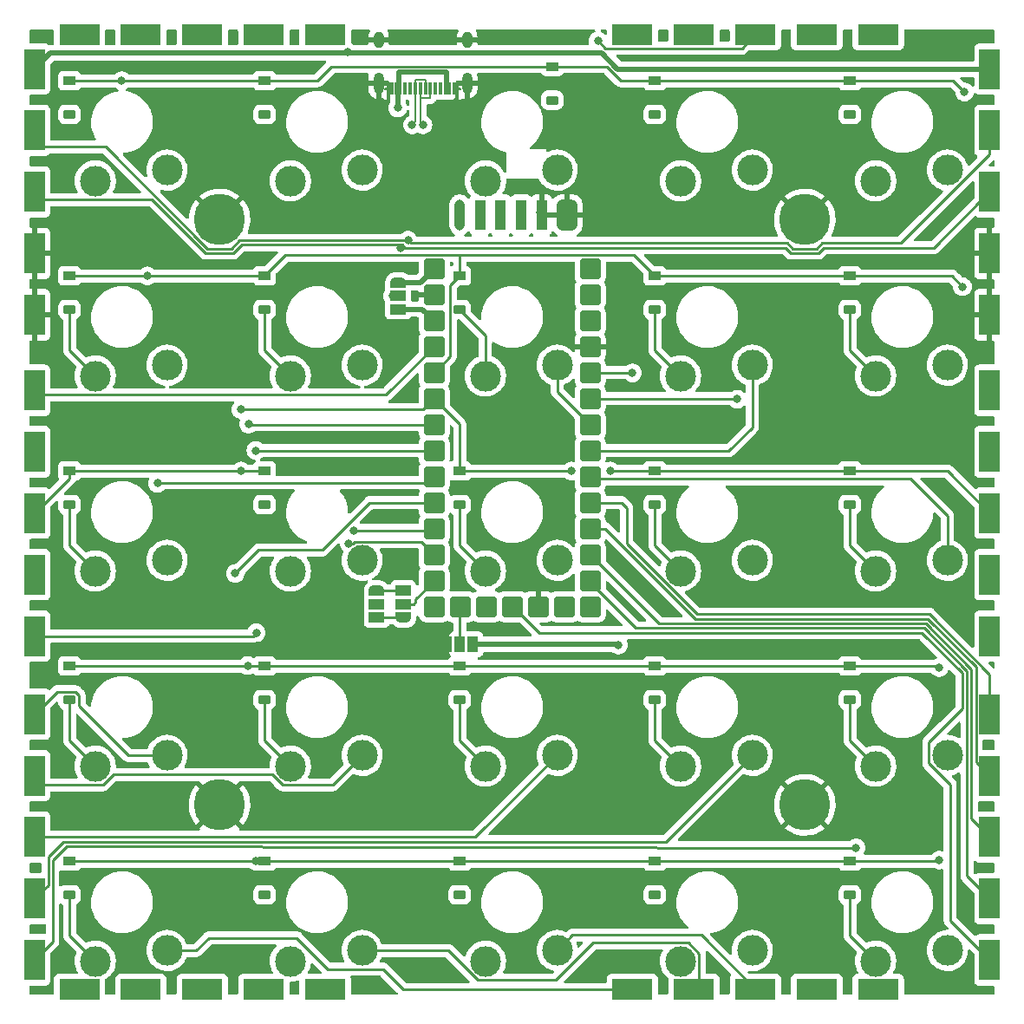
<source format=gbl>
%TF.GenerationSoftware,KiCad,Pcbnew,(6.0.2)*%
%TF.CreationDate,2022-04-11T13:37:05+01:00*%
%TF.ProjectId,v2,76322e6b-6963-4616-945f-706362585858,rev?*%
%TF.SameCoordinates,Original*%
%TF.FileFunction,Copper,L2,Bot*%
%TF.FilePolarity,Positive*%
%FSLAX46Y46*%
G04 Gerber Fmt 4.6, Leading zero omitted, Abs format (unit mm)*
G04 Created by KiCad (PCBNEW (6.0.2)) date 2022-04-11 13:37:05*
%MOMM*%
%LPD*%
G01*
G04 APERTURE LIST*
G04 Aperture macros list*
%AMRoundRect*
0 Rectangle with rounded corners*
0 $1 Rounding radius*
0 $2 $3 $4 $5 $6 $7 $8 $9 X,Y pos of 4 corners*
0 Add a 4 corners polygon primitive as box body*
4,1,4,$2,$3,$4,$5,$6,$7,$8,$9,$2,$3,0*
0 Add four circle primitives for the rounded corners*
1,1,$1+$1,$2,$3*
1,1,$1+$1,$4,$5*
1,1,$1+$1,$6,$7*
1,1,$1+$1,$8,$9*
0 Add four rect primitives between the rounded corners*
20,1,$1+$1,$2,$3,$4,$5,0*
20,1,$1+$1,$4,$5,$6,$7,0*
20,1,$1+$1,$6,$7,$8,$9,0*
20,1,$1+$1,$8,$9,$2,$3,0*%
%AMFreePoly0*
4,1,20,0.000000,0.744959,0.073905,0.744508,0.209726,0.703889,0.328688,0.626782,0.421226,0.519385,0.479903,0.390333,0.500000,0.250000,0.500000,-0.250000,0.499851,-0.262216,0.476331,-0.402017,0.414519,-0.529596,0.319384,-0.634700,0.198574,-0.708877,0.061801,-0.746166,0.000000,-0.745033,0.000000,-0.750000,-0.550000,-0.750000,-0.550000,0.750000,0.000000,0.750000,0.000000,0.744959,
0.000000,0.744959,$1*%
G04 Aperture macros list end*
%TA.AperFunction,ComponentPad*%
%ADD10C,3.000000*%
%TD*%
%TA.AperFunction,ComponentPad*%
%ADD11R,4.000000X2.000000*%
%TD*%
%TA.AperFunction,ComponentPad*%
%ADD12R,2.000000X4.000000*%
%TD*%
%TA.AperFunction,ComponentPad*%
%ADD13C,5.000000*%
%TD*%
%TA.AperFunction,SMDPad,CuDef*%
%ADD14RoundRect,0.200000X0.400000X-0.250000X0.400000X0.250000X-0.400000X0.250000X-0.400000X-0.250000X0*%
%TD*%
%TA.AperFunction,SMDPad,CuDef*%
%ADD15R,1.200000X0.900000*%
%TD*%
%TA.AperFunction,SMDPad,CuDef*%
%ADD16R,0.300000X1.150000*%
%TD*%
%TA.AperFunction,ComponentPad*%
%ADD17O,1.000000X1.600000*%
%TD*%
%TA.AperFunction,ComponentPad*%
%ADD18O,1.000000X2.100000*%
%TD*%
%TA.AperFunction,SMDPad,CuDef*%
%ADD19RoundRect,0.500000X0.000000X1.000000X0.000000X1.000000X0.000000X-1.000000X0.000000X-1.000000X0*%
%TD*%
%TA.AperFunction,SMDPad,CuDef*%
%ADD20R,1.000000X3.000000*%
%TD*%
%TA.AperFunction,SMDPad,CuDef*%
%ADD21RoundRect,0.500000X0.500000X1.000000X-0.500000X1.000000X-0.500000X-1.000000X0.500000X-1.000000X0*%
%TD*%
%TA.AperFunction,SMDPad,CuDef*%
%ADD22R,1.500000X1.000000*%
%TD*%
%TA.AperFunction,SMDPad,CuDef*%
%ADD23FreePoly0,270.000000*%
%TD*%
%TA.AperFunction,SMDPad,CuDef*%
%ADD24FreePoly0,90.000000*%
%TD*%
%TA.AperFunction,SMDPad,CuDef*%
%ADD25RoundRect,0.200000X0.800000X0.800000X-0.800000X0.800000X-0.800000X-0.800000X0.800000X-0.800000X0*%
%TD*%
%TA.AperFunction,SMDPad,CuDef*%
%ADD26R,1.000000X1.500000*%
%TD*%
%TA.AperFunction,SMDPad,CuDef*%
%ADD27FreePoly0,180.000000*%
%TD*%
%TA.AperFunction,ViaPad*%
%ADD28C,0.800000*%
%TD*%
%TA.AperFunction,Conductor*%
%ADD29C,0.250000*%
%TD*%
%TA.AperFunction,Conductor*%
%ADD30C,0.500000*%
%TD*%
%TA.AperFunction,Conductor*%
%ADD31C,0.200000*%
%TD*%
G04 APERTURE END LIST*
D10*
%TO.P,SW6,1,1*%
%TO.N,/b0c1*%
X33337500Y-61912500D03*
%TO.P,SW6,2,2*%
%TO.N,Net-(D6-Pad1)*%
X26337500Y-62962500D03*
%TD*%
D11*
%TO.P,J1,1,Pin_1*%
%TO.N,/b0r1*%
X24787500Y-29637500D03*
%TO.P,J1,2,Pin_2*%
%TO.N,/b0r2*%
X30787500Y-29637500D03*
%TO.P,J1,3,Pin_3*%
%TO.N,/b0r3*%
X36787500Y-29637500D03*
%TO.P,J1,4,Pin_4*%
%TO.N,/b0r4*%
X42787500Y-29637500D03*
%TO.P,J1,5,Pin_5*%
%TO.N,/b0r5*%
X48787500Y-29637500D03*
%TD*%
D10*
%TO.P,SW4,1,1*%
%TO.N,/b0c4*%
X90487500Y-42862500D03*
%TO.P,SW4,2,2*%
%TO.N,Net-(D4-Pad1)*%
X83487500Y-43912500D03*
%TD*%
D12*
%TO.P,J5,1,Pin_1*%
%TO.N,/b0c1*%
X20412500Y-95987500D03*
%TO.P,J5,2,Pin_2*%
%TO.N,/b0c2*%
X20412500Y-101987500D03*
%TO.P,J5,3,Pin_3*%
%TO.N,/b0c3*%
X20412500Y-107987500D03*
%TO.P,J5,4,Pin_4*%
%TO.N,/b0c4*%
X20412500Y-113987500D03*
%TO.P,J5,5,Pin_5*%
%TO.N,/b0c5*%
X20412500Y-119987500D03*
%TD*%
%TO.P,J9,1,Pin_1*%
%TO.N,/b1c1*%
X113662500Y-95987500D03*
%TO.P,J9,2,Pin_2*%
%TO.N,/b1c2*%
X113662500Y-101987500D03*
%TO.P,J9,3,Pin_3*%
%TO.N,/b1c3*%
X113662500Y-107987500D03*
%TO.P,J9,4,Pin_4*%
%TO.N,/b1c4*%
X113662500Y-113987500D03*
%TO.P,J9,5,Pin_5*%
%TO.N,/b1c5*%
X113662500Y-119987500D03*
%TD*%
D10*
%TO.P,SW10,1,1*%
%TO.N,/b0c5*%
X109537500Y-61912500D03*
%TO.P,SW10,2,2*%
%TO.N,Net-(D10-Pad1)*%
X102537500Y-62962500D03*
%TD*%
D12*
%TO.P,J7,1,Pin_1*%
%TO.N,+VDC*%
X113662500Y-32987500D03*
%TO.P,J7,2,Pin_2*%
%TO.N,/mTXsRX*%
X113662500Y-38987500D03*
%TO.P,J7,3,Pin_3*%
%TO.N,/mRXsTX*%
X113662500Y-44987500D03*
%TO.P,J7,4,Pin_4*%
%TO.N,GND*%
X113662500Y-50987500D03*
%TO.P,J7,5,Pin_5*%
X113662500Y-56987500D03*
%TD*%
D10*
%TO.P,SW9,1,1*%
%TO.N,/b0c4*%
X90487500Y-61912500D03*
%TO.P,SW9,2,2*%
%TO.N,Net-(D9-Pad1)*%
X83487500Y-62962500D03*
%TD*%
D13*
%TO.P,H4,1,1*%
%TO.N,GND*%
X38462500Y-47687500D03*
%TD*%
%TO.P,H3,1,1*%
%TO.N,GND*%
X95612500Y-47687500D03*
%TD*%
D10*
%TO.P,SW2,1,1*%
%TO.N,/b0c2*%
X52387500Y-42862500D03*
%TO.P,SW2,2,2*%
%TO.N,Net-(D2-Pad1)*%
X45387500Y-43912500D03*
%TD*%
D11*
%TO.P,J4,1,Pin_1*%
%TO.N,/b0c1*%
X78787500Y-122862500D03*
%TO.P,J4,2,Pin_2*%
%TO.N,/b0c2*%
X84787500Y-122862500D03*
%TO.P,J4,3,Pin_3*%
%TO.N,/b0c3*%
X90787500Y-122862500D03*
%TO.P,J4,4,Pin_4*%
%TO.N,/b0c4*%
X96787500Y-122862500D03*
%TO.P,J4,5,Pin_5*%
%TO.N,/b0c5*%
X102787500Y-122862500D03*
%TD*%
D10*
%TO.P,SW5,1,1*%
%TO.N,/b0c5*%
X109537500Y-42862500D03*
%TO.P,SW5,2,2*%
%TO.N,Net-(D5-Pad1)*%
X102537500Y-43912500D03*
%TD*%
%TO.P,SW21,1,1*%
%TO.N,/b0c1*%
X33337500Y-119062500D03*
%TO.P,SW21,2,2*%
%TO.N,Net-(D21-Pad1)*%
X26337500Y-120112500D03*
%TD*%
D12*
%TO.P,J8,1,Pin_1*%
%TO.N,/b0r1*%
X113662500Y-64362500D03*
%TO.P,J8,2,Pin_2*%
%TO.N,/b0r2*%
X113662500Y-70362500D03*
%TO.P,J8,3,Pin_3*%
%TO.N,/b0r3*%
X113662500Y-76362500D03*
%TO.P,J8,4,Pin_4*%
%TO.N,/b0r4*%
X113662500Y-82362500D03*
%TO.P,J8,5,Pin_5*%
%TO.N,/b0r5*%
X113662500Y-88362500D03*
%TD*%
D11*
%TO.P,J3,1,Pin_1*%
%TO.N,/b0c1*%
X78787500Y-29637500D03*
%TO.P,J3,2,Pin_2*%
%TO.N,/b0c2*%
X84787500Y-29637500D03*
%TO.P,J3,3,Pin_3*%
%TO.N,/b0c3*%
X90787500Y-29637500D03*
%TO.P,J3,4,Pin_4*%
%TO.N,/b0c4*%
X96787500Y-29637500D03*
%TO.P,J3,5,Pin_5*%
%TO.N,/b0c5*%
X102787500Y-29637500D03*
%TD*%
D10*
%TO.P,SW22,1,1*%
%TO.N,/b0c2*%
X52387500Y-119062500D03*
%TO.P,SW22,2,2*%
%TO.N,Net-(D22-Pad1)*%
X45387500Y-120112500D03*
%TD*%
%TO.P,SW13,1,1*%
%TO.N,/b0c3*%
X71437500Y-80962500D03*
%TO.P,SW13,2,2*%
%TO.N,Net-(D13-Pad1)*%
X64437500Y-82012500D03*
%TD*%
%TO.P,SW1,1,1*%
%TO.N,/b0c1*%
X33337500Y-42862500D03*
%TO.P,SW1,2,2*%
%TO.N,Net-(D1-Pad1)*%
X26337500Y-43912500D03*
%TD*%
D12*
%TO.P,J10,1,Pin_1*%
%TO.N,+VDC*%
X20412500Y-32987500D03*
%TO.P,J10,2,Pin_2*%
%TO.N,/mTXsRX*%
X20412500Y-38987500D03*
%TO.P,J10,3,Pin_3*%
%TO.N,/mRXsTX*%
X20412500Y-44987500D03*
%TO.P,J10,4,Pin_4*%
%TO.N,GND*%
X20412500Y-50987500D03*
%TO.P,J10,5,Pin_5*%
X20412500Y-56987500D03*
%TD*%
D10*
%TO.P,SW14,1,1*%
%TO.N,/b0c4*%
X90487500Y-80962500D03*
%TO.P,SW14,2,2*%
%TO.N,Net-(D14-Pad1)*%
X83487500Y-82012500D03*
%TD*%
%TO.P,SW19,1,1*%
%TO.N,/b0c4*%
X90487500Y-100012500D03*
%TO.P,SW19,2,2*%
%TO.N,Net-(D19-Pad1)*%
X83487500Y-101062500D03*
%TD*%
%TO.P,SW17,1,1*%
%TO.N,/b0c2*%
X52387500Y-100012500D03*
%TO.P,SW17,2,2*%
%TO.N,Net-(D17-Pad1)*%
X45387500Y-101062500D03*
%TD*%
D13*
%TO.P,H2,1,1*%
%TO.N,GND*%
X95612500Y-104837500D03*
%TD*%
D10*
%TO.P,SW15,1,1*%
%TO.N,/b0c5*%
X109537500Y-80962500D03*
%TO.P,SW15,2,2*%
%TO.N,Net-(D15-Pad1)*%
X102537500Y-82012500D03*
%TD*%
%TO.P,SW16,1,1*%
%TO.N,/b0c1*%
X33337500Y-100012500D03*
%TO.P,SW16,2,2*%
%TO.N,Net-(D16-Pad1)*%
X26337500Y-101062500D03*
%TD*%
%TO.P,SW24,1,1*%
%TO.N,/b0c4*%
X90487500Y-119062500D03*
%TO.P,SW24,2,2*%
%TO.N,Net-(D24-Pad1)*%
X83487500Y-120112500D03*
%TD*%
D13*
%TO.P,H1,1,1*%
%TO.N,GND*%
X38462500Y-104837500D03*
%TD*%
D11*
%TO.P,J2,1,Pin_1*%
%TO.N,/b1r1*%
X24787500Y-122862500D03*
%TO.P,J2,2,Pin_2*%
%TO.N,/b1r2*%
X30787500Y-122862500D03*
%TO.P,J2,3,Pin_3*%
%TO.N,/b1r3*%
X36787500Y-122862500D03*
%TO.P,J2,4,Pin_4*%
%TO.N,/b1r4*%
X42787500Y-122862500D03*
%TO.P,J2,5,Pin_5*%
%TO.N,/b1r5*%
X48787500Y-122862500D03*
%TD*%
D10*
%TO.P,SW20,1,1*%
%TO.N,/b0c5*%
X109537500Y-100012500D03*
%TO.P,SW20,2,2*%
%TO.N,Net-(D20-Pad1)*%
X102537500Y-101062500D03*
%TD*%
%TO.P,SW23,1,1*%
%TO.N,/b0c3*%
X71437500Y-119062500D03*
%TO.P,SW23,2,2*%
%TO.N,Net-(D23-Pad1)*%
X64437500Y-120112500D03*
%TD*%
%TO.P,SW18,1,1*%
%TO.N,/b0c3*%
X71437500Y-100012500D03*
%TO.P,SW18,2,2*%
%TO.N,Net-(D18-Pad1)*%
X64437500Y-101062500D03*
%TD*%
%TO.P,SW3,1,1*%
%TO.N,/b0c3*%
X71437500Y-42862500D03*
%TO.P,SW3,2,2*%
%TO.N,Net-(D3-Pad1)*%
X64437500Y-43912500D03*
%TD*%
%TO.P,SW25,1,1*%
%TO.N,/b0c5*%
X109537500Y-119062500D03*
%TO.P,SW25,2,2*%
%TO.N,Net-(D25-Pad1)*%
X102537500Y-120112500D03*
%TD*%
%TO.P,SW7,1,1*%
%TO.N,/b0c2*%
X52387500Y-61912500D03*
%TO.P,SW7,2,2*%
%TO.N,Net-(D7-Pad1)*%
X45387500Y-62962500D03*
%TD*%
%TO.P,SW11,1,1*%
%TO.N,/b0c1*%
X33337500Y-80962500D03*
%TO.P,SW11,2,2*%
%TO.N,Net-(D11-Pad1)*%
X26337500Y-82012500D03*
%TD*%
%TO.P,SW12,1,1*%
%TO.N,/b0c2*%
X52387500Y-80962500D03*
%TO.P,SW12,2,2*%
%TO.N,Net-(D12-Pad1)*%
X45387500Y-82012500D03*
%TD*%
D12*
%TO.P,J6,1,Pin_1*%
%TO.N,/b0r1*%
X20412500Y-64362500D03*
%TO.P,J6,2,Pin_2*%
%TO.N,/b0r2*%
X20412500Y-70362500D03*
%TO.P,J6,3,Pin_3*%
%TO.N,/b0r3*%
X20412500Y-76362500D03*
%TO.P,J6,4,Pin_4*%
%TO.N,/b0r4*%
X20412500Y-82362500D03*
%TO.P,J6,5,Pin_5*%
%TO.N,/b0r5*%
X20412500Y-88362500D03*
%TD*%
D10*
%TO.P,SW8,1,1*%
%TO.N,/b0c3*%
X71437500Y-61912500D03*
%TO.P,SW8,2,2*%
%TO.N,Net-(D8-Pad1)*%
X64437500Y-62962500D03*
%TD*%
D14*
%TO.P,D9,1*%
%TO.N,Net-(D9-Pad1)*%
X80962500Y-56481250D03*
D15*
%TO.P,D9,2*%
%TO.N,/b0r2*%
X80962500Y-53181250D03*
%TD*%
D14*
%TO.P,D7,1*%
%TO.N,Net-(D7-Pad1)*%
X42862500Y-56481250D03*
D15*
%TO.P,D7,2*%
%TO.N,/b0r2*%
X42862500Y-53181250D03*
%TD*%
D16*
%TO.P,J11,A1,GND*%
%TO.N,GND*%
X54962500Y-34922500D03*
%TO.P,J11,A4,VBUS*%
%TO.N,/USB_VCC*%
X55762500Y-34922500D03*
%TO.P,J11,A5,CC1*%
%TO.N,unconnected-(J11-PadA5)*%
X57062500Y-34922500D03*
%TO.P,J11,A6,D+*%
%TO.N,/USB_D+*%
X58062500Y-34922500D03*
%TO.P,J11,A7,D-*%
%TO.N,/USB_D-*%
X58562500Y-34922500D03*
%TO.P,J11,A8,SBU1*%
%TO.N,unconnected-(J11-PadA8)*%
X59562500Y-34922500D03*
%TO.P,J11,A9,VBUS*%
%TO.N,/USB_VCC*%
X60862500Y-34922500D03*
%TO.P,J11,A12,GND*%
%TO.N,GND*%
X61662500Y-34922500D03*
%TO.P,J11,B1,GND*%
X61362500Y-34922500D03*
%TO.P,J11,B4,VBUS*%
%TO.N,/USB_VCC*%
X60562500Y-34922500D03*
%TO.P,J11,B5,CC2*%
%TO.N,unconnected-(J11-PadB5)*%
X60062500Y-34922500D03*
%TO.P,J11,B6,D+*%
%TO.N,/USB_D+*%
X59062500Y-34922500D03*
%TO.P,J11,B7,D-*%
%TO.N,/USB_D-*%
X57562500Y-34922500D03*
%TO.P,J11,B8,SBU2*%
%TO.N,unconnected-(J11-PadB8)*%
X56562500Y-34922500D03*
%TO.P,J11,B9,VBUS*%
%TO.N,/USB_VCC*%
X56062500Y-34922500D03*
%TO.P,J11,B12,GND*%
%TO.N,GND*%
X55262500Y-34922500D03*
D17*
%TO.P,J11,S1,SHIELD*%
X62632500Y-30177500D03*
D18*
X53992500Y-34357500D03*
D17*
X53992500Y-30177500D03*
D18*
X62632500Y-34357500D03*
%TD*%
D14*
%TO.P,D17,1*%
%TO.N,Net-(D17-Pad1)*%
X42862500Y-94581250D03*
D15*
%TO.P,D17,2*%
%TO.N,/b0r4*%
X42862500Y-91281250D03*
%TD*%
D14*
%TO.P,D11,1*%
%TO.N,Net-(D11-Pad1)*%
X23812500Y-75531250D03*
D15*
%TO.P,D11,2*%
%TO.N,/b0r3*%
X23812500Y-72231250D03*
%TD*%
D19*
%TO.P,J12,1,Pin_1*%
%TO.N,/USB_VCC*%
X61912500Y-47237500D03*
D20*
%TO.P,J12,2,Pin_2*%
%TO.N,/USB_D-*%
X63912500Y-47237500D03*
%TO.P,J12,3,Pin_3*%
%TO.N,/USB_D+*%
X65912500Y-47237500D03*
%TO.P,J12,4,Pin_4*%
%TO.N,unconnected-(J12-Pad4)*%
X67912500Y-47237500D03*
%TO.P,J12,5,Pin_5*%
%TO.N,GND*%
X69912500Y-47237500D03*
D21*
%TO.P,J12,6,Pin_6*%
X72412500Y-47237500D03*
%TD*%
D14*
%TO.P,D22,1*%
%TO.N,Net-(D22-Pad1)*%
X42862500Y-113631250D03*
D15*
%TO.P,D22,2*%
%TO.N,/b0r5*%
X42862500Y-110331250D03*
%TD*%
D14*
%TO.P,D5,1*%
%TO.N,Net-(D5-Pad1)*%
X100012500Y-37431250D03*
D15*
%TO.P,D5,2*%
%TO.N,/b0r1*%
X100012500Y-34131250D03*
%TD*%
D14*
%TO.P,D1,1*%
%TO.N,Net-(D1-Pad1)*%
X23812500Y-37431250D03*
D15*
%TO.P,D1,2*%
%TO.N,/b0r1*%
X23812500Y-34131250D03*
%TD*%
D14*
%TO.P,D21,1*%
%TO.N,Net-(D21-Pad1)*%
X23812500Y-113631250D03*
D15*
%TO.P,D21,2*%
%TO.N,/b0r5*%
X23812500Y-110331250D03*
%TD*%
D14*
%TO.P,D12,1*%
%TO.N,Net-(D12-Pad1)*%
X42862500Y-75531250D03*
D15*
%TO.P,D12,2*%
%TO.N,/b0r3*%
X42862500Y-72231250D03*
%TD*%
D14*
%TO.P,D20,1*%
%TO.N,Net-(D20-Pad1)*%
X100012500Y-94581250D03*
D15*
%TO.P,D20,2*%
%TO.N,/b0r4*%
X100012500Y-91281250D03*
%TD*%
D22*
%TO.P,JP3,1,A*%
%TO.N,/mTXsRX*%
X56412500Y-83937500D03*
%TO.P,JP3,2,C*%
%TO.N,Net-(JP3-Pad2)*%
X56412500Y-85237500D03*
D23*
%TO.P,JP3,3,B*%
%TO.N,/mRXsTX*%
X56412500Y-86537500D03*
%TD*%
D14*
%TO.P,D3,1*%
%TO.N,Net-(D3-Pad1)*%
X70962500Y-36037500D03*
D15*
%TO.P,D3,2*%
%TO.N,/b0r1*%
X70962500Y-32737500D03*
%TD*%
D14*
%TO.P,D15,1*%
%TO.N,Net-(D15-Pad1)*%
X100012500Y-75531250D03*
D15*
%TO.P,D15,2*%
%TO.N,/b0r3*%
X100012500Y-72231250D03*
%TD*%
D14*
%TO.P,D23,1*%
%TO.N,Net-(D23-Pad1)*%
X61912500Y-113631250D03*
D15*
%TO.P,D23,2*%
%TO.N,/b0r5*%
X61912500Y-110331250D03*
%TD*%
D14*
%TO.P,D18,1*%
%TO.N,Net-(D18-Pad1)*%
X61912500Y-94581250D03*
D15*
%TO.P,D18,2*%
%TO.N,/b0r4*%
X61912500Y-91281250D03*
%TD*%
D14*
%TO.P,D4,1*%
%TO.N,Net-(D4-Pad1)*%
X80962500Y-37431250D03*
D15*
%TO.P,D4,2*%
%TO.N,/b0r1*%
X80962500Y-34131250D03*
%TD*%
D22*
%TO.P,JP2,1,A*%
%TO.N,Net-(JP2-Pad1)*%
X55912500Y-56437500D03*
%TO.P,JP2,2,C*%
%TO.N,+VDC*%
X55912500Y-55137500D03*
D24*
%TO.P,JP2,3,B*%
%TO.N,Net-(JP2-Pad3)*%
X55912500Y-53837500D03*
%TD*%
D14*
%TO.P,D16,1*%
%TO.N,Net-(D16-Pad1)*%
X23812500Y-94581250D03*
D15*
%TO.P,D16,2*%
%TO.N,/b0r4*%
X23812500Y-91281250D03*
%TD*%
D22*
%TO.P,JP4,1,A*%
%TO.N,/mRXsTX*%
X53812500Y-86537500D03*
%TO.P,JP4,2,C*%
%TO.N,Net-(JP4-Pad2)*%
X53812500Y-85237500D03*
D24*
%TO.P,JP4,3,B*%
%TO.N,/mTXsRX*%
X53812500Y-83937500D03*
%TD*%
D14*
%TO.P,D19,1*%
%TO.N,Net-(D19-Pad1)*%
X80962500Y-94581250D03*
D15*
%TO.P,D19,2*%
%TO.N,/b0r4*%
X80962500Y-91281250D03*
%TD*%
D14*
%TO.P,D13,1*%
%TO.N,Net-(D13-Pad1)*%
X61912500Y-75531250D03*
D15*
%TO.P,D13,2*%
%TO.N,/b0r3*%
X61912500Y-72231250D03*
%TD*%
D14*
%TO.P,D24,1*%
%TO.N,Net-(D24-Pad1)*%
X80962500Y-113631250D03*
D15*
%TO.P,D24,2*%
%TO.N,/b0r5*%
X80962500Y-110331250D03*
%TD*%
D14*
%TO.P,D10,1*%
%TO.N,Net-(D10-Pad1)*%
X100012500Y-56481250D03*
D15*
%TO.P,D10,2*%
%TO.N,/b0r2*%
X100012500Y-53181250D03*
%TD*%
D14*
%TO.P,D14,1*%
%TO.N,Net-(D14-Pad1)*%
X80962500Y-75531250D03*
D15*
%TO.P,D14,2*%
%TO.N,/b0r3*%
X80962500Y-72231250D03*
%TD*%
D14*
%TO.P,D8,1*%
%TO.N,Net-(D8-Pad1)*%
X61912500Y-56481250D03*
D15*
%TO.P,D8,2*%
%TO.N,/b0r2*%
X61912500Y-53181250D03*
%TD*%
D25*
%TO.P,U1,1,RST*%
%TO.N,unconnected-(U1-Pad1)*%
X74662500Y-52477500D03*
%TO.P,U1,2,5V*%
%TO.N,+5V*%
X74662500Y-55017500D03*
%TO.P,U1,3,ARef*%
%TO.N,unconnected-(U1-Pad3)*%
X74662500Y-57557500D03*
%TO.P,U1,4,GND*%
%TO.N,GND*%
X74662500Y-60097500D03*
%TO.P,U1,5,A0*%
%TO.N,/b0c1*%
X74662500Y-62637500D03*
%TO.P,U1,6,A1*%
%TO.N,/b0c2*%
X74662500Y-65177500D03*
%TO.P,U1,7,A2*%
%TO.N,/b0c3*%
X74662500Y-67717500D03*
%TO.P,U1,8,A3*%
%TO.N,/b0c4*%
X74662500Y-70257500D03*
%TO.P,U1,9,A4*%
%TO.N,/b0c5*%
X74662500Y-72797500D03*
%TO.P,U1,10,A5*%
%TO.N,/b1c1*%
X74662500Y-75337500D03*
%TO.P,U1,11,15_SCK*%
%TO.N,/b1c2*%
X74662500Y-77877500D03*
%TO.P,U1,12,16_MOSI*%
%TO.N,/b1c3*%
X74662500Y-80417500D03*
%TO.P,U1,13,14_MISO*%
%TO.N,/b1c4*%
X74662500Y-82957500D03*
%TO.P,U1,14,3V*%
%TO.N,unconnected-(U1-Pad14)*%
X74662500Y-85497500D03*
%TO.P,U1,15,EN*%
%TO.N,unconnected-(U1-Pad15)*%
X72122500Y-85497500D03*
%TO.P,U1,16,GND*%
%TO.N,GND*%
X69582500Y-85497500D03*
%TO.P,U1,17,8*%
%TO.N,/b1c5*%
X67042500Y-85497500D03*
%TO.P,U1,18,6*%
%TO.N,/b1r5*%
X64502500Y-85497500D03*
%TO.P,U1,19,4*%
%TO.N,/handedDetect*%
X61962500Y-85497500D03*
%TO.P,U1,20,0_RX*%
%TO.N,Net-(JP4-Pad2)*%
X59422500Y-85497500D03*
%TO.P,U1,21,1_TX*%
%TO.N,Net-(JP3-Pad2)*%
X59422500Y-82957500D03*
%TO.P,U1,22,2_SDA*%
%TO.N,/b1r4*%
X59422500Y-80417500D03*
%TO.P,U1,23,3_SCL*%
%TO.N,/b1r3*%
X59422500Y-77877500D03*
%TO.P,U1,24,5*%
%TO.N,/b1r2*%
X59422500Y-75337500D03*
%TO.P,U1,25,7*%
%TO.N,/b1r1*%
X59422500Y-72797500D03*
%TO.P,U1,26,~9*%
%TO.N,/b0r5*%
X59422500Y-70257500D03*
%TO.P,U1,27,~10*%
%TO.N,/b0r4*%
X59422500Y-67717500D03*
%TO.P,U1,28,~11*%
%TO.N,/b0r3*%
X59422500Y-65177500D03*
%TO.P,U1,29,12*%
%TO.N,/b0r2*%
X59422500Y-62637500D03*
%TO.P,U1,30,13*%
%TO.N,/b0r1*%
X59422500Y-60097500D03*
%TO.P,U1,31,USB*%
%TO.N,Net-(JP2-Pad1)*%
X59422500Y-57557500D03*
%TO.P,U1,32,GND*%
%TO.N,GND*%
X59422500Y-55017500D03*
%TO.P,U1,33,BAT*%
%TO.N,Net-(JP2-Pad3)*%
X59422500Y-52477500D03*
%TD*%
D26*
%TO.P,JP1,1,A*%
%TO.N,+5V*%
X63212500Y-89137500D03*
%TO.P,JP1,2,C*%
%TO.N,/handedDetect*%
X61912500Y-89137500D03*
D27*
%TO.P,JP1,3,B*%
%TO.N,GND*%
X60612500Y-89137500D03*
%TD*%
D14*
%TO.P,D6,1*%
%TO.N,Net-(D6-Pad1)*%
X23812500Y-56481250D03*
D15*
%TO.P,D6,2*%
%TO.N,/b0r2*%
X23812500Y-53181250D03*
%TD*%
D14*
%TO.P,D25,1*%
%TO.N,Net-(D25-Pad1)*%
X100012500Y-113631250D03*
D15*
%TO.P,D25,2*%
%TO.N,/b0r5*%
X100012500Y-110331250D03*
%TD*%
D14*
%TO.P,D2,1*%
%TO.N,Net-(D2-Pad1)*%
X42862500Y-37431250D03*
D15*
%TO.P,D2,2*%
%TO.N,/b0r1*%
X42862500Y-34131250D03*
%TD*%
D28*
%TO.N,/b0r1*%
X28918750Y-34131250D03*
X111212500Y-35237500D03*
%TO.N,/b0r2*%
X31412500Y-53181250D03*
X111012500Y-54237500D03*
%TO.N,/b0r3*%
X40563500Y-66237500D03*
X76612500Y-72237500D03*
X40563500Y-72237500D03*
X72812500Y-72237500D03*
%TO.N,/b0r4*%
X23812500Y-91281250D03*
X41212500Y-91237500D03*
X108737000Y-91437500D03*
X41288000Y-67637500D03*
%TO.N,/b0r5*%
X42012500Y-110331250D03*
X42012500Y-70237500D03*
X108736989Y-110237500D03*
X42055261Y-88037500D03*
%TO.N,/b1r1*%
X32412500Y-73437500D03*
%TO.N,/b1r2*%
X40012500Y-82237500D03*
%TO.N,/b1r3*%
X51612500Y-78037500D03*
%TO.N,/b1r4*%
X51106094Y-79299398D03*
%TO.N,/b1r5*%
X64502500Y-85497500D03*
%TO.N,/b0c2*%
X89012500Y-65237500D03*
%TO.N,/b0c3*%
X75412500Y-30237500D03*
%TO.N,/b0c5*%
X100612500Y-109037500D03*
%TO.N,/b0c1*%
X78787500Y-62662500D03*
%TO.N,+VDC*%
X50962500Y-31337500D03*
X55388489Y-55137500D03*
%TO.N,/mRXsTX*%
X53812500Y-86537500D03*
X56112500Y-50428480D03*
%TO.N,/mTXsRX*%
X56412500Y-83937500D03*
X56886027Y-49703980D03*
%TO.N,GND*%
X58012500Y-89037500D03*
X95212500Y-113637500D03*
X29012500Y-85637500D03*
X37212500Y-113637500D03*
X66612500Y-67837500D03*
X32412500Y-49637500D03*
X35612500Y-76037500D03*
X69812500Y-47037500D03*
X95212500Y-40037500D03*
X30412500Y-67237500D03*
X69612500Y-85437500D03*
X69812500Y-74037500D03*
X59412500Y-55037500D03*
X72612500Y-47237500D03*
X95812500Y-65837500D03*
%TO.N,+5V*%
X75012500Y-55037500D03*
X77412500Y-89237500D03*
%TO.N,Net-(JP4-Pad2)*%
X59422500Y-85497500D03*
X54012500Y-85237500D03*
%TO.N,Net-(D1-Pad1)*%
X23812500Y-37431250D03*
%TO.N,Net-(D2-Pad1)*%
X42862500Y-37431250D03*
%TO.N,Net-(D3-Pad1)*%
X70962500Y-36037500D03*
%TO.N,Net-(D4-Pad1)*%
X80962500Y-37431250D03*
%TO.N,Net-(D5-Pad1)*%
X100012500Y-37431250D03*
%TO.N,Net-(D12-Pad1)*%
X42862500Y-75531250D03*
%TO.N,Net-(D22-Pad1)*%
X42862500Y-113631250D03*
%TO.N,Net-(D23-Pad1)*%
X61912500Y-113631250D03*
%TO.N,Net-(D24-Pad1)*%
X80962500Y-113631250D03*
%TO.N,/USB_VCC*%
X55862500Y-36787500D03*
X61912500Y-48187500D03*
%TO.N,/USB_D+*%
X65912500Y-48187500D03*
X58337500Y-38437500D03*
%TO.N,/USB_D-*%
X57287500Y-38437500D03*
X63912500Y-48187500D03*
%TD*%
D29*
%TO.N,/b0r1*%
X48021438Y-34131250D02*
X49415188Y-32737500D01*
X80962500Y-34131250D02*
X100012500Y-34131250D01*
X28918750Y-34131250D02*
X48021438Y-34131250D01*
X77681262Y-34131250D02*
X80962500Y-34131250D01*
X111212500Y-35237500D02*
X110106250Y-34131250D01*
X54732989Y-64787011D02*
X59422500Y-60097500D01*
X76287512Y-32737500D02*
X77681262Y-34131250D01*
X20837011Y-64787011D02*
X54732989Y-64787011D01*
X23812500Y-34131250D02*
X28918750Y-34131250D01*
X110106250Y-34131250D02*
X100012500Y-34131250D01*
X49415188Y-32737500D02*
X76287512Y-32737500D01*
%TO.N,/b0r2*%
X60987980Y-61072020D02*
X60987980Y-54105770D01*
X42862500Y-53181250D02*
X44890770Y-51152980D01*
X111012500Y-54237500D02*
X109956250Y-53181250D01*
X61912500Y-51152980D02*
X61912500Y-53181250D01*
X78934230Y-51152980D02*
X80962500Y-53181250D01*
X80962500Y-53181250D02*
X100012500Y-53181250D01*
X59422500Y-62637500D02*
X60987980Y-61072020D01*
X61912500Y-51152980D02*
X78934230Y-51152980D01*
X31412500Y-53181250D02*
X42862500Y-53181250D01*
X44890770Y-51152980D02*
X61912500Y-51152980D01*
X60987980Y-54105770D02*
X61912500Y-53181250D01*
X109956250Y-53181250D02*
X100012500Y-53181250D01*
X23812500Y-53181250D02*
X31412500Y-53181250D01*
%TO.N,/b0r3*%
X20412500Y-76362500D02*
X23812500Y-72962500D01*
X76618750Y-72231250D02*
X80962500Y-72231250D01*
X40569750Y-72231250D02*
X42862500Y-72231250D01*
X40563500Y-72237500D02*
X40569750Y-72231250D01*
X61912500Y-72231250D02*
X72806250Y-72231250D01*
X34412511Y-72231250D02*
X23812500Y-72231250D01*
X113662500Y-76362500D02*
X109531250Y-72231250D01*
X40563500Y-66237500D02*
X58362500Y-66237500D01*
X61912500Y-67667500D02*
X61912500Y-72231250D01*
X59422500Y-65177500D02*
X61912500Y-67667500D01*
X58362500Y-66237500D02*
X59422500Y-65177500D01*
X23812500Y-72962500D02*
X23812500Y-72231250D01*
X72806250Y-72231250D02*
X72812500Y-72237500D01*
X40563500Y-72237500D02*
X34418761Y-72237500D01*
X34418761Y-72237500D02*
X34412511Y-72231250D01*
X109531250Y-72231250D02*
X100012500Y-72231250D01*
X80962500Y-72231250D02*
X100012500Y-72231250D01*
X76612500Y-72237500D02*
X76618750Y-72231250D01*
%TO.N,/b0r4*%
X100012500Y-91281250D02*
X108580750Y-91281250D01*
X41368000Y-67717500D02*
X59422500Y-67717500D01*
X108737000Y-91437500D02*
X108580750Y-91281250D01*
X100012500Y-91281250D02*
X23812500Y-91281250D01*
X41288000Y-67637500D02*
X41368000Y-67717500D01*
%TO.N,/b0r5*%
X42012500Y-110331250D02*
X100012500Y-110331250D01*
X23812500Y-110331250D02*
X42012500Y-110331250D01*
X108736989Y-110237500D02*
X108643239Y-110331250D01*
X108643239Y-110331250D02*
X100012500Y-110331250D01*
X59422500Y-70257500D02*
X42032500Y-70257500D01*
X20412500Y-88362500D02*
X41730261Y-88362500D01*
X42032500Y-70257500D02*
X42012500Y-70237500D01*
X41730261Y-88362500D02*
X42055261Y-88037500D01*
%TO.N,/b1r1*%
X32412500Y-73437500D02*
X32462021Y-73387979D01*
X32462021Y-73387979D02*
X58832021Y-73387979D01*
%TO.N,/b1r2*%
X40012500Y-82237500D02*
X42287989Y-79962011D01*
X48487989Y-79962011D02*
X53112500Y-75337500D01*
X53112500Y-75337500D02*
X59422500Y-75337500D01*
X42287989Y-79962011D02*
X48487989Y-79962011D01*
%TO.N,/b1r3*%
X51612500Y-78037500D02*
X59262500Y-78037500D01*
%TO.N,/b1r4*%
X51631762Y-79137989D02*
X58142989Y-79137989D01*
X58142989Y-79137989D02*
X59422500Y-80417500D01*
X51470353Y-79299398D02*
X51631762Y-79137989D01*
X51106094Y-79299398D02*
X51470353Y-79299398D01*
%TO.N,/b0c2*%
X71312989Y-121937011D02*
X63681762Y-121937011D01*
X28092749Y-101887500D02*
X43632251Y-101887500D01*
X85312011Y-122337989D02*
X85312011Y-119356762D01*
X49512989Y-102887011D02*
X52387500Y-100012500D01*
X84243238Y-118287989D02*
X74962011Y-118287989D01*
X63681762Y-121937011D02*
X60807251Y-119062500D01*
X20412500Y-101987500D02*
X21312011Y-102887011D01*
X60807251Y-119062500D02*
X52387500Y-119062500D01*
X21312011Y-102887011D02*
X27093238Y-102887011D01*
X88952500Y-65177500D02*
X89012500Y-65237500D01*
X27093238Y-102887011D02*
X28092749Y-101887500D01*
X74662500Y-65177500D02*
X88952500Y-65177500D01*
X44631762Y-102887011D02*
X49512989Y-102887011D01*
X43632251Y-101887500D02*
X44631762Y-102887011D01*
X74962011Y-118287989D02*
X71312989Y-121937011D01*
X85312011Y-119356762D02*
X84243238Y-118287989D01*
%TO.N,/b0c3*%
X90787500Y-122862500D02*
X85487500Y-117562500D01*
X85487500Y-117562500D02*
X72937500Y-117562500D01*
X63462500Y-107987500D02*
X71437500Y-100012500D01*
X75412500Y-30237500D02*
X76137011Y-30962011D01*
X74662500Y-67717500D02*
X71437500Y-64492500D01*
X89462989Y-30962011D02*
X90787500Y-29637500D01*
X76137011Y-30962011D02*
X89462989Y-30962011D01*
X71437500Y-64492500D02*
X71437500Y-61912500D01*
X20412500Y-107987500D02*
X63462500Y-107987500D01*
X72937500Y-117562500D02*
X71437500Y-119062500D01*
%TO.N,/b0c4*%
X74662500Y-70257500D02*
X88192500Y-70257500D01*
X88192500Y-70257500D02*
X90487500Y-67962500D01*
X90487500Y-67962500D02*
X90487500Y-61912500D01*
X21737011Y-109912989D02*
X23212980Y-108437020D01*
X20412500Y-113987500D02*
X21737011Y-112662989D01*
X21737011Y-112662989D02*
X21737011Y-109912989D01*
X82062980Y-108437020D02*
X90487500Y-100012500D01*
X23212980Y-108437020D02*
X82062980Y-108437020D01*
%TO.N,/b0c5*%
X20412500Y-119987500D02*
X22186531Y-118213469D01*
X22186531Y-118213469D02*
X22186531Y-110258197D01*
X22186531Y-110258197D02*
X23558188Y-108886540D01*
X23558188Y-108886540D02*
X100612500Y-109037500D01*
X105945949Y-73005761D02*
X109537500Y-76597312D01*
X109537500Y-76597312D02*
X109537500Y-80962500D01*
X74870761Y-73005761D02*
X105945949Y-73005761D01*
%TO.N,/b0c1*%
X46012500Y-117837500D02*
X37412500Y-117837500D01*
X36187500Y-119062500D02*
X33337500Y-119062500D01*
X24737020Y-95177208D02*
X29572312Y-100012500D01*
X24737020Y-94113987D02*
X24737020Y-95177208D01*
X37412500Y-117837500D02*
X36187500Y-119062500D01*
X56436522Y-122862500D02*
X54461033Y-120887011D01*
X78762500Y-62637500D02*
X78787500Y-62662500D01*
X78787500Y-122862500D02*
X56436522Y-122862500D01*
X54461033Y-120887011D02*
X49062011Y-120887011D01*
X24429763Y-93806730D02*
X24737020Y-94113987D01*
X49062011Y-120887011D02*
X46012500Y-117837500D01*
X22593270Y-93806730D02*
X24429763Y-93806730D01*
X29572312Y-100012500D02*
X33337500Y-100012500D01*
X20412500Y-95987500D02*
X22593270Y-93806730D01*
X74662500Y-62637500D02*
X78762500Y-62637500D01*
D30*
%TO.N,+VDC*%
X77350006Y-32987500D02*
X113662500Y-32987500D01*
X20412500Y-32987500D02*
X21972980Y-31427020D01*
X21972980Y-31427020D02*
X75789526Y-31427020D01*
X75789526Y-31427020D02*
X77350006Y-32987500D01*
D29*
%TO.N,/mRXsTX*%
X37106349Y-50961531D02*
X31881829Y-45737011D01*
X31881829Y-45737011D02*
X21162011Y-45737011D01*
X96968649Y-50961531D02*
X94256350Y-50961531D01*
X56310933Y-50153500D02*
X40626681Y-50153500D01*
X94256350Y-50961531D02*
X93723299Y-50428480D01*
X97501701Y-50428480D02*
X96968649Y-50961531D01*
X53812500Y-86537500D02*
X56412500Y-86537500D01*
X40626681Y-50153500D02*
X39818649Y-50961531D01*
X39818649Y-50961531D02*
X37106349Y-50961531D01*
X56585913Y-50428480D02*
X56310933Y-50153500D01*
X93723299Y-50428480D02*
X56585913Y-50428480D01*
X112912989Y-45737011D02*
X108221520Y-50428480D01*
X108221520Y-50428480D02*
X97501701Y-50428480D01*
%TO.N,/mTXsRX*%
X105001289Y-49978960D02*
X113662500Y-41317749D01*
X56886027Y-49703980D02*
X57161007Y-49978960D01*
X39632452Y-50512011D02*
X37292548Y-50512011D01*
X40440483Y-49703980D02*
X39632452Y-50512011D01*
X93909497Y-49978960D02*
X94442548Y-50512011D01*
X27348286Y-40567749D02*
X20412500Y-40567749D01*
X113662500Y-41317749D02*
X113662500Y-38987500D01*
X56886027Y-49703980D02*
X40440483Y-49703980D01*
X57161007Y-49978960D02*
X93909497Y-49978960D01*
X97315503Y-49978960D02*
X105001289Y-49978960D01*
X53812500Y-83937500D02*
X56412500Y-83937500D01*
X96782452Y-50512011D02*
X97315503Y-49978960D01*
X37292548Y-50512011D02*
X27348286Y-40567749D01*
X94442548Y-50512011D02*
X96782452Y-50512011D01*
%TO.N,/b1c1*%
X74662500Y-75337500D02*
X77712500Y-75337500D01*
X78212500Y-79317749D02*
X85132251Y-86237500D01*
X77712500Y-75337500D02*
X78212500Y-75837500D01*
X78212500Y-75837500D02*
X78212500Y-79317749D01*
X85132251Y-86237500D02*
X107812500Y-86237500D01*
X107812500Y-86237500D02*
X113662500Y-92087500D01*
X113662500Y-92087500D02*
X113662500Y-95987500D01*
%TO.N,/b1c2*%
X74662500Y-77877500D02*
X76136533Y-77877500D01*
X107626302Y-86687020D02*
X112337989Y-91398707D01*
X84946054Y-86687020D02*
X107626302Y-86687020D01*
X76136533Y-77877500D02*
X84946054Y-86687020D01*
X112337989Y-100662989D02*
X113662500Y-101987500D01*
X112337989Y-91398707D02*
X112337989Y-100662989D01*
%TO.N,/b1c3*%
X81381540Y-87136540D02*
X107440104Y-87136540D01*
X107440104Y-87136540D02*
X111888469Y-91584905D01*
X74662500Y-80417500D02*
X81381540Y-87136540D01*
X111888469Y-106213469D02*
X113662500Y-107987500D01*
X111888469Y-91584905D02*
X111888469Y-106213469D01*
%TO.N,/b1c4*%
X79092843Y-87586060D02*
X107253906Y-87586060D01*
X111438949Y-91771103D02*
X111438949Y-111763949D01*
X74662500Y-83155717D02*
X79092843Y-87586060D01*
X111438949Y-111763949D02*
X113662500Y-113987500D01*
X107253906Y-87586060D02*
X111438949Y-91771103D01*
%TO.N,/b1c5*%
X107067708Y-88035580D02*
X110989429Y-91957301D01*
X109812500Y-116137500D02*
X113662500Y-119987500D01*
X107712989Y-98737011D02*
X107712989Y-100768238D01*
X109812500Y-102867749D02*
X109812500Y-116137500D01*
X69670580Y-88035580D02*
X107067708Y-88035580D01*
X110989429Y-95460571D02*
X107712989Y-98737011D01*
X110989429Y-91957301D02*
X110989429Y-95460571D01*
X67087500Y-85452500D02*
X69670580Y-88035580D01*
X107712989Y-100768238D02*
X109812500Y-102867749D01*
D30*
%TO.N,+5V*%
X63212500Y-89137500D02*
X77312500Y-89137500D01*
X77312500Y-89137500D02*
X77412500Y-89237500D01*
D29*
%TO.N,/handedDetect*%
X61912500Y-89137500D02*
X61912500Y-85547500D01*
D30*
%TO.N,Net-(JP2-Pad1)*%
X58302500Y-56437500D02*
X59422500Y-57557500D01*
X55912500Y-56437500D02*
X58302500Y-56437500D01*
%TO.N,Net-(JP2-Pad3)*%
X55912500Y-53837500D02*
X58062500Y-53837500D01*
X58062500Y-53837500D02*
X59422500Y-52477500D01*
D29*
%TO.N,Net-(JP3-Pad2)*%
X56412500Y-85237500D02*
X57412500Y-85237500D01*
X57612500Y-84767500D02*
X59422500Y-82957500D01*
X57612500Y-85037500D02*
X57612500Y-84767500D01*
X57412500Y-85237500D02*
X57612500Y-85037500D01*
%TO.N,Net-(D6-Pad1)*%
X23812500Y-56481250D02*
X23812500Y-60437500D01*
X23812500Y-60437500D02*
X26337500Y-62962500D01*
%TO.N,Net-(D7-Pad1)*%
X42862500Y-60437500D02*
X45387500Y-62962500D01*
X42862500Y-56481250D02*
X42862500Y-60437500D01*
%TO.N,Net-(D8-Pad1)*%
X61912500Y-56481250D02*
X64437500Y-59006250D01*
X64437500Y-59006250D02*
X64437500Y-62962500D01*
%TO.N,Net-(D9-Pad1)*%
X80962500Y-60437500D02*
X83487500Y-62962500D01*
X80962500Y-56481250D02*
X80962500Y-60437500D01*
%TO.N,Net-(D10-Pad1)*%
X100012500Y-56481250D02*
X100012500Y-60437500D01*
X100012500Y-60437500D02*
X102537500Y-62962500D01*
%TO.N,Net-(D11-Pad1)*%
X23812500Y-75531250D02*
X23812500Y-79487500D01*
X23812500Y-79487500D02*
X26337500Y-82012500D01*
%TO.N,Net-(D13-Pad1)*%
X61912500Y-75531250D02*
X61912500Y-79487500D01*
X61912500Y-79487500D02*
X64437500Y-82012500D01*
%TO.N,Net-(D14-Pad1)*%
X80962500Y-75531250D02*
X80962500Y-79487500D01*
X80962500Y-79487500D02*
X83487500Y-82012500D01*
%TO.N,Net-(D15-Pad1)*%
X100012500Y-75531250D02*
X100012500Y-79487500D01*
X100012500Y-79487500D02*
X102537500Y-82012500D01*
%TO.N,Net-(D16-Pad1)*%
X23812500Y-94581250D02*
X23812500Y-98537500D01*
X23812500Y-98537500D02*
X26337500Y-101062500D01*
%TO.N,Net-(D17-Pad1)*%
X42862500Y-98537500D02*
X45387500Y-101062500D01*
X42862500Y-94581250D02*
X42862500Y-98537500D01*
%TO.N,Net-(D18-Pad1)*%
X61912500Y-94581250D02*
X61912500Y-98537500D01*
X61912500Y-98537500D02*
X64437500Y-101062500D01*
%TO.N,Net-(D19-Pad1)*%
X80962500Y-98537500D02*
X83487500Y-101062500D01*
X80962500Y-94581250D02*
X80962500Y-98537500D01*
%TO.N,Net-(D20-Pad1)*%
X100012500Y-94581250D02*
X100012500Y-98537500D01*
X100012500Y-98537500D02*
X102537500Y-101062500D01*
%TO.N,Net-(D21-Pad1)*%
X23812500Y-113631250D02*
X23812500Y-117587500D01*
X23812500Y-117587500D02*
X26337500Y-120112500D01*
%TO.N,Net-(D25-Pad1)*%
X100012500Y-117587500D02*
X102537500Y-120112500D01*
X100012500Y-113631250D02*
X100012500Y-117587500D01*
D30*
%TO.N,/USB_VCC*%
X55962989Y-34922500D02*
X55962989Y-33312020D01*
X60662011Y-33312020D02*
X60662011Y-34722011D01*
X55862011Y-36787011D02*
X55862011Y-34922500D01*
X55862500Y-36787500D02*
X55862011Y-36787011D01*
X55962989Y-33312020D02*
X60662011Y-33312020D01*
D31*
%TO.N,/USB_D+*%
X58112989Y-35797011D02*
X59012011Y-35797011D01*
X58062500Y-38162500D02*
X58337500Y-38437500D01*
X58062500Y-35746522D02*
X58112989Y-35797011D01*
X59062500Y-35746522D02*
X59062500Y-34922500D01*
X59012011Y-35797011D02*
X59062500Y-35746522D01*
X58062500Y-34922500D02*
X58062500Y-38162500D01*
%TO.N,/USB_D-*%
X57562500Y-34922500D02*
X57562500Y-35785001D01*
X58522989Y-34047989D02*
X58562500Y-34087500D01*
X57612989Y-34047989D02*
X58522989Y-34047989D01*
X57562500Y-34922500D02*
X57562500Y-34098478D01*
X57587500Y-35810001D02*
X57587499Y-38137501D01*
X57562500Y-34098478D02*
X57612989Y-34047989D01*
X57587499Y-38137501D02*
X57287500Y-38437500D01*
X57562500Y-35785001D02*
X57587500Y-35810001D01*
X58562500Y-34087500D02*
X58562500Y-34922500D01*
%TD*%
%TA.AperFunction,Conductor*%
%TO.N,GND*%
G36*
X41372421Y-110984752D02*
G01*
X41391647Y-111001093D01*
X41391920Y-111000790D01*
X41396832Y-111005213D01*
X41401247Y-111010116D01*
X41406586Y-111013995D01*
X41535513Y-111107666D01*
X41555748Y-111122368D01*
X41561776Y-111125052D01*
X41561778Y-111125053D01*
X41617568Y-111149892D01*
X41730212Y-111200044D01*
X41823612Y-111219897D01*
X41910556Y-111238378D01*
X41910561Y-111238378D01*
X41917013Y-111239750D01*
X42013987Y-111239750D01*
X42058216Y-111247768D01*
X42144789Y-111280223D01*
X42144791Y-111280223D01*
X42152184Y-111282995D01*
X42160032Y-111283848D01*
X42160034Y-111283848D01*
X42210969Y-111289381D01*
X42214366Y-111289750D01*
X43510634Y-111289750D01*
X43572816Y-111282995D01*
X43709205Y-111231865D01*
X43825761Y-111144511D01*
X43913115Y-111027955D01*
X43913361Y-111027299D01*
X43960675Y-110980093D01*
X44020933Y-110964750D01*
X60754067Y-110964750D01*
X60822188Y-110984752D01*
X60861500Y-111026928D01*
X60861885Y-111027955D01*
X60949239Y-111144511D01*
X61065795Y-111231865D01*
X61202184Y-111282995D01*
X61264366Y-111289750D01*
X62560634Y-111289750D01*
X62622816Y-111282995D01*
X62759205Y-111231865D01*
X62875761Y-111144511D01*
X62963115Y-111027955D01*
X62963361Y-111027299D01*
X63010675Y-110980093D01*
X63070933Y-110964750D01*
X79804067Y-110964750D01*
X79872188Y-110984752D01*
X79911500Y-111026928D01*
X79911885Y-111027955D01*
X79999239Y-111144511D01*
X80115795Y-111231865D01*
X80252184Y-111282995D01*
X80314366Y-111289750D01*
X81610634Y-111289750D01*
X81672816Y-111282995D01*
X81809205Y-111231865D01*
X81925761Y-111144511D01*
X82013115Y-111027955D01*
X82013361Y-111027299D01*
X82060675Y-110980093D01*
X82120933Y-110964750D01*
X98854067Y-110964750D01*
X98922188Y-110984752D01*
X98961500Y-111026928D01*
X98961885Y-111027955D01*
X99049239Y-111144511D01*
X99165795Y-111231865D01*
X99302184Y-111282995D01*
X99364366Y-111289750D01*
X100660634Y-111289750D01*
X100722816Y-111282995D01*
X100859205Y-111231865D01*
X100975761Y-111144511D01*
X101063115Y-111027955D01*
X101063361Y-111027299D01*
X101110675Y-110980093D01*
X101170933Y-110964750D01*
X108151391Y-110964750D01*
X108219512Y-110984752D01*
X108225451Y-110988814D01*
X108280237Y-111028618D01*
X108286265Y-111031302D01*
X108286267Y-111031303D01*
X108448670Y-111103609D01*
X108454701Y-111106294D01*
X108530323Y-111122368D01*
X108635045Y-111144628D01*
X108635050Y-111144628D01*
X108641502Y-111146000D01*
X108832476Y-111146000D01*
X108838928Y-111144628D01*
X108838933Y-111144628D01*
X109012823Y-111107666D01*
X109012824Y-111107666D01*
X109019277Y-111106294D01*
X109019450Y-111107108D01*
X109085037Y-111105237D01*
X109145833Y-111141902D01*
X109177155Y-111205615D01*
X109179000Y-111227096D01*
X109179000Y-116058733D01*
X109178473Y-116069916D01*
X109176798Y-116077409D01*
X109177047Y-116085335D01*
X109177047Y-116085336D01*
X109178938Y-116145486D01*
X109179000Y-116149445D01*
X109179000Y-116177356D01*
X109179497Y-116181290D01*
X109179497Y-116181291D01*
X109179505Y-116181356D01*
X109180438Y-116193193D01*
X109181827Y-116237389D01*
X109187478Y-116256839D01*
X109191487Y-116276200D01*
X109194026Y-116296297D01*
X109196945Y-116303668D01*
X109196945Y-116303670D01*
X109210304Y-116337412D01*
X109214149Y-116348642D01*
X109226482Y-116391093D01*
X109230515Y-116397912D01*
X109230517Y-116397917D01*
X109236793Y-116408528D01*
X109245488Y-116426276D01*
X109252948Y-116445117D01*
X109257610Y-116451533D01*
X109257610Y-116451534D01*
X109278936Y-116480887D01*
X109285452Y-116490807D01*
X109300353Y-116516002D01*
X109307958Y-116528862D01*
X109322279Y-116543183D01*
X109335119Y-116558216D01*
X109347028Y-116574607D01*
X109353134Y-116579658D01*
X109381105Y-116602798D01*
X109389884Y-116610788D01*
X109617895Y-116838799D01*
X109651921Y-116901111D01*
X109646856Y-116971926D01*
X109604309Y-117028762D01*
X109537789Y-117053573D01*
X109528141Y-117053892D01*
X109415377Y-117053302D01*
X109415371Y-117053302D01*
X109411091Y-117053280D01*
X109406847Y-117053839D01*
X109406843Y-117053839D01*
X109332975Y-117063564D01*
X109139578Y-117089025D01*
X109135438Y-117090158D01*
X109135436Y-117090158D01*
X109110324Y-117097028D01*
X108875428Y-117161288D01*
X108871480Y-117162972D01*
X108627482Y-117267046D01*
X108627478Y-117267048D01*
X108623530Y-117268732D01*
X108560626Y-117306379D01*
X108392225Y-117407164D01*
X108392221Y-117407167D01*
X108388543Y-117409368D01*
X108174818Y-117580594D01*
X108126647Y-117631356D01*
X108017572Y-117746297D01*
X107986308Y-117779242D01*
X107826502Y-118001636D01*
X107698357Y-118243661D01*
X107696885Y-118247684D01*
X107696883Y-118247688D01*
X107608171Y-118490104D01*
X107604243Y-118500837D01*
X107545904Y-118768407D01*
X107524417Y-119041418D01*
X107540182Y-119314820D01*
X107541007Y-119319025D01*
X107541008Y-119319033D01*
X107562209Y-119427094D01*
X107592905Y-119583553D01*
X107594292Y-119587603D01*
X107594293Y-119587608D01*
X107680223Y-119838588D01*
X107681612Y-119842644D01*
X107804660Y-120087299D01*
X107807086Y-120090828D01*
X107807089Y-120090834D01*
X107905148Y-120233509D01*
X107959774Y-120312990D01*
X107962661Y-120316163D01*
X107962662Y-120316164D01*
X108066802Y-120430613D01*
X108144082Y-120515543D01*
X108354175Y-120691207D01*
X108357816Y-120693491D01*
X108582524Y-120834451D01*
X108582528Y-120834453D01*
X108586164Y-120836734D01*
X108654044Y-120867383D01*
X108831845Y-120947664D01*
X108831849Y-120947666D01*
X108835757Y-120949430D01*
X108839877Y-120950650D01*
X108839876Y-120950650D01*
X109094223Y-121025991D01*
X109094227Y-121025992D01*
X109098336Y-121027209D01*
X109102570Y-121027857D01*
X109102575Y-121027858D01*
X109364798Y-121067983D01*
X109364800Y-121067983D01*
X109369040Y-121068632D01*
X109508412Y-121070822D01*
X109638571Y-121072867D01*
X109638577Y-121072867D01*
X109642862Y-121072934D01*
X109914735Y-121040034D01*
X110179627Y-120970541D01*
X110183587Y-120968901D01*
X110183592Y-120968899D01*
X110306132Y-120918141D01*
X110432636Y-120865741D01*
X110669082Y-120727573D01*
X110884589Y-120558594D01*
X110926309Y-120515543D01*
X111045616Y-120392427D01*
X111075169Y-120361931D01*
X111077702Y-120358483D01*
X111077706Y-120358478D01*
X111234757Y-120144678D01*
X111237295Y-120141223D01*
X111251542Y-120114984D01*
X111365918Y-119904330D01*
X111365919Y-119904328D01*
X111367968Y-119900554D01*
X111431317Y-119732905D01*
X111463251Y-119648395D01*
X111463252Y-119648391D01*
X111464769Y-119644377D01*
X111500280Y-119489327D01*
X111524949Y-119381617D01*
X111524950Y-119381613D01*
X111525907Y-119377433D01*
X111527555Y-119358973D01*
X111550031Y-119107127D01*
X111550031Y-119107125D01*
X111550251Y-119104661D01*
X111550569Y-119074335D01*
X111571284Y-119006428D01*
X111625424Y-118960500D01*
X111695800Y-118951133D01*
X111760068Y-118981302D01*
X111765657Y-118986561D01*
X112117095Y-119337999D01*
X112151121Y-119400311D01*
X112154000Y-119427094D01*
X112154000Y-122035634D01*
X112160755Y-122097816D01*
X112211885Y-122234205D01*
X112299239Y-122350761D01*
X112415795Y-122438115D01*
X112552184Y-122489245D01*
X112614366Y-122496000D01*
X114028500Y-122496000D01*
X114096621Y-122516002D01*
X114143114Y-122569658D01*
X114154500Y-122622000D01*
X114154500Y-123253500D01*
X114134498Y-123321621D01*
X114080842Y-123368114D01*
X114028500Y-123379500D01*
X105422000Y-123379500D01*
X105353879Y-123359498D01*
X105307386Y-123305842D01*
X105296000Y-123253500D01*
X105296000Y-121814366D01*
X105289245Y-121752184D01*
X105238115Y-121615795D01*
X105150761Y-121499239D01*
X105034205Y-121411885D01*
X104897816Y-121360755D01*
X104835634Y-121354000D01*
X104360701Y-121354000D01*
X104292580Y-121333998D01*
X104246087Y-121280342D01*
X104235983Y-121210068D01*
X104249970Y-121167878D01*
X104268654Y-121133468D01*
X104367968Y-120950554D01*
X104451408Y-120729737D01*
X104463251Y-120698395D01*
X104463252Y-120698391D01*
X104464769Y-120694377D01*
X104525907Y-120427433D01*
X104527135Y-120413680D01*
X104550031Y-120157127D01*
X104550031Y-120157125D01*
X104550251Y-120154661D01*
X104550693Y-120112500D01*
X104536502Y-119904330D01*
X104532359Y-119843555D01*
X104532358Y-119843549D01*
X104532067Y-119839278D01*
X104476532Y-119571112D01*
X104385117Y-119312965D01*
X104259513Y-119069612D01*
X104256261Y-119064984D01*
X104104508Y-118849062D01*
X104102045Y-118845557D01*
X103975276Y-118709137D01*
X103918546Y-118648088D01*
X103918543Y-118648085D01*
X103915625Y-118644945D01*
X103912310Y-118642231D01*
X103912306Y-118642228D01*
X103748195Y-118507905D01*
X103703705Y-118471490D01*
X103502097Y-118347945D01*
X103473866Y-118330645D01*
X103473865Y-118330645D01*
X103470204Y-118328401D01*
X103466268Y-118326673D01*
X103223373Y-118220049D01*
X103223369Y-118220048D01*
X103219445Y-118218325D01*
X102956066Y-118143300D01*
X102951824Y-118142696D01*
X102951818Y-118142695D01*
X102751334Y-118114162D01*
X102684943Y-118104713D01*
X102541089Y-118103960D01*
X102415377Y-118103302D01*
X102415371Y-118103302D01*
X102411091Y-118103280D01*
X102406847Y-118103839D01*
X102406843Y-118103839D01*
X102287802Y-118119511D01*
X102139578Y-118139025D01*
X102135438Y-118140158D01*
X102135436Y-118140158D01*
X102062508Y-118160109D01*
X101875428Y-118211288D01*
X101871480Y-118212972D01*
X101713142Y-118280509D01*
X101642635Y-118288838D01*
X101574612Y-118253707D01*
X100682905Y-117362000D01*
X100648879Y-117299688D01*
X100646000Y-117272905D01*
X100646000Y-114639177D01*
X100666002Y-114571056D01*
X100706729Y-114531401D01*
X100777244Y-114488696D01*
X102126544Y-114488696D01*
X102126905Y-114492310D01*
X102126905Y-114492316D01*
X102141564Y-114639177D01*
X102161003Y-114833931D01*
X102234914Y-115172917D01*
X102347297Y-115501161D01*
X102496663Y-115814312D01*
X102681032Y-116108221D01*
X102683304Y-116111057D01*
X102683309Y-116111064D01*
X102815608Y-116276200D01*
X102897959Y-116378991D01*
X103144571Y-116623034D01*
X103147429Y-116625275D01*
X103247635Y-116703846D01*
X103417598Y-116837114D01*
X103713421Y-117018395D01*
X103716706Y-117019920D01*
X103716710Y-117019922D01*
X103956153Y-117131067D01*
X104028120Y-117164473D01*
X104198388Y-117220784D01*
X104354078Y-117272274D01*
X104354083Y-117272275D01*
X104357523Y-117273413D01*
X104361078Y-117274149D01*
X104361081Y-117274150D01*
X104693714Y-117343035D01*
X104693717Y-117343035D01*
X104697264Y-117343770D01*
X104835721Y-117356127D01*
X104999576Y-117370751D01*
X104999582Y-117370751D01*
X105002369Y-117371000D01*
X105225932Y-117371000D01*
X105227751Y-117370895D01*
X105227755Y-117370895D01*
X105480254Y-117356336D01*
X105480259Y-117356335D01*
X105483874Y-117356127D01*
X105584488Y-117338567D01*
X105822085Y-117297100D01*
X105822092Y-117297098D01*
X105825658Y-117296476D01*
X105829133Y-117295447D01*
X105829140Y-117295445D01*
X105963937Y-117255516D01*
X106158320Y-117197937D01*
X106227745Y-117168325D01*
X106474114Y-117063240D01*
X106474117Y-117063238D01*
X106477452Y-117061816D01*
X106480599Y-117060021D01*
X106480603Y-117060019D01*
X106775684Y-116891708D01*
X106778824Y-116889917D01*
X107058440Y-116684518D01*
X107125718Y-116622000D01*
X107194356Y-116558217D01*
X107312596Y-116448342D01*
X107315351Y-116445117D01*
X107502667Y-116225797D01*
X107537922Y-116184519D01*
X107540048Y-116181356D01*
X107616516Y-116067558D01*
X107731431Y-115896547D01*
X107890560Y-115588241D01*
X108013198Y-115263689D01*
X108097720Y-114927192D01*
X108135638Y-114639177D01*
X108142532Y-114586815D01*
X108142533Y-114586807D01*
X108143006Y-114583211D01*
X108147031Y-114327007D01*
X108148399Y-114239946D01*
X108148399Y-114239942D01*
X108148456Y-114236304D01*
X108142981Y-114181446D01*
X108114357Y-113894677D01*
X108113997Y-113891069D01*
X108040086Y-113552083D01*
X107979425Y-113374905D01*
X107928876Y-113227265D01*
X107927703Y-113223839D01*
X107778337Y-112910688D01*
X107593968Y-112616779D01*
X107591696Y-112613943D01*
X107591691Y-112613936D01*
X107379313Y-112348845D01*
X107377041Y-112346009D01*
X107130429Y-112101966D01*
X107022759Y-112017542D01*
X106860259Y-111890126D01*
X106860257Y-111890125D01*
X106857402Y-111887886D01*
X106830575Y-111871446D01*
X106726616Y-111807740D01*
X106561579Y-111706605D01*
X106558294Y-111705080D01*
X106558290Y-111705078D01*
X106250163Y-111562051D01*
X106246880Y-111560527D01*
X106076612Y-111504216D01*
X105920922Y-111452726D01*
X105920917Y-111452725D01*
X105917477Y-111451587D01*
X105913922Y-111450851D01*
X105913919Y-111450850D01*
X105581286Y-111381965D01*
X105581283Y-111381965D01*
X105577736Y-111381230D01*
X105423447Y-111367460D01*
X105275424Y-111354249D01*
X105275418Y-111354249D01*
X105272631Y-111354000D01*
X105049068Y-111354000D01*
X105047249Y-111354105D01*
X105047245Y-111354105D01*
X104794746Y-111368664D01*
X104794741Y-111368665D01*
X104791126Y-111368873D01*
X104722169Y-111380908D01*
X104452915Y-111427900D01*
X104452908Y-111427902D01*
X104449342Y-111428524D01*
X104445867Y-111429553D01*
X104445860Y-111429555D01*
X104317376Y-111467614D01*
X104116680Y-111527063D01*
X104113344Y-111528486D01*
X104113341Y-111528487D01*
X103800886Y-111661760D01*
X103800883Y-111661762D01*
X103797548Y-111663184D01*
X103794401Y-111664979D01*
X103794397Y-111664981D01*
X103544000Y-111807805D01*
X103496176Y-111835083D01*
X103216560Y-112040482D01*
X103213907Y-112042948D01*
X103213905Y-112042949D01*
X103176204Y-112077983D01*
X102962404Y-112276658D01*
X102737078Y-112540481D01*
X102543569Y-112828453D01*
X102384440Y-113136759D01*
X102261802Y-113461311D01*
X102177280Y-113797808D01*
X102176807Y-113801401D01*
X102149172Y-114011312D01*
X102131994Y-114141789D01*
X102131937Y-114145427D01*
X102127264Y-114442889D01*
X102126544Y-114488696D01*
X100777244Y-114488696D01*
X100852881Y-114442889D01*
X100974139Y-114321631D01*
X101062972Y-114174949D01*
X101114253Y-114011312D01*
X101121000Y-113937885D01*
X101120999Y-113324616D01*
X101120734Y-113321724D01*
X101114864Y-113257842D01*
X101114253Y-113251188D01*
X101062972Y-113087551D01*
X100974139Y-112940869D01*
X100852881Y-112819611D01*
X100706199Y-112730778D01*
X100698952Y-112728507D01*
X100698950Y-112728506D01*
X100632664Y-112707733D01*
X100542562Y-112679497D01*
X100469135Y-112672750D01*
X100466237Y-112672750D01*
X100011316Y-112672751D01*
X99555866Y-112672751D01*
X99553008Y-112673014D01*
X99552999Y-112673014D01*
X99517496Y-112676276D01*
X99482438Y-112679497D01*
X99476060Y-112681496D01*
X99476059Y-112681496D01*
X99326050Y-112728506D01*
X99326048Y-112728507D01*
X99318801Y-112730778D01*
X99172119Y-112819611D01*
X99050861Y-112940869D01*
X98962028Y-113087551D01*
X98910747Y-113251188D01*
X98904000Y-113324615D01*
X98904001Y-113937884D01*
X98904264Y-113940742D01*
X98904264Y-113940751D01*
X98907526Y-113976254D01*
X98910747Y-114011312D01*
X98962028Y-114174949D01*
X99050861Y-114321631D01*
X99172119Y-114442889D01*
X99318271Y-114531401D01*
X99366178Y-114583798D01*
X99379000Y-114639177D01*
X99379000Y-117508733D01*
X99378473Y-117519916D01*
X99376798Y-117527409D01*
X99377047Y-117535335D01*
X99377047Y-117535336D01*
X99378938Y-117595486D01*
X99379000Y-117599445D01*
X99379000Y-117627356D01*
X99379497Y-117631290D01*
X99379497Y-117631291D01*
X99379505Y-117631356D01*
X99380438Y-117643193D01*
X99381827Y-117687389D01*
X99387478Y-117706839D01*
X99391487Y-117726200D01*
X99394026Y-117746297D01*
X99396945Y-117753668D01*
X99396945Y-117753670D01*
X99410304Y-117787412D01*
X99414149Y-117798642D01*
X99426482Y-117841093D01*
X99430515Y-117847912D01*
X99430517Y-117847917D01*
X99436793Y-117858528D01*
X99445488Y-117876276D01*
X99452948Y-117895117D01*
X99457610Y-117901533D01*
X99457610Y-117901534D01*
X99478936Y-117930887D01*
X99485452Y-117940807D01*
X99507958Y-117978862D01*
X99522279Y-117993183D01*
X99535119Y-118008216D01*
X99547028Y-118024607D01*
X99553134Y-118029658D01*
X99581105Y-118052798D01*
X99589884Y-118060788D01*
X100675668Y-119146572D01*
X100709694Y-119208884D01*
X100704629Y-119279699D01*
X100701678Y-119286920D01*
X100700366Y-119289867D01*
X100698357Y-119293661D01*
X100659328Y-119400311D01*
X100610906Y-119532631D01*
X100604243Y-119550837D01*
X100545904Y-119818407D01*
X100524417Y-120091418D01*
X100540182Y-120364820D01*
X100541007Y-120369025D01*
X100541008Y-120369033D01*
X100562778Y-120479993D01*
X100592905Y-120633553D01*
X100594292Y-120637603D01*
X100594293Y-120637608D01*
X100663074Y-120838500D01*
X100681612Y-120892644D01*
X100804660Y-121137299D01*
X100807085Y-121140827D01*
X100807088Y-121140832D01*
X100809443Y-121144258D01*
X100819228Y-121158495D01*
X100841329Y-121225962D01*
X100823445Y-121294670D01*
X100771254Y-121342801D01*
X100728998Y-121355126D01*
X100707232Y-121357491D01*
X100677184Y-121360755D01*
X100540795Y-121411885D01*
X100424239Y-121499239D01*
X100336885Y-121615795D01*
X100285755Y-121752184D01*
X100279000Y-121814366D01*
X100279000Y-123253500D01*
X100258998Y-123321621D01*
X100205342Y-123368114D01*
X100153000Y-123379500D01*
X99422000Y-123379500D01*
X99353879Y-123359498D01*
X99307386Y-123305842D01*
X99296000Y-123253500D01*
X99296000Y-121814366D01*
X99289245Y-121752184D01*
X99238115Y-121615795D01*
X99150761Y-121499239D01*
X99034205Y-121411885D01*
X98897816Y-121360755D01*
X98835634Y-121354000D01*
X94739366Y-121354000D01*
X94677184Y-121360755D01*
X94540795Y-121411885D01*
X94424239Y-121499239D01*
X94336885Y-121615795D01*
X94285755Y-121752184D01*
X94279000Y-121814366D01*
X94279000Y-123253500D01*
X94258998Y-123321621D01*
X94205342Y-123368114D01*
X94153000Y-123379500D01*
X93422000Y-123379500D01*
X93353879Y-123359498D01*
X93307386Y-123305842D01*
X93296000Y-123253500D01*
X93296000Y-121814366D01*
X93289245Y-121752184D01*
X93238115Y-121615795D01*
X93150761Y-121499239D01*
X93034205Y-121411885D01*
X92897816Y-121360755D01*
X92835634Y-121354000D01*
X90227094Y-121354000D01*
X90158973Y-121333998D01*
X90137999Y-121317095D01*
X90083723Y-121262819D01*
X90049697Y-121200507D01*
X90054762Y-121129692D01*
X90097309Y-121072856D01*
X90163829Y-121048045D01*
X90191876Y-121049174D01*
X90314796Y-121067983D01*
X90314802Y-121067984D01*
X90319040Y-121068632D01*
X90458412Y-121070822D01*
X90588571Y-121072867D01*
X90588577Y-121072867D01*
X90592862Y-121072934D01*
X90864735Y-121040034D01*
X91129627Y-120970541D01*
X91133587Y-120968901D01*
X91133592Y-120968899D01*
X91256132Y-120918141D01*
X91382636Y-120865741D01*
X91619082Y-120727573D01*
X91834589Y-120558594D01*
X91876309Y-120515543D01*
X91995616Y-120392427D01*
X92025169Y-120361931D01*
X92027702Y-120358483D01*
X92027706Y-120358478D01*
X92184757Y-120144678D01*
X92187295Y-120141223D01*
X92201542Y-120114984D01*
X92315918Y-119904330D01*
X92315919Y-119904328D01*
X92317968Y-119900554D01*
X92381317Y-119732905D01*
X92413251Y-119648395D01*
X92413252Y-119648391D01*
X92414769Y-119644377D01*
X92450280Y-119489327D01*
X92474949Y-119381617D01*
X92474950Y-119381613D01*
X92475907Y-119377433D01*
X92477555Y-119358973D01*
X92500031Y-119107127D01*
X92500031Y-119107125D01*
X92500251Y-119104661D01*
X92500693Y-119062500D01*
X92500524Y-119060019D01*
X92482359Y-118793555D01*
X92482358Y-118793549D01*
X92482067Y-118789278D01*
X92465471Y-118709137D01*
X92451614Y-118642228D01*
X92426532Y-118521112D01*
X92335117Y-118262965D01*
X92209513Y-118019612D01*
X92201505Y-118008217D01*
X92102300Y-117867063D01*
X92052045Y-117795557D01*
X91948138Y-117683740D01*
X91868546Y-117598088D01*
X91868543Y-117598085D01*
X91865625Y-117594945D01*
X91862310Y-117592231D01*
X91862306Y-117592228D01*
X91672004Y-117436468D01*
X91653705Y-117421490D01*
X91448017Y-117295445D01*
X91423866Y-117280645D01*
X91423865Y-117280645D01*
X91420204Y-117278401D01*
X91416268Y-117276673D01*
X91173373Y-117170049D01*
X91173369Y-117170048D01*
X91169445Y-117168325D01*
X90906066Y-117093300D01*
X90901824Y-117092696D01*
X90901818Y-117092695D01*
X90694856Y-117063240D01*
X90634943Y-117054713D01*
X90491089Y-117053960D01*
X90365377Y-117053302D01*
X90365371Y-117053302D01*
X90361091Y-117053280D01*
X90356847Y-117053839D01*
X90356843Y-117053839D01*
X90282975Y-117063564D01*
X90089578Y-117089025D01*
X90085438Y-117090158D01*
X90085436Y-117090158D01*
X90060324Y-117097028D01*
X89825428Y-117161288D01*
X89821480Y-117162972D01*
X89577482Y-117267046D01*
X89577478Y-117267048D01*
X89573530Y-117268732D01*
X89510626Y-117306379D01*
X89342225Y-117407164D01*
X89342221Y-117407167D01*
X89338543Y-117409368D01*
X89124818Y-117580594D01*
X89076647Y-117631356D01*
X88967572Y-117746297D01*
X88936308Y-117779242D01*
X88776502Y-118001636D01*
X88648357Y-118243661D01*
X88646885Y-118247684D01*
X88646883Y-118247688D01*
X88558171Y-118490104D01*
X88554243Y-118500837D01*
X88495904Y-118768407D01*
X88474417Y-119041418D01*
X88490182Y-119314820D01*
X88491008Y-119319029D01*
X88491009Y-119319039D01*
X88497105Y-119350111D01*
X88490591Y-119420808D01*
X88446890Y-119476760D01*
X88379875Y-119500204D01*
X88310825Y-119483695D01*
X88284367Y-119463462D01*
X86386713Y-117565808D01*
X86352687Y-117503496D01*
X86357752Y-117432681D01*
X86400299Y-117375845D01*
X86454144Y-117352589D01*
X86566626Y-117332958D01*
X86772085Y-117297100D01*
X86772092Y-117297098D01*
X86775658Y-117296476D01*
X86779133Y-117295447D01*
X86779140Y-117295445D01*
X86913937Y-117255516D01*
X87108320Y-117197937D01*
X87177745Y-117168325D01*
X87424114Y-117063240D01*
X87424117Y-117063238D01*
X87427452Y-117061816D01*
X87430599Y-117060021D01*
X87430603Y-117060019D01*
X87725684Y-116891708D01*
X87728824Y-116889917D01*
X88008440Y-116684518D01*
X88075718Y-116622000D01*
X88144356Y-116558217D01*
X88262596Y-116448342D01*
X88265351Y-116445117D01*
X88452667Y-116225797D01*
X88487922Y-116184519D01*
X88490048Y-116181356D01*
X88566516Y-116067558D01*
X88681431Y-115896547D01*
X88840560Y-115588241D01*
X88963198Y-115263689D01*
X89047720Y-114927192D01*
X89085638Y-114639177D01*
X89092532Y-114586815D01*
X89092533Y-114586807D01*
X89093006Y-114583211D01*
X89097031Y-114327007D01*
X89098399Y-114239946D01*
X89098399Y-114239942D01*
X89098456Y-114236304D01*
X89092981Y-114181446D01*
X89064357Y-113894677D01*
X89063997Y-113891069D01*
X88990086Y-113552083D01*
X88929425Y-113374905D01*
X88878876Y-113227265D01*
X88877703Y-113223839D01*
X88728337Y-112910688D01*
X88543968Y-112616779D01*
X88541696Y-112613943D01*
X88541691Y-112613936D01*
X88329313Y-112348845D01*
X88327041Y-112346009D01*
X88080429Y-112101966D01*
X87972759Y-112017542D01*
X87810259Y-111890126D01*
X87810257Y-111890125D01*
X87807402Y-111887886D01*
X87780575Y-111871446D01*
X87676616Y-111807740D01*
X87511579Y-111706605D01*
X87508294Y-111705080D01*
X87508290Y-111705078D01*
X87200163Y-111562051D01*
X87196880Y-111560527D01*
X87026612Y-111504216D01*
X86870922Y-111452726D01*
X86870917Y-111452725D01*
X86867477Y-111451587D01*
X86863922Y-111450851D01*
X86863919Y-111450850D01*
X86531286Y-111381965D01*
X86531283Y-111381965D01*
X86527736Y-111381230D01*
X86373447Y-111367460D01*
X86225424Y-111354249D01*
X86225418Y-111354249D01*
X86222631Y-111354000D01*
X85999068Y-111354000D01*
X85997249Y-111354105D01*
X85997245Y-111354105D01*
X85744746Y-111368664D01*
X85744741Y-111368665D01*
X85741126Y-111368873D01*
X85672169Y-111380908D01*
X85402915Y-111427900D01*
X85402908Y-111427902D01*
X85399342Y-111428524D01*
X85395867Y-111429553D01*
X85395860Y-111429555D01*
X85267376Y-111467614D01*
X85066680Y-111527063D01*
X85063344Y-111528486D01*
X85063341Y-111528487D01*
X84750886Y-111661760D01*
X84750883Y-111661762D01*
X84747548Y-111663184D01*
X84744401Y-111664979D01*
X84744397Y-111664981D01*
X84494000Y-111807805D01*
X84446176Y-111835083D01*
X84166560Y-112040482D01*
X84163907Y-112042948D01*
X84163905Y-112042949D01*
X84126204Y-112077983D01*
X83912404Y-112276658D01*
X83687078Y-112540481D01*
X83493569Y-112828453D01*
X83334440Y-113136759D01*
X83211802Y-113461311D01*
X83127280Y-113797808D01*
X83126807Y-113801401D01*
X83099172Y-114011312D01*
X83081994Y-114141789D01*
X83081937Y-114145427D01*
X83077264Y-114442889D01*
X83076544Y-114488696D01*
X83076905Y-114492310D01*
X83076905Y-114492316D01*
X83091564Y-114639177D01*
X83111003Y-114833931D01*
X83184914Y-115172917D01*
X83297297Y-115501161D01*
X83446663Y-115814312D01*
X83631032Y-116108221D01*
X83633304Y-116111057D01*
X83633309Y-116111064D01*
X83765608Y-116276200D01*
X83847959Y-116378991D01*
X84094571Y-116623034D01*
X84169839Y-116682051D01*
X84197635Y-116703846D01*
X84238900Y-116761619D01*
X84242380Y-116832530D01*
X84206969Y-116894066D01*
X84143912Y-116926689D01*
X84119889Y-116929000D01*
X73016263Y-116929000D01*
X73005079Y-116928473D01*
X72997591Y-116926799D01*
X72989668Y-116927048D01*
X72929533Y-116928938D01*
X72925575Y-116929000D01*
X72897644Y-116929000D01*
X72893729Y-116929495D01*
X72893725Y-116929495D01*
X72893667Y-116929503D01*
X72893638Y-116929506D01*
X72881796Y-116930439D01*
X72837610Y-116931827D01*
X72820244Y-116936872D01*
X72818158Y-116937478D01*
X72798806Y-116941486D01*
X72791735Y-116942380D01*
X72778703Y-116944026D01*
X72771334Y-116946943D01*
X72771332Y-116946944D01*
X72737597Y-116960300D01*
X72726369Y-116964145D01*
X72683907Y-116976482D01*
X72677085Y-116980516D01*
X72677079Y-116980519D01*
X72666468Y-116986794D01*
X72648718Y-116995490D01*
X72637256Y-117000028D01*
X72637251Y-117000031D01*
X72629883Y-117002948D01*
X72623468Y-117007609D01*
X72594125Y-117028927D01*
X72584207Y-117035443D01*
X72565519Y-117046495D01*
X72546137Y-117057958D01*
X72531813Y-117072282D01*
X72516781Y-117085121D01*
X72500393Y-117097028D01*
X72472212Y-117131093D01*
X72464222Y-117139873D01*
X72400163Y-117203932D01*
X72337851Y-117237958D01*
X72260422Y-117230210D01*
X72123373Y-117170049D01*
X72123369Y-117170048D01*
X72119445Y-117168325D01*
X71856066Y-117093300D01*
X71851824Y-117092696D01*
X71851818Y-117092695D01*
X71644856Y-117063240D01*
X71584943Y-117054713D01*
X71441089Y-117053960D01*
X71315377Y-117053302D01*
X71315371Y-117053302D01*
X71311091Y-117053280D01*
X71306847Y-117053839D01*
X71306843Y-117053839D01*
X71232975Y-117063564D01*
X71039578Y-117089025D01*
X71035438Y-117090158D01*
X71035436Y-117090158D01*
X71010324Y-117097028D01*
X70775428Y-117161288D01*
X70771480Y-117162972D01*
X70527482Y-117267046D01*
X70527478Y-117267048D01*
X70523530Y-117268732D01*
X70460626Y-117306379D01*
X70292225Y-117407164D01*
X70292221Y-117407167D01*
X70288543Y-117409368D01*
X70074818Y-117580594D01*
X70026647Y-117631356D01*
X69917572Y-117746297D01*
X69886308Y-117779242D01*
X69726502Y-118001636D01*
X69598357Y-118243661D01*
X69596885Y-118247684D01*
X69596883Y-118247688D01*
X69508171Y-118490104D01*
X69504243Y-118500837D01*
X69445904Y-118768407D01*
X69424417Y-119041418D01*
X69440182Y-119314820D01*
X69441007Y-119319025D01*
X69441008Y-119319033D01*
X69462209Y-119427094D01*
X69492905Y-119583553D01*
X69494292Y-119587603D01*
X69494293Y-119587608D01*
X69580223Y-119838588D01*
X69581612Y-119842644D01*
X69704660Y-120087299D01*
X69707086Y-120090828D01*
X69707089Y-120090834D01*
X69805148Y-120233509D01*
X69859774Y-120312990D01*
X69862661Y-120316163D01*
X69862662Y-120316164D01*
X69966802Y-120430613D01*
X70044082Y-120515543D01*
X70254175Y-120691207D01*
X70257816Y-120693491D01*
X70482524Y-120834451D01*
X70482528Y-120834453D01*
X70486164Y-120836734D01*
X70554044Y-120867383D01*
X70731845Y-120947664D01*
X70731849Y-120947666D01*
X70735757Y-120949430D01*
X70739877Y-120950650D01*
X70739876Y-120950650D01*
X70994223Y-121025991D01*
X70994227Y-121025992D01*
X70998336Y-121027209D01*
X71025803Y-121031412D01*
X71037251Y-121033164D01*
X71101562Y-121063240D01*
X71139403Y-121123311D01*
X71138761Y-121194305D01*
X71107286Y-121246809D01*
X71087489Y-121266606D01*
X71025177Y-121300632D01*
X70998394Y-121303511D01*
X66288115Y-121303511D01*
X66219994Y-121283509D01*
X66173501Y-121229853D01*
X66163397Y-121159579D01*
X66177384Y-121117389D01*
X66265918Y-120954330D01*
X66265919Y-120954328D01*
X66267968Y-120950554D01*
X66351408Y-120729737D01*
X66363251Y-120698395D01*
X66363252Y-120698391D01*
X66364769Y-120694377D01*
X66425907Y-120427433D01*
X66427135Y-120413680D01*
X66450031Y-120157127D01*
X66450031Y-120157125D01*
X66450251Y-120154661D01*
X66450693Y-120112500D01*
X66436502Y-119904330D01*
X66432359Y-119843555D01*
X66432358Y-119843549D01*
X66432067Y-119839278D01*
X66376532Y-119571112D01*
X66285117Y-119312965D01*
X66159513Y-119069612D01*
X66156261Y-119064984D01*
X66004508Y-118849062D01*
X66002045Y-118845557D01*
X65875276Y-118709137D01*
X65818546Y-118648088D01*
X65818543Y-118648085D01*
X65815625Y-118644945D01*
X65812310Y-118642231D01*
X65812306Y-118642228D01*
X65648195Y-118507905D01*
X65603705Y-118471490D01*
X65402097Y-118347945D01*
X65373866Y-118330645D01*
X65373865Y-118330645D01*
X65370204Y-118328401D01*
X65366268Y-118326673D01*
X65123373Y-118220049D01*
X65123369Y-118220048D01*
X65119445Y-118218325D01*
X64856066Y-118143300D01*
X64851824Y-118142696D01*
X64851818Y-118142695D01*
X64651334Y-118114162D01*
X64584943Y-118104713D01*
X64441089Y-118103960D01*
X64315377Y-118103302D01*
X64315371Y-118103302D01*
X64311091Y-118103280D01*
X64306847Y-118103839D01*
X64306843Y-118103839D01*
X64187802Y-118119511D01*
X64039578Y-118139025D01*
X64035438Y-118140158D01*
X64035436Y-118140158D01*
X63962508Y-118160109D01*
X63775428Y-118211288D01*
X63771480Y-118212972D01*
X63527482Y-118317046D01*
X63527478Y-118317048D01*
X63523530Y-118318732D01*
X63462359Y-118355342D01*
X63292225Y-118457164D01*
X63292221Y-118457167D01*
X63288543Y-118459368D01*
X63074818Y-118630594D01*
X62998631Y-118710878D01*
X62944276Y-118768157D01*
X62886308Y-118829242D01*
X62726502Y-119051636D01*
X62598357Y-119293661D01*
X62596885Y-119297684D01*
X62596883Y-119297688D01*
X62577699Y-119350111D01*
X62504243Y-119550837D01*
X62503331Y-119555020D01*
X62503326Y-119555038D01*
X62497387Y-119582277D01*
X62463332Y-119644573D01*
X62401003Y-119678568D01*
X62330190Y-119673468D01*
X62285185Y-119644529D01*
X61310903Y-118670247D01*
X61303363Y-118661961D01*
X61299251Y-118655482D01*
X61249599Y-118608856D01*
X61246758Y-118606102D01*
X61227021Y-118586365D01*
X61223824Y-118583885D01*
X61214802Y-118576180D01*
X61188351Y-118551341D01*
X61182572Y-118545914D01*
X61175626Y-118542095D01*
X61175623Y-118542093D01*
X61164817Y-118536152D01*
X61148298Y-118525301D01*
X61142897Y-118521112D01*
X61132292Y-118512886D01*
X61125023Y-118509741D01*
X61125019Y-118509738D01*
X61091714Y-118495326D01*
X61081064Y-118490109D01*
X61042311Y-118468805D01*
X61022688Y-118463767D01*
X61003985Y-118457363D01*
X60992671Y-118452467D01*
X60992670Y-118452467D01*
X60985396Y-118449319D01*
X60977573Y-118448080D01*
X60977563Y-118448077D01*
X60941727Y-118442401D01*
X60930107Y-118439995D01*
X60894962Y-118430972D01*
X60894961Y-118430972D01*
X60887281Y-118429000D01*
X60867027Y-118429000D01*
X60847316Y-118427449D01*
X60838932Y-118426121D01*
X60827308Y-118424280D01*
X60819416Y-118425026D01*
X60783290Y-118428441D01*
X60771432Y-118429000D01*
X54382961Y-118429000D01*
X54314840Y-118408998D01*
X54268347Y-118355342D01*
X54264188Y-118345059D01*
X54236550Y-118267010D01*
X54236547Y-118267002D01*
X54235117Y-118262965D01*
X54109513Y-118019612D01*
X54101505Y-118008217D01*
X54002300Y-117867063D01*
X53952045Y-117795557D01*
X53848138Y-117683740D01*
X53768546Y-117598088D01*
X53768543Y-117598085D01*
X53765625Y-117594945D01*
X53762310Y-117592231D01*
X53762306Y-117592228D01*
X53572004Y-117436468D01*
X53553705Y-117421490D01*
X53348017Y-117295445D01*
X53323866Y-117280645D01*
X53323865Y-117280645D01*
X53320204Y-117278401D01*
X53316268Y-117276673D01*
X53073373Y-117170049D01*
X53073369Y-117170048D01*
X53069445Y-117168325D01*
X52806066Y-117093300D01*
X52801824Y-117092696D01*
X52801818Y-117092695D01*
X52594856Y-117063240D01*
X52534943Y-117054713D01*
X52391089Y-117053960D01*
X52265377Y-117053302D01*
X52265371Y-117053302D01*
X52261091Y-117053280D01*
X52256847Y-117053839D01*
X52256843Y-117053839D01*
X52182975Y-117063564D01*
X51989578Y-117089025D01*
X51985438Y-117090158D01*
X51985436Y-117090158D01*
X51960324Y-117097028D01*
X51725428Y-117161288D01*
X51721480Y-117162972D01*
X51477482Y-117267046D01*
X51477478Y-117267048D01*
X51473530Y-117268732D01*
X51410626Y-117306379D01*
X51242225Y-117407164D01*
X51242221Y-117407167D01*
X51238543Y-117409368D01*
X51024818Y-117580594D01*
X50976647Y-117631356D01*
X50867572Y-117746297D01*
X50836308Y-117779242D01*
X50676502Y-118001636D01*
X50548357Y-118243661D01*
X50546885Y-118247684D01*
X50546883Y-118247688D01*
X50458171Y-118490104D01*
X50454243Y-118500837D01*
X50395904Y-118768407D01*
X50374417Y-119041418D01*
X50390182Y-119314820D01*
X50391007Y-119319025D01*
X50391008Y-119319033D01*
X50412209Y-119427094D01*
X50442905Y-119583553D01*
X50444292Y-119587603D01*
X50444293Y-119587608D01*
X50530223Y-119838588D01*
X50531612Y-119842644D01*
X50644647Y-120067389D01*
X50646411Y-120070897D01*
X50659149Y-120140741D01*
X50632105Y-120206385D01*
X50573864Y-120246987D01*
X50533846Y-120253511D01*
X49376605Y-120253511D01*
X49308484Y-120233509D01*
X49287510Y-120216606D01*
X47916462Y-118845557D01*
X46516152Y-117445247D01*
X46508612Y-117436961D01*
X46504500Y-117430482D01*
X46494532Y-117421121D01*
X46454849Y-117383857D01*
X46452007Y-117381102D01*
X46432270Y-117361365D01*
X46429073Y-117358885D01*
X46420051Y-117351180D01*
X46412160Y-117343770D01*
X46387821Y-117320914D01*
X46380875Y-117317095D01*
X46380872Y-117317093D01*
X46370066Y-117311152D01*
X46353547Y-117300301D01*
X46349420Y-117297100D01*
X46337541Y-117287886D01*
X46330272Y-117284741D01*
X46330268Y-117284738D01*
X46296963Y-117270326D01*
X46286313Y-117265109D01*
X46247560Y-117243805D01*
X46227937Y-117238767D01*
X46209234Y-117232363D01*
X46197920Y-117227467D01*
X46197919Y-117227467D01*
X46190645Y-117224319D01*
X46182822Y-117223080D01*
X46182812Y-117223077D01*
X46146976Y-117217401D01*
X46135356Y-117214995D01*
X46100211Y-117205972D01*
X46100210Y-117205972D01*
X46092530Y-117204000D01*
X46072276Y-117204000D01*
X46052565Y-117202449D01*
X46040386Y-117200520D01*
X46032557Y-117199280D01*
X46003286Y-117202047D01*
X45988539Y-117203441D01*
X45976681Y-117204000D01*
X37491268Y-117204000D01*
X37480085Y-117203473D01*
X37472592Y-117201798D01*
X37464666Y-117202047D01*
X37464665Y-117202047D01*
X37404502Y-117203938D01*
X37400544Y-117204000D01*
X37372644Y-117204000D01*
X37368654Y-117204504D01*
X37356820Y-117205436D01*
X37312611Y-117206826D01*
X37304995Y-117209039D01*
X37304993Y-117209039D01*
X37293152Y-117212479D01*
X37273793Y-117216488D01*
X37272483Y-117216654D01*
X37253703Y-117219026D01*
X37246337Y-117221942D01*
X37246331Y-117221944D01*
X37212598Y-117235300D01*
X37201368Y-117239145D01*
X37185328Y-117243805D01*
X37158907Y-117251481D01*
X37152084Y-117255516D01*
X37141466Y-117261795D01*
X37123713Y-117270492D01*
X37119213Y-117272274D01*
X37104883Y-117277948D01*
X37091205Y-117287886D01*
X37069112Y-117303937D01*
X37059195Y-117310451D01*
X37021138Y-117332958D01*
X37006817Y-117347279D01*
X36991784Y-117360119D01*
X36975393Y-117372028D01*
X36966717Y-117382516D01*
X36947202Y-117406105D01*
X36939222Y-117414874D01*
X35961998Y-118392097D01*
X35899688Y-118426121D01*
X35872905Y-118429000D01*
X35332961Y-118429000D01*
X35264840Y-118408998D01*
X35218347Y-118355342D01*
X35214188Y-118345059D01*
X35186550Y-118267010D01*
X35186547Y-118267002D01*
X35185117Y-118262965D01*
X35059513Y-118019612D01*
X35051505Y-118008217D01*
X34952300Y-117867063D01*
X34902045Y-117795557D01*
X34798138Y-117683740D01*
X34718546Y-117598088D01*
X34718543Y-117598085D01*
X34715625Y-117594945D01*
X34712310Y-117592231D01*
X34712306Y-117592228D01*
X34522004Y-117436468D01*
X34503705Y-117421490D01*
X34298017Y-117295445D01*
X34273866Y-117280645D01*
X34273865Y-117280645D01*
X34270204Y-117278401D01*
X34266268Y-117276673D01*
X34023373Y-117170049D01*
X34023369Y-117170048D01*
X34019445Y-117168325D01*
X33756066Y-117093300D01*
X33751824Y-117092696D01*
X33751818Y-117092695D01*
X33544856Y-117063240D01*
X33484943Y-117054713D01*
X33341089Y-117053960D01*
X33215377Y-117053302D01*
X33215371Y-117053302D01*
X33211091Y-117053280D01*
X33206847Y-117053839D01*
X33206843Y-117053839D01*
X33132975Y-117063564D01*
X32939578Y-117089025D01*
X32935438Y-117090158D01*
X32935436Y-117090158D01*
X32910324Y-117097028D01*
X32675428Y-117161288D01*
X32671480Y-117162972D01*
X32427482Y-117267046D01*
X32427478Y-117267048D01*
X32423530Y-117268732D01*
X32360626Y-117306379D01*
X32192225Y-117407164D01*
X32192221Y-117407167D01*
X32188543Y-117409368D01*
X31974818Y-117580594D01*
X31926647Y-117631356D01*
X31817572Y-117746297D01*
X31786308Y-117779242D01*
X31626502Y-118001636D01*
X31498357Y-118243661D01*
X31496885Y-118247684D01*
X31496883Y-118247688D01*
X31408171Y-118490104D01*
X31404243Y-118500837D01*
X31345904Y-118768407D01*
X31324417Y-119041418D01*
X31340182Y-119314820D01*
X31341007Y-119319025D01*
X31341008Y-119319033D01*
X31362209Y-119427094D01*
X31392905Y-119583553D01*
X31394292Y-119587603D01*
X31394293Y-119587608D01*
X31480223Y-119838588D01*
X31481612Y-119842644D01*
X31604660Y-120087299D01*
X31607086Y-120090828D01*
X31607089Y-120090834D01*
X31705148Y-120233509D01*
X31759774Y-120312990D01*
X31762661Y-120316163D01*
X31762662Y-120316164D01*
X31866802Y-120430613D01*
X31944082Y-120515543D01*
X32154175Y-120691207D01*
X32157816Y-120693491D01*
X32382524Y-120834451D01*
X32382528Y-120834453D01*
X32386164Y-120836734D01*
X32454044Y-120867383D01*
X32631845Y-120947664D01*
X32631849Y-120947666D01*
X32635757Y-120949430D01*
X32639877Y-120950650D01*
X32639876Y-120950650D01*
X32894223Y-121025991D01*
X32894227Y-121025992D01*
X32898336Y-121027209D01*
X32902570Y-121027857D01*
X32902575Y-121027858D01*
X33164798Y-121067983D01*
X33164800Y-121067983D01*
X33169040Y-121068632D01*
X33308412Y-121070822D01*
X33438571Y-121072867D01*
X33438577Y-121072867D01*
X33442862Y-121072934D01*
X33714735Y-121040034D01*
X33979627Y-120970541D01*
X33983587Y-120968901D01*
X33983592Y-120968899D01*
X34106132Y-120918141D01*
X34232636Y-120865741D01*
X34469082Y-120727573D01*
X34684589Y-120558594D01*
X34726309Y-120515543D01*
X34845616Y-120392427D01*
X34875169Y-120361931D01*
X34877702Y-120358483D01*
X34877706Y-120358478D01*
X35034757Y-120144678D01*
X35037295Y-120141223D01*
X35051542Y-120114984D01*
X35165918Y-119904330D01*
X35165919Y-119904328D01*
X35167968Y-119900554D01*
X35214480Y-119777463D01*
X35257269Y-119720810D01*
X35323895Y-119696284D01*
X35332346Y-119696000D01*
X36108733Y-119696000D01*
X36119916Y-119696527D01*
X36127409Y-119698202D01*
X36135335Y-119697953D01*
X36135336Y-119697953D01*
X36195486Y-119696062D01*
X36199445Y-119696000D01*
X36227356Y-119696000D01*
X36231291Y-119695503D01*
X36231356Y-119695495D01*
X36243193Y-119694562D01*
X36275451Y-119693548D01*
X36279470Y-119693422D01*
X36287389Y-119693173D01*
X36306843Y-119687521D01*
X36326200Y-119683513D01*
X36338430Y-119681968D01*
X36338431Y-119681968D01*
X36346297Y-119680974D01*
X36353668Y-119678055D01*
X36353670Y-119678055D01*
X36387412Y-119664696D01*
X36398642Y-119660851D01*
X36433483Y-119650729D01*
X36433484Y-119650729D01*
X36441093Y-119648518D01*
X36447912Y-119644485D01*
X36447917Y-119644483D01*
X36458528Y-119638207D01*
X36476276Y-119629512D01*
X36495117Y-119622052D01*
X36530887Y-119596064D01*
X36540807Y-119589548D01*
X36572035Y-119571080D01*
X36572038Y-119571078D01*
X36578862Y-119567042D01*
X36593183Y-119552721D01*
X36608217Y-119539880D01*
X36618194Y-119532631D01*
X36624607Y-119527972D01*
X36652798Y-119493895D01*
X36660788Y-119485116D01*
X37637999Y-118507905D01*
X37700311Y-118473879D01*
X37727094Y-118471000D01*
X43882994Y-118471000D01*
X43951115Y-118491002D01*
X43997608Y-118544658D01*
X44007712Y-118614932D01*
X43974391Y-118683733D01*
X43870174Y-118793555D01*
X43836308Y-118829242D01*
X43676502Y-119051636D01*
X43548357Y-119293661D01*
X43546885Y-119297684D01*
X43546883Y-119297688D01*
X43458253Y-119539880D01*
X43454243Y-119550837D01*
X43395904Y-119818407D01*
X43374417Y-120091418D01*
X43390182Y-120364820D01*
X43391007Y-120369025D01*
X43391008Y-120369033D01*
X43412778Y-120479993D01*
X43442905Y-120633553D01*
X43444292Y-120637603D01*
X43444293Y-120637608D01*
X43513074Y-120838500D01*
X43531612Y-120892644D01*
X43654660Y-121137299D01*
X43667949Y-121156634D01*
X43690048Y-121224102D01*
X43672163Y-121292809D01*
X43619971Y-121340939D01*
X43564108Y-121354000D01*
X40739366Y-121354000D01*
X40677184Y-121360755D01*
X40540795Y-121411885D01*
X40424239Y-121499239D01*
X40336885Y-121615795D01*
X40285755Y-121752184D01*
X40279000Y-121814366D01*
X40279000Y-123253500D01*
X40258998Y-123321621D01*
X40205342Y-123368114D01*
X40153000Y-123379500D01*
X39422000Y-123379500D01*
X39353879Y-123359498D01*
X39307386Y-123305842D01*
X39296000Y-123253500D01*
X39296000Y-121814366D01*
X39289245Y-121752184D01*
X39238115Y-121615795D01*
X39150761Y-121499239D01*
X39034205Y-121411885D01*
X38897816Y-121360755D01*
X38835634Y-121354000D01*
X34739366Y-121354000D01*
X34677184Y-121360755D01*
X34540795Y-121411885D01*
X34424239Y-121499239D01*
X34336885Y-121615795D01*
X34285755Y-121752184D01*
X34279000Y-121814366D01*
X34279000Y-123253500D01*
X34258998Y-123321621D01*
X34205342Y-123368114D01*
X34153000Y-123379500D01*
X33422000Y-123379500D01*
X33353879Y-123359498D01*
X33307386Y-123305842D01*
X33296000Y-123253500D01*
X33296000Y-121814366D01*
X33289245Y-121752184D01*
X33238115Y-121615795D01*
X33150761Y-121499239D01*
X33034205Y-121411885D01*
X32897816Y-121360755D01*
X32835634Y-121354000D01*
X28739366Y-121354000D01*
X28677184Y-121360755D01*
X28540795Y-121411885D01*
X28424239Y-121499239D01*
X28336885Y-121615795D01*
X28285755Y-121752184D01*
X28279000Y-121814366D01*
X28279000Y-123253500D01*
X28258998Y-123321621D01*
X28205342Y-123368114D01*
X28153000Y-123379500D01*
X27422000Y-123379500D01*
X27353879Y-123359498D01*
X27307386Y-123305842D01*
X27296000Y-123253500D01*
X27296000Y-121951021D01*
X27316002Y-121882900D01*
X27358430Y-121842233D01*
X27465373Y-121779741D01*
X27465380Y-121779736D01*
X27469082Y-121777573D01*
X27684589Y-121608594D01*
X27726309Y-121565543D01*
X27872186Y-121415009D01*
X27875169Y-121411931D01*
X27877702Y-121408483D01*
X27877706Y-121408478D01*
X28034757Y-121194678D01*
X28037295Y-121191223D01*
X28055066Y-121158493D01*
X28165918Y-120954330D01*
X28165919Y-120954328D01*
X28167968Y-120950554D01*
X28251408Y-120729737D01*
X28263251Y-120698395D01*
X28263252Y-120698391D01*
X28264769Y-120694377D01*
X28325907Y-120427433D01*
X28327135Y-120413680D01*
X28350031Y-120157127D01*
X28350031Y-120157125D01*
X28350251Y-120154661D01*
X28350693Y-120112500D01*
X28336502Y-119904330D01*
X28332359Y-119843555D01*
X28332358Y-119843549D01*
X28332067Y-119839278D01*
X28276532Y-119571112D01*
X28185117Y-119312965D01*
X28059513Y-119069612D01*
X28056261Y-119064984D01*
X27904508Y-118849062D01*
X27902045Y-118845557D01*
X27775276Y-118709137D01*
X27718546Y-118648088D01*
X27718543Y-118648085D01*
X27715625Y-118644945D01*
X27712310Y-118642231D01*
X27712306Y-118642228D01*
X27548195Y-118507905D01*
X27503705Y-118471490D01*
X27302097Y-118347945D01*
X27273866Y-118330645D01*
X27273865Y-118330645D01*
X27270204Y-118328401D01*
X27266268Y-118326673D01*
X27023373Y-118220049D01*
X27023369Y-118220048D01*
X27019445Y-118218325D01*
X26756066Y-118143300D01*
X26751824Y-118142696D01*
X26751818Y-118142695D01*
X26551334Y-118114162D01*
X26484943Y-118104713D01*
X26341089Y-118103960D01*
X26215377Y-118103302D01*
X26215371Y-118103302D01*
X26211091Y-118103280D01*
X26206847Y-118103839D01*
X26206843Y-118103839D01*
X26087802Y-118119511D01*
X25939578Y-118139025D01*
X25935438Y-118140158D01*
X25935436Y-118140158D01*
X25862508Y-118160109D01*
X25675428Y-118211288D01*
X25671480Y-118212972D01*
X25513142Y-118280509D01*
X25442635Y-118288838D01*
X25374612Y-118253707D01*
X24482905Y-117362000D01*
X24448879Y-117299688D01*
X24446000Y-117272905D01*
X24446000Y-114639177D01*
X24466002Y-114571056D01*
X24506729Y-114531401D01*
X24577244Y-114488696D01*
X25926544Y-114488696D01*
X25926905Y-114492310D01*
X25926905Y-114492316D01*
X25941564Y-114639177D01*
X25961003Y-114833931D01*
X26034914Y-115172917D01*
X26147297Y-115501161D01*
X26296663Y-115814312D01*
X26481032Y-116108221D01*
X26483304Y-116111057D01*
X26483309Y-116111064D01*
X26615608Y-116276200D01*
X26697959Y-116378991D01*
X26944571Y-116623034D01*
X26947429Y-116625275D01*
X27047635Y-116703846D01*
X27217598Y-116837114D01*
X27513421Y-117018395D01*
X27516706Y-117019920D01*
X27516710Y-117019922D01*
X27756153Y-117131067D01*
X27828120Y-117164473D01*
X27998388Y-117220784D01*
X28154078Y-117272274D01*
X28154083Y-117272275D01*
X28157523Y-117273413D01*
X28161078Y-117274149D01*
X28161081Y-117274150D01*
X28493714Y-117343035D01*
X28493717Y-117343035D01*
X28497264Y-117343770D01*
X28635721Y-117356127D01*
X28799576Y-117370751D01*
X28799582Y-117370751D01*
X28802369Y-117371000D01*
X29025932Y-117371000D01*
X29027751Y-117370895D01*
X29027755Y-117370895D01*
X29280254Y-117356336D01*
X29280259Y-117356335D01*
X29283874Y-117356127D01*
X29384488Y-117338567D01*
X29622085Y-117297100D01*
X29622092Y-117297098D01*
X29625658Y-117296476D01*
X29629133Y-117295447D01*
X29629140Y-117295445D01*
X29763937Y-117255516D01*
X29958320Y-117197937D01*
X30027745Y-117168325D01*
X30274114Y-117063240D01*
X30274117Y-117063238D01*
X30277452Y-117061816D01*
X30280599Y-117060021D01*
X30280603Y-117060019D01*
X30575684Y-116891708D01*
X30578824Y-116889917D01*
X30858440Y-116684518D01*
X30925718Y-116622000D01*
X30994356Y-116558217D01*
X31112596Y-116448342D01*
X31115351Y-116445117D01*
X31302667Y-116225797D01*
X31337922Y-116184519D01*
X31340048Y-116181356D01*
X31416516Y-116067558D01*
X31531431Y-115896547D01*
X31690560Y-115588241D01*
X31813198Y-115263689D01*
X31897720Y-114927192D01*
X31935638Y-114639177D01*
X31942532Y-114586815D01*
X31942533Y-114586807D01*
X31943006Y-114583211D01*
X31947031Y-114327007D01*
X31948399Y-114239946D01*
X31948399Y-114239942D01*
X31948456Y-114236304D01*
X31942981Y-114181446D01*
X31914357Y-113894677D01*
X31913997Y-113891069D01*
X31840086Y-113552083D01*
X31779425Y-113374905D01*
X31762207Y-113324615D01*
X41754000Y-113324615D01*
X41754001Y-113937884D01*
X41754264Y-113940742D01*
X41754264Y-113940751D01*
X41757526Y-113976254D01*
X41760747Y-114011312D01*
X41812028Y-114174949D01*
X41900861Y-114321631D01*
X42022119Y-114442889D01*
X42168801Y-114531722D01*
X42176048Y-114533993D01*
X42176050Y-114533994D01*
X42228999Y-114550587D01*
X42332438Y-114583003D01*
X42405865Y-114589750D01*
X42408763Y-114589750D01*
X42863684Y-114589749D01*
X43319134Y-114589749D01*
X43321992Y-114589486D01*
X43322001Y-114589486D01*
X43357504Y-114586224D01*
X43392562Y-114583003D01*
X43430685Y-114571056D01*
X43548950Y-114533994D01*
X43548952Y-114533993D01*
X43556199Y-114531722D01*
X43627244Y-114488696D01*
X44976544Y-114488696D01*
X44976905Y-114492310D01*
X44976905Y-114492316D01*
X44991564Y-114639177D01*
X45011003Y-114833931D01*
X45084914Y-115172917D01*
X45197297Y-115501161D01*
X45346663Y-115814312D01*
X45531032Y-116108221D01*
X45533304Y-116111057D01*
X45533309Y-116111064D01*
X45665608Y-116276200D01*
X45747959Y-116378991D01*
X45994571Y-116623034D01*
X45997429Y-116625275D01*
X46097635Y-116703846D01*
X46267598Y-116837114D01*
X46563421Y-117018395D01*
X46566706Y-117019920D01*
X46566710Y-117019922D01*
X46806153Y-117131067D01*
X46878120Y-117164473D01*
X47048388Y-117220784D01*
X47204078Y-117272274D01*
X47204083Y-117272275D01*
X47207523Y-117273413D01*
X47211078Y-117274149D01*
X47211081Y-117274150D01*
X47543714Y-117343035D01*
X47543717Y-117343035D01*
X47547264Y-117343770D01*
X47685721Y-117356127D01*
X47849576Y-117370751D01*
X47849582Y-117370751D01*
X47852369Y-117371000D01*
X48075932Y-117371000D01*
X48077751Y-117370895D01*
X48077755Y-117370895D01*
X48330254Y-117356336D01*
X48330259Y-117356335D01*
X48333874Y-117356127D01*
X48434488Y-117338567D01*
X48672085Y-117297100D01*
X48672092Y-117297098D01*
X48675658Y-117296476D01*
X48679133Y-117295447D01*
X48679140Y-117295445D01*
X48813937Y-117255516D01*
X49008320Y-117197937D01*
X49077745Y-117168325D01*
X49324114Y-117063240D01*
X49324117Y-117063238D01*
X49327452Y-117061816D01*
X49330599Y-117060021D01*
X49330603Y-117060019D01*
X49625684Y-116891708D01*
X49628824Y-116889917D01*
X49908440Y-116684518D01*
X49975718Y-116622000D01*
X50044356Y-116558217D01*
X50162596Y-116448342D01*
X50165351Y-116445117D01*
X50352667Y-116225797D01*
X50387922Y-116184519D01*
X50390048Y-116181356D01*
X50466516Y-116067558D01*
X50581431Y-115896547D01*
X50740560Y-115588241D01*
X50863198Y-115263689D01*
X50947720Y-114927192D01*
X50985638Y-114639177D01*
X50992532Y-114586815D01*
X50992533Y-114586807D01*
X50993006Y-114583211D01*
X50997031Y-114327007D01*
X50998399Y-114239946D01*
X50998399Y-114239942D01*
X50998456Y-114236304D01*
X50992981Y-114181446D01*
X50964357Y-113894677D01*
X50963997Y-113891069D01*
X50890086Y-113552083D01*
X50829425Y-113374905D01*
X50812207Y-113324615D01*
X60804000Y-113324615D01*
X60804001Y-113937884D01*
X60804264Y-113940742D01*
X60804264Y-113940751D01*
X60807526Y-113976254D01*
X60810747Y-114011312D01*
X60862028Y-114174949D01*
X60950861Y-114321631D01*
X61072119Y-114442889D01*
X61218801Y-114531722D01*
X61226048Y-114533993D01*
X61226050Y-114533994D01*
X61278999Y-114550587D01*
X61382438Y-114583003D01*
X61455865Y-114589750D01*
X61458763Y-114589750D01*
X61913684Y-114589749D01*
X62369134Y-114589749D01*
X62371992Y-114589486D01*
X62372001Y-114589486D01*
X62407504Y-114586224D01*
X62442562Y-114583003D01*
X62480685Y-114571056D01*
X62598950Y-114533994D01*
X62598952Y-114533993D01*
X62606199Y-114531722D01*
X62677244Y-114488696D01*
X64026544Y-114488696D01*
X64026905Y-114492310D01*
X64026905Y-114492316D01*
X64041564Y-114639177D01*
X64061003Y-114833931D01*
X64134914Y-115172917D01*
X64247297Y-115501161D01*
X64396663Y-115814312D01*
X64581032Y-116108221D01*
X64583304Y-116111057D01*
X64583309Y-116111064D01*
X64715608Y-116276200D01*
X64797959Y-116378991D01*
X65044571Y-116623034D01*
X65047429Y-116625275D01*
X65147635Y-116703846D01*
X65317598Y-116837114D01*
X65613421Y-117018395D01*
X65616706Y-117019920D01*
X65616710Y-117019922D01*
X65856153Y-117131067D01*
X65928120Y-117164473D01*
X66098388Y-117220784D01*
X66254078Y-117272274D01*
X66254083Y-117272275D01*
X66257523Y-117273413D01*
X66261078Y-117274149D01*
X66261081Y-117274150D01*
X66593714Y-117343035D01*
X66593717Y-117343035D01*
X66597264Y-117343770D01*
X66735721Y-117356127D01*
X66899576Y-117370751D01*
X66899582Y-117370751D01*
X66902369Y-117371000D01*
X67125932Y-117371000D01*
X67127751Y-117370895D01*
X67127755Y-117370895D01*
X67380254Y-117356336D01*
X67380259Y-117356335D01*
X67383874Y-117356127D01*
X67484488Y-117338567D01*
X67722085Y-117297100D01*
X67722092Y-117297098D01*
X67725658Y-117296476D01*
X67729133Y-117295447D01*
X67729140Y-117295445D01*
X67863937Y-117255516D01*
X68058320Y-117197937D01*
X68127745Y-117168325D01*
X68374114Y-117063240D01*
X68374117Y-117063238D01*
X68377452Y-117061816D01*
X68380599Y-117060021D01*
X68380603Y-117060019D01*
X68675684Y-116891708D01*
X68678824Y-116889917D01*
X68958440Y-116684518D01*
X69025718Y-116622000D01*
X69094356Y-116558217D01*
X69212596Y-116448342D01*
X69215351Y-116445117D01*
X69402667Y-116225797D01*
X69437922Y-116184519D01*
X69440048Y-116181356D01*
X69516516Y-116067558D01*
X69631431Y-115896547D01*
X69790560Y-115588241D01*
X69913198Y-115263689D01*
X69997720Y-114927192D01*
X70035638Y-114639177D01*
X70042532Y-114586815D01*
X70042533Y-114586807D01*
X70043006Y-114583211D01*
X70047031Y-114327007D01*
X70048399Y-114239946D01*
X70048399Y-114239942D01*
X70048456Y-114236304D01*
X70042981Y-114181446D01*
X70014357Y-113894677D01*
X70013997Y-113891069D01*
X69940086Y-113552083D01*
X69879425Y-113374905D01*
X69862207Y-113324615D01*
X79854000Y-113324615D01*
X79854001Y-113937884D01*
X79854264Y-113940742D01*
X79854264Y-113940751D01*
X79857526Y-113976254D01*
X79860747Y-114011312D01*
X79912028Y-114174949D01*
X80000861Y-114321631D01*
X80122119Y-114442889D01*
X80268801Y-114531722D01*
X80276048Y-114533993D01*
X80276050Y-114533994D01*
X80328999Y-114550587D01*
X80432438Y-114583003D01*
X80505865Y-114589750D01*
X80508763Y-114589750D01*
X80963684Y-114589749D01*
X81419134Y-114589749D01*
X81421992Y-114589486D01*
X81422001Y-114589486D01*
X81457504Y-114586224D01*
X81492562Y-114583003D01*
X81530685Y-114571056D01*
X81648950Y-114533994D01*
X81648952Y-114533993D01*
X81656199Y-114531722D01*
X81802881Y-114442889D01*
X81924139Y-114321631D01*
X82012972Y-114174949D01*
X82064253Y-114011312D01*
X82071000Y-113937885D01*
X82070999Y-113324616D01*
X82070734Y-113321724D01*
X82064864Y-113257842D01*
X82064253Y-113251188D01*
X82012972Y-113087551D01*
X81924139Y-112940869D01*
X81802881Y-112819611D01*
X81656199Y-112730778D01*
X81648952Y-112728507D01*
X81648950Y-112728506D01*
X81582664Y-112707733D01*
X81492562Y-112679497D01*
X81419135Y-112672750D01*
X81416237Y-112672750D01*
X80961316Y-112672751D01*
X80505866Y-112672751D01*
X80503008Y-112673014D01*
X80502999Y-112673014D01*
X80467496Y-112676276D01*
X80432438Y-112679497D01*
X80426060Y-112681496D01*
X80426059Y-112681496D01*
X80276050Y-112728506D01*
X80276048Y-112728507D01*
X80268801Y-112730778D01*
X80122119Y-112819611D01*
X80000861Y-112940869D01*
X79912028Y-113087551D01*
X79860747Y-113251188D01*
X79854000Y-113324615D01*
X69862207Y-113324615D01*
X69828876Y-113227265D01*
X69827703Y-113223839D01*
X69678337Y-112910688D01*
X69493968Y-112616779D01*
X69491696Y-112613943D01*
X69491691Y-112613936D01*
X69279313Y-112348845D01*
X69277041Y-112346009D01*
X69030429Y-112101966D01*
X68922759Y-112017542D01*
X68760259Y-111890126D01*
X68760257Y-111890125D01*
X68757402Y-111887886D01*
X68730575Y-111871446D01*
X68626616Y-111807740D01*
X68461579Y-111706605D01*
X68458294Y-111705080D01*
X68458290Y-111705078D01*
X68150163Y-111562051D01*
X68146880Y-111560527D01*
X67976612Y-111504216D01*
X67820922Y-111452726D01*
X67820917Y-111452725D01*
X67817477Y-111451587D01*
X67813922Y-111450851D01*
X67813919Y-111450850D01*
X67481286Y-111381965D01*
X67481283Y-111381965D01*
X67477736Y-111381230D01*
X67323447Y-111367460D01*
X67175424Y-111354249D01*
X67175418Y-111354249D01*
X67172631Y-111354000D01*
X66949068Y-111354000D01*
X66947249Y-111354105D01*
X66947245Y-111354105D01*
X66694746Y-111368664D01*
X66694741Y-111368665D01*
X66691126Y-111368873D01*
X66622169Y-111380908D01*
X66352915Y-111427900D01*
X66352908Y-111427902D01*
X66349342Y-111428524D01*
X66345867Y-111429553D01*
X66345860Y-111429555D01*
X66217376Y-111467614D01*
X66016680Y-111527063D01*
X66013344Y-111528486D01*
X66013341Y-111528487D01*
X65700886Y-111661760D01*
X65700883Y-111661762D01*
X65697548Y-111663184D01*
X65694401Y-111664979D01*
X65694397Y-111664981D01*
X65444000Y-111807805D01*
X65396176Y-111835083D01*
X65116560Y-112040482D01*
X65113907Y-112042948D01*
X65113905Y-112042949D01*
X65076204Y-112077983D01*
X64862404Y-112276658D01*
X64637078Y-112540481D01*
X64443569Y-112828453D01*
X64284440Y-113136759D01*
X64161802Y-113461311D01*
X64077280Y-113797808D01*
X64076807Y-113801401D01*
X64049172Y-114011312D01*
X64031994Y-114141789D01*
X64031937Y-114145427D01*
X64027264Y-114442889D01*
X64026544Y-114488696D01*
X62677244Y-114488696D01*
X62752881Y-114442889D01*
X62874139Y-114321631D01*
X62962972Y-114174949D01*
X63014253Y-114011312D01*
X63021000Y-113937885D01*
X63020999Y-113324616D01*
X63020734Y-113321724D01*
X63014864Y-113257842D01*
X63014253Y-113251188D01*
X62962972Y-113087551D01*
X62874139Y-112940869D01*
X62752881Y-112819611D01*
X62606199Y-112730778D01*
X62598952Y-112728507D01*
X62598950Y-112728506D01*
X62532664Y-112707733D01*
X62442562Y-112679497D01*
X62369135Y-112672750D01*
X62366237Y-112672750D01*
X61911316Y-112672751D01*
X61455866Y-112672751D01*
X61453008Y-112673014D01*
X61452999Y-112673014D01*
X61417496Y-112676276D01*
X61382438Y-112679497D01*
X61376060Y-112681496D01*
X61376059Y-112681496D01*
X61226050Y-112728506D01*
X61226048Y-112728507D01*
X61218801Y-112730778D01*
X61072119Y-112819611D01*
X60950861Y-112940869D01*
X60862028Y-113087551D01*
X60810747Y-113251188D01*
X60804000Y-113324615D01*
X50812207Y-113324615D01*
X50778876Y-113227265D01*
X50777703Y-113223839D01*
X50628337Y-112910688D01*
X50443968Y-112616779D01*
X50441696Y-112613943D01*
X50441691Y-112613936D01*
X50229313Y-112348845D01*
X50227041Y-112346009D01*
X49980429Y-112101966D01*
X49872759Y-112017542D01*
X49710259Y-111890126D01*
X49710257Y-111890125D01*
X49707402Y-111887886D01*
X49680575Y-111871446D01*
X49576616Y-111807740D01*
X49411579Y-111706605D01*
X49408294Y-111705080D01*
X49408290Y-111705078D01*
X49100163Y-111562051D01*
X49096880Y-111560527D01*
X48926612Y-111504216D01*
X48770922Y-111452726D01*
X48770917Y-111452725D01*
X48767477Y-111451587D01*
X48763922Y-111450851D01*
X48763919Y-111450850D01*
X48431286Y-111381965D01*
X48431283Y-111381965D01*
X48427736Y-111381230D01*
X48273447Y-111367460D01*
X48125424Y-111354249D01*
X48125418Y-111354249D01*
X48122631Y-111354000D01*
X47899068Y-111354000D01*
X47897249Y-111354105D01*
X47897245Y-111354105D01*
X47644746Y-111368664D01*
X47644741Y-111368665D01*
X47641126Y-111368873D01*
X47572169Y-111380908D01*
X47302915Y-111427900D01*
X47302908Y-111427902D01*
X47299342Y-111428524D01*
X47295867Y-111429553D01*
X47295860Y-111429555D01*
X47167376Y-111467614D01*
X46966680Y-111527063D01*
X46963344Y-111528486D01*
X46963341Y-111528487D01*
X46650886Y-111661760D01*
X46650883Y-111661762D01*
X46647548Y-111663184D01*
X46644401Y-111664979D01*
X46644397Y-111664981D01*
X46394000Y-111807805D01*
X46346176Y-111835083D01*
X46066560Y-112040482D01*
X46063907Y-112042948D01*
X46063905Y-112042949D01*
X46026204Y-112077983D01*
X45812404Y-112276658D01*
X45587078Y-112540481D01*
X45393569Y-112828453D01*
X45234440Y-113136759D01*
X45111802Y-113461311D01*
X45027280Y-113797808D01*
X45026807Y-113801401D01*
X44999172Y-114011312D01*
X44981994Y-114141789D01*
X44981937Y-114145427D01*
X44977264Y-114442889D01*
X44976544Y-114488696D01*
X43627244Y-114488696D01*
X43702881Y-114442889D01*
X43824139Y-114321631D01*
X43912972Y-114174949D01*
X43964253Y-114011312D01*
X43971000Y-113937885D01*
X43970999Y-113324616D01*
X43970734Y-113321724D01*
X43964864Y-113257842D01*
X43964253Y-113251188D01*
X43912972Y-113087551D01*
X43824139Y-112940869D01*
X43702881Y-112819611D01*
X43556199Y-112730778D01*
X43548952Y-112728507D01*
X43548950Y-112728506D01*
X43482664Y-112707733D01*
X43392562Y-112679497D01*
X43319135Y-112672750D01*
X43316237Y-112672750D01*
X42861316Y-112672751D01*
X42405866Y-112672751D01*
X42403008Y-112673014D01*
X42402999Y-112673014D01*
X42367496Y-112676276D01*
X42332438Y-112679497D01*
X42326060Y-112681496D01*
X42326059Y-112681496D01*
X42176050Y-112728506D01*
X42176048Y-112728507D01*
X42168801Y-112730778D01*
X42022119Y-112819611D01*
X41900861Y-112940869D01*
X41812028Y-113087551D01*
X41760747Y-113251188D01*
X41754000Y-113324615D01*
X31762207Y-113324615D01*
X31728876Y-113227265D01*
X31727703Y-113223839D01*
X31578337Y-112910688D01*
X31393968Y-112616779D01*
X31391696Y-112613943D01*
X31391691Y-112613936D01*
X31179313Y-112348845D01*
X31177041Y-112346009D01*
X30930429Y-112101966D01*
X30822759Y-112017542D01*
X30660259Y-111890126D01*
X30660257Y-111890125D01*
X30657402Y-111887886D01*
X30630575Y-111871446D01*
X30526616Y-111807740D01*
X30361579Y-111706605D01*
X30358294Y-111705080D01*
X30358290Y-111705078D01*
X30050163Y-111562051D01*
X30046880Y-111560527D01*
X29876612Y-111504216D01*
X29720922Y-111452726D01*
X29720917Y-111452725D01*
X29717477Y-111451587D01*
X29713922Y-111450851D01*
X29713919Y-111450850D01*
X29381286Y-111381965D01*
X29381283Y-111381965D01*
X29377736Y-111381230D01*
X29223447Y-111367460D01*
X29075424Y-111354249D01*
X29075418Y-111354249D01*
X29072631Y-111354000D01*
X28849068Y-111354000D01*
X28847249Y-111354105D01*
X28847245Y-111354105D01*
X28594746Y-111368664D01*
X28594741Y-111368665D01*
X28591126Y-111368873D01*
X28522169Y-111380908D01*
X28252915Y-111427900D01*
X28252908Y-111427902D01*
X28249342Y-111428524D01*
X28245867Y-111429553D01*
X28245860Y-111429555D01*
X28117376Y-111467614D01*
X27916680Y-111527063D01*
X27913344Y-111528486D01*
X27913341Y-111528487D01*
X27600886Y-111661760D01*
X27600883Y-111661762D01*
X27597548Y-111663184D01*
X27594401Y-111664979D01*
X27594397Y-111664981D01*
X27344000Y-111807805D01*
X27296176Y-111835083D01*
X27016560Y-112040482D01*
X27013907Y-112042948D01*
X27013905Y-112042949D01*
X26976204Y-112077983D01*
X26762404Y-112276658D01*
X26537078Y-112540481D01*
X26343569Y-112828453D01*
X26184440Y-113136759D01*
X26061802Y-113461311D01*
X25977280Y-113797808D01*
X25976807Y-113801401D01*
X25949172Y-114011312D01*
X25931994Y-114141789D01*
X25931937Y-114145427D01*
X25927264Y-114442889D01*
X25926544Y-114488696D01*
X24577244Y-114488696D01*
X24652881Y-114442889D01*
X24774139Y-114321631D01*
X24862972Y-114174949D01*
X24914253Y-114011312D01*
X24921000Y-113937885D01*
X24920999Y-113324616D01*
X24920734Y-113321724D01*
X24914864Y-113257842D01*
X24914253Y-113251188D01*
X24862972Y-113087551D01*
X24774139Y-112940869D01*
X24652881Y-112819611D01*
X24506199Y-112730778D01*
X24498952Y-112728507D01*
X24498950Y-112728506D01*
X24432664Y-112707733D01*
X24342562Y-112679497D01*
X24269135Y-112672750D01*
X24266237Y-112672750D01*
X23811316Y-112672751D01*
X23355866Y-112672751D01*
X23353008Y-112673014D01*
X23352999Y-112673014D01*
X23317496Y-112676276D01*
X23282438Y-112679497D01*
X23276060Y-112681496D01*
X23276059Y-112681496D01*
X23126050Y-112728506D01*
X23126048Y-112728507D01*
X23118801Y-112730778D01*
X23112305Y-112734712D01*
X23112303Y-112734713D01*
X23011302Y-112795881D01*
X22942672Y-112814060D01*
X22875109Y-112792249D01*
X22830063Y-112737373D01*
X22820031Y-112688105D01*
X22820031Y-111359019D01*
X22840033Y-111290898D01*
X22893689Y-111244405D01*
X22963963Y-111234301D01*
X22990260Y-111241037D01*
X23094782Y-111280221D01*
X23094788Y-111280223D01*
X23102184Y-111282995D01*
X23164366Y-111289750D01*
X24460634Y-111289750D01*
X24522816Y-111282995D01*
X24659205Y-111231865D01*
X24775761Y-111144511D01*
X24863115Y-111027955D01*
X24863361Y-111027299D01*
X24910675Y-110980093D01*
X24970933Y-110964750D01*
X41304300Y-110964750D01*
X41372421Y-110984752D01*
G37*
%TD.AperFunction*%
%TA.AperFunction,Conductor*%
G36*
X31544015Y-72884752D02*
G01*
X31590508Y-72938408D01*
X31600612Y-73008682D01*
X31585014Y-73053748D01*
X31577973Y-73065944D01*
X31518958Y-73247572D01*
X31518268Y-73254133D01*
X31518268Y-73254135D01*
X31508865Y-73343600D01*
X31498996Y-73437500D01*
X31499686Y-73444065D01*
X31516969Y-73608499D01*
X31518958Y-73627428D01*
X31577973Y-73809056D01*
X31581276Y-73814778D01*
X31581277Y-73814779D01*
X31607329Y-73859902D01*
X31673460Y-73974444D01*
X31677878Y-73979351D01*
X31677879Y-73979352D01*
X31719817Y-74025929D01*
X31801247Y-74116366D01*
X31888028Y-74179416D01*
X31933908Y-74212750D01*
X31955748Y-74228618D01*
X31961776Y-74231302D01*
X31961778Y-74231303D01*
X32006131Y-74251050D01*
X32130212Y-74306294D01*
X32223612Y-74326147D01*
X32310556Y-74344628D01*
X32310561Y-74344628D01*
X32317013Y-74346000D01*
X32507987Y-74346000D01*
X32514439Y-74344628D01*
X32514444Y-74344628D01*
X32601388Y-74326147D01*
X32694788Y-74306294D01*
X32818869Y-74251050D01*
X32863222Y-74231303D01*
X32863224Y-74231302D01*
X32869252Y-74228618D01*
X32891093Y-74212750D01*
X33002171Y-74132046D01*
X33023753Y-74116366D01*
X33071653Y-74063168D01*
X33132099Y-74025929D01*
X33165289Y-74021479D01*
X45671625Y-74021479D01*
X45739746Y-74041481D01*
X45786239Y-74095137D01*
X45796343Y-74165411D01*
X45767436Y-74229309D01*
X45587078Y-74440481D01*
X45393569Y-74728453D01*
X45391908Y-74731670D01*
X45391908Y-74731671D01*
X45385645Y-74743805D01*
X45234440Y-75036759D01*
X45111802Y-75361311D01*
X45110918Y-75364832D01*
X45110916Y-75364837D01*
X45071072Y-75523466D01*
X45027280Y-75697808D01*
X45026807Y-75701401D01*
X44983694Y-76028879D01*
X44981994Y-76041789D01*
X44981937Y-76045427D01*
X44977207Y-76346518D01*
X44976544Y-76388696D01*
X44976905Y-76392310D01*
X44976905Y-76392316D01*
X44998719Y-76610858D01*
X45011003Y-76733931D01*
X45084914Y-77072917D01*
X45086087Y-77076344D01*
X45086089Y-77076350D01*
X45196124Y-77397735D01*
X45197297Y-77401161D01*
X45346663Y-77714312D01*
X45531032Y-78008221D01*
X45533304Y-78011057D01*
X45533309Y-78011064D01*
X45589752Y-78081516D01*
X45747959Y-78278991D01*
X45994571Y-78523034D01*
X45997429Y-78525275D01*
X46260121Y-78731251D01*
X46267598Y-78737114D01*
X46563421Y-78918395D01*
X46566706Y-78919920D01*
X46566710Y-78919922D01*
X46723487Y-78992695D01*
X46878120Y-79064473D01*
X46933787Y-79082883D01*
X46992182Y-79123263D01*
X47019476Y-79188804D01*
X47007004Y-79258696D01*
X46958724Y-79310750D01*
X46894224Y-79328511D01*
X42366752Y-79328511D01*
X42355568Y-79327984D01*
X42348080Y-79326310D01*
X42340157Y-79326559D01*
X42280022Y-79328449D01*
X42276064Y-79328511D01*
X42248133Y-79328511D01*
X42244218Y-79329006D01*
X42244214Y-79329006D01*
X42244156Y-79329014D01*
X42244127Y-79329017D01*
X42232285Y-79329950D01*
X42188099Y-79331338D01*
X42170733Y-79336383D01*
X42168647Y-79336989D01*
X42149295Y-79340997D01*
X42137057Y-79342543D01*
X42137055Y-79342544D01*
X42129192Y-79343537D01*
X42088075Y-79359817D01*
X42076874Y-79363652D01*
X42034395Y-79375993D01*
X42027576Y-79380026D01*
X42027571Y-79380028D01*
X42016960Y-79386304D01*
X41999210Y-79395001D01*
X41980372Y-79402459D01*
X41973956Y-79407120D01*
X41973955Y-79407121D01*
X41959590Y-79417558D01*
X41946032Y-79427409D01*
X41944614Y-79428439D01*
X41934690Y-79434958D01*
X41903449Y-79453433D01*
X41903444Y-79453437D01*
X41896626Y-79457469D01*
X41882302Y-79471793D01*
X41867270Y-79484632D01*
X41850882Y-79496539D01*
X41828667Y-79523392D01*
X41822701Y-79530604D01*
X41814711Y-79539384D01*
X40062000Y-81292095D01*
X39999688Y-81326121D01*
X39972905Y-81329000D01*
X39917013Y-81329000D01*
X39910561Y-81330372D01*
X39910556Y-81330372D01*
X39829686Y-81347562D01*
X39730212Y-81368706D01*
X39724182Y-81371391D01*
X39724181Y-81371391D01*
X39561778Y-81443697D01*
X39561776Y-81443698D01*
X39555748Y-81446382D01*
X39550407Y-81450262D01*
X39550406Y-81450263D01*
X39510377Y-81479346D01*
X39401247Y-81558634D01*
X39396826Y-81563544D01*
X39396825Y-81563545D01*
X39285216Y-81687500D01*
X39273460Y-81700556D01*
X39177973Y-81865944D01*
X39118958Y-82047572D01*
X39118268Y-82054133D01*
X39118268Y-82054135D01*
X39113052Y-82103763D01*
X39098996Y-82237500D01*
X39099686Y-82244065D01*
X39117999Y-82418299D01*
X39118958Y-82427428D01*
X39177973Y-82609056D01*
X39181276Y-82614778D01*
X39181277Y-82614779D01*
X39215186Y-82673510D01*
X39273460Y-82774444D01*
X39277878Y-82779351D01*
X39277879Y-82779352D01*
X39396526Y-82911123D01*
X39401247Y-82916366D01*
X39473185Y-82968632D01*
X39506148Y-82992581D01*
X39555748Y-83028618D01*
X39561776Y-83031302D01*
X39561778Y-83031303D01*
X39704122Y-83094678D01*
X39730212Y-83106294D01*
X39807669Y-83122758D01*
X39910556Y-83144628D01*
X39910561Y-83144628D01*
X39917013Y-83146000D01*
X40107987Y-83146000D01*
X40114439Y-83144628D01*
X40114444Y-83144628D01*
X40217331Y-83122758D01*
X40294788Y-83106294D01*
X40320878Y-83094678D01*
X40463222Y-83031303D01*
X40463224Y-83031302D01*
X40469252Y-83028618D01*
X40518853Y-82992581D01*
X40551815Y-82968632D01*
X40623753Y-82916366D01*
X40628474Y-82911123D01*
X40747121Y-82779352D01*
X40747122Y-82779351D01*
X40751540Y-82774444D01*
X40809814Y-82673510D01*
X40843723Y-82614779D01*
X40843724Y-82614778D01*
X40847027Y-82609056D01*
X40906042Y-82427428D01*
X40907002Y-82418299D01*
X40919352Y-82300786D01*
X40923407Y-82262206D01*
X40950420Y-82196550D01*
X40959622Y-82186282D01*
X42513488Y-80632416D01*
X42575800Y-80598390D01*
X42602583Y-80595511D01*
X43686707Y-80595511D01*
X43754828Y-80615513D01*
X43801321Y-80669169D01*
X43811425Y-80739443D01*
X43789029Y-80795037D01*
X43679008Y-80948147D01*
X43679001Y-80948158D01*
X43676502Y-80951636D01*
X43548357Y-81193661D01*
X43546885Y-81197684D01*
X43546883Y-81197688D01*
X43489702Y-81353941D01*
X43454243Y-81450837D01*
X43395904Y-81718407D01*
X43374417Y-81991418D01*
X43390182Y-82264820D01*
X43391007Y-82269025D01*
X43391008Y-82269033D01*
X43414441Y-82388471D01*
X43442905Y-82533553D01*
X43444292Y-82537603D01*
X43444293Y-82537608D01*
X43527061Y-82779352D01*
X43531612Y-82792644D01*
X43569964Y-82868899D01*
X43651426Y-83030868D01*
X43654660Y-83037299D01*
X43657086Y-83040828D01*
X43657089Y-83040834D01*
X43777649Y-83216248D01*
X43809774Y-83262990D01*
X43812661Y-83266163D01*
X43812662Y-83266164D01*
X43963519Y-83431955D01*
X43994082Y-83465543D01*
X44204175Y-83641207D01*
X44207816Y-83643491D01*
X44432524Y-83784451D01*
X44432528Y-83784453D01*
X44436164Y-83786734D01*
X44560960Y-83843082D01*
X44681845Y-83897664D01*
X44681849Y-83897666D01*
X44685757Y-83899430D01*
X44748893Y-83918132D01*
X44944223Y-83975991D01*
X44944227Y-83975992D01*
X44948336Y-83977209D01*
X44952570Y-83977857D01*
X44952575Y-83977858D01*
X45214798Y-84017983D01*
X45214800Y-84017983D01*
X45219040Y-84018632D01*
X45358412Y-84020822D01*
X45488571Y-84022867D01*
X45488577Y-84022867D01*
X45492862Y-84022934D01*
X45764735Y-83990034D01*
X46029627Y-83920541D01*
X46033587Y-83918901D01*
X46033592Y-83918899D01*
X46176519Y-83859696D01*
X46282636Y-83815741D01*
X46519082Y-83677573D01*
X46734589Y-83508594D01*
X46776309Y-83465543D01*
X46910388Y-83327184D01*
X46925169Y-83311931D01*
X46927702Y-83308483D01*
X46927706Y-83308478D01*
X47084757Y-83094678D01*
X47087295Y-83091223D01*
X47099438Y-83068858D01*
X47215918Y-82854330D01*
X47215919Y-82854328D01*
X47217968Y-82850554D01*
X47266368Y-82722466D01*
X47313251Y-82598395D01*
X47313252Y-82598391D01*
X47314769Y-82594377D01*
X47375907Y-82327433D01*
X47378286Y-82300786D01*
X47400031Y-82057127D01*
X47400031Y-82057125D01*
X47400251Y-82054661D01*
X47400693Y-82012500D01*
X47396970Y-81957886D01*
X47382359Y-81743555D01*
X47382358Y-81743549D01*
X47382067Y-81739278D01*
X47326532Y-81471112D01*
X47235117Y-81212965D01*
X47109513Y-80969612D01*
X47106261Y-80964984D01*
X46986064Y-80793962D01*
X46963259Y-80726727D01*
X46980424Y-80657837D01*
X47032109Y-80609163D01*
X47089151Y-80595511D01*
X48409222Y-80595511D01*
X48420405Y-80596038D01*
X48427898Y-80597713D01*
X48435824Y-80597464D01*
X48435825Y-80597464D01*
X48495975Y-80595573D01*
X48499934Y-80595511D01*
X48527845Y-80595511D01*
X48531780Y-80595014D01*
X48531845Y-80595006D01*
X48543682Y-80594073D01*
X48575940Y-80593059D01*
X48579959Y-80592933D01*
X48587878Y-80592684D01*
X48607332Y-80587032D01*
X48626689Y-80583024D01*
X48638919Y-80581479D01*
X48638920Y-80581479D01*
X48646786Y-80580485D01*
X48654157Y-80577566D01*
X48654159Y-80577566D01*
X48687901Y-80564207D01*
X48699131Y-80560362D01*
X48733972Y-80550240D01*
X48733973Y-80550240D01*
X48741582Y-80548029D01*
X48748401Y-80543996D01*
X48748406Y-80543994D01*
X48759017Y-80537718D01*
X48776765Y-80529023D01*
X48795606Y-80521563D01*
X48831376Y-80495575D01*
X48841296Y-80489059D01*
X48872524Y-80470591D01*
X48872527Y-80470589D01*
X48879351Y-80466553D01*
X48893672Y-80452232D01*
X48908706Y-80439391D01*
X48918683Y-80432142D01*
X48925096Y-80427483D01*
X48953287Y-80393406D01*
X48961277Y-80384627D01*
X49991904Y-79354000D01*
X50054216Y-79319974D01*
X50125031Y-79325039D01*
X50181867Y-79367586D01*
X50206309Y-79429924D01*
X50208780Y-79453433D01*
X50211683Y-79481054D01*
X50212552Y-79489326D01*
X50271567Y-79670954D01*
X50274870Y-79676676D01*
X50274871Y-79676677D01*
X50287553Y-79698642D01*
X50367054Y-79836342D01*
X50371472Y-79841249D01*
X50371473Y-79841250D01*
X50490419Y-79973353D01*
X50494841Y-79978264D01*
X50507824Y-79987697D01*
X50508613Y-79988270D01*
X50551967Y-80044493D01*
X50558042Y-80115229D01*
X50549860Y-80140823D01*
X50548357Y-80143661D01*
X50508643Y-80252184D01*
X50464983Y-80371490D01*
X50454243Y-80400837D01*
X50395904Y-80668407D01*
X50374417Y-80941418D01*
X50390182Y-81214820D01*
X50391007Y-81219025D01*
X50391008Y-81219033D01*
X50414919Y-81340908D01*
X50442905Y-81483553D01*
X50444292Y-81487603D01*
X50444293Y-81487608D01*
X50530223Y-81738588D01*
X50531612Y-81742644D01*
X50654660Y-81987299D01*
X50657086Y-81990828D01*
X50657089Y-81990834D01*
X50730725Y-82097974D01*
X50809774Y-82212990D01*
X50812661Y-82216163D01*
X50812662Y-82216164D01*
X50991192Y-82412367D01*
X50994082Y-82415543D01*
X51204175Y-82591207D01*
X51207816Y-82593491D01*
X51432524Y-82734451D01*
X51432528Y-82734453D01*
X51436164Y-82736734D01*
X51504044Y-82767383D01*
X51681845Y-82847664D01*
X51681849Y-82847666D01*
X51685757Y-82849430D01*
X51689877Y-82850650D01*
X51689876Y-82850650D01*
X51944223Y-82925991D01*
X51944227Y-82925992D01*
X51948336Y-82927209D01*
X51952570Y-82927857D01*
X51952575Y-82927858D01*
X52214798Y-82967983D01*
X52214800Y-82967983D01*
X52219040Y-82968632D01*
X52358412Y-82970822D01*
X52488571Y-82972867D01*
X52488577Y-82972867D01*
X52492862Y-82972934D01*
X52764735Y-82940034D01*
X52816331Y-82926498D01*
X52887296Y-82928559D01*
X52945882Y-82968660D01*
X52973488Y-83034070D01*
X52961349Y-83104021D01*
X52930551Y-83143827D01*
X52846502Y-83216248D01*
X52750750Y-83326011D01*
X52672850Y-83446196D01*
X52670974Y-83450257D01*
X52670973Y-83450258D01*
X52615601Y-83570095D01*
X52611752Y-83578424D01*
X52610467Y-83582722D01*
X52581454Y-83679737D01*
X52570716Y-83715642D01*
X52570054Y-83720074D01*
X52570053Y-83720077D01*
X52555568Y-83817006D01*
X52549188Y-83859696D01*
X52548956Y-83897664D01*
X52548342Y-83998244D01*
X52548313Y-84002917D01*
X52548648Y-84005361D01*
X52548771Y-84009156D01*
X52548771Y-84487500D01*
X52554000Y-84560611D01*
X52555903Y-84567091D01*
X52557615Y-84572923D01*
X52559026Y-84626996D01*
X52560755Y-84627184D01*
X52554000Y-84689366D01*
X52554000Y-85785634D01*
X52560755Y-85847816D01*
X52563529Y-85855215D01*
X52564275Y-85858354D01*
X52564275Y-85916646D01*
X52563529Y-85919785D01*
X52560755Y-85927184D01*
X52554000Y-85989366D01*
X52554000Y-87085634D01*
X52560755Y-87147816D01*
X52611885Y-87284205D01*
X52699239Y-87400761D01*
X52815795Y-87488115D01*
X52952184Y-87539245D01*
X53014366Y-87546000D01*
X54610634Y-87546000D01*
X54672816Y-87539245D01*
X54809205Y-87488115D01*
X54925761Y-87400761D01*
X55013115Y-87284205D01*
X55016269Y-87275793D01*
X55024901Y-87252769D01*
X55067543Y-87196005D01*
X55134105Y-87171306D01*
X55142882Y-87171000D01*
X55311787Y-87171000D01*
X55379908Y-87191002D01*
X55408732Y-87216516D01*
X55429092Y-87241040D01*
X55535276Y-87337154D01*
X55538992Y-87339661D01*
X55538994Y-87339662D01*
X55652317Y-87416099D01*
X55652322Y-87416102D01*
X55656036Y-87418607D01*
X55660073Y-87420563D01*
X55660075Y-87420564D01*
X55681031Y-87430717D01*
X55784928Y-87481054D01*
X55923688Y-87525338D01*
X56064926Y-87549100D01*
X56143873Y-87556182D01*
X56146295Y-87556212D01*
X56146302Y-87556212D01*
X56149616Y-87556252D01*
X56156215Y-87556333D01*
X56230535Y-87551495D01*
X56238721Y-87551229D01*
X56583019Y-87551229D01*
X56594278Y-87551733D01*
X56643873Y-87556182D01*
X56646295Y-87556212D01*
X56646302Y-87556212D01*
X56649616Y-87556252D01*
X56656215Y-87556333D01*
X56692507Y-87553971D01*
X56732908Y-87551341D01*
X56732918Y-87551340D01*
X56735329Y-87551183D01*
X56752702Y-87548695D01*
X56872661Y-87531516D01*
X56872667Y-87531515D01*
X56877106Y-87530879D01*
X56881411Y-87529620D01*
X56881416Y-87529619D01*
X57012608Y-87491255D01*
X57016910Y-87489997D01*
X57147289Y-87430717D01*
X57151060Y-87428305D01*
X57151068Y-87428301D01*
X57266221Y-87354657D01*
X57266222Y-87354656D01*
X57269997Y-87352242D01*
X57378498Y-87258752D01*
X57474250Y-87148989D01*
X57480103Y-87139960D01*
X57549714Y-87032562D01*
X57552150Y-87028804D01*
X57562687Y-87006000D01*
X57611368Y-86900645D01*
X57611369Y-86900643D01*
X57613248Y-86896576D01*
X57633766Y-86827967D01*
X57652999Y-86763656D01*
X57653000Y-86763651D01*
X57654284Y-86759358D01*
X57675812Y-86615304D01*
X57676687Y-86472083D01*
X57678708Y-86472095D01*
X57692429Y-86410904D01*
X57742950Y-86361023D01*
X57812419Y-86346374D01*
X57878780Y-86371608D01*
X57922863Y-86434314D01*
X57972028Y-86591199D01*
X58060861Y-86737881D01*
X58182119Y-86859139D01*
X58328801Y-86947972D01*
X58336048Y-86950243D01*
X58336050Y-86950244D01*
X58402336Y-86971017D01*
X58492438Y-86999253D01*
X58565865Y-87006000D01*
X58568763Y-87006000D01*
X59424722Y-87005999D01*
X60279134Y-87005999D01*
X60281992Y-87005736D01*
X60282001Y-87005736D01*
X60317504Y-87002474D01*
X60352562Y-86999253D01*
X60360527Y-86996757D01*
X60508950Y-86950244D01*
X60508952Y-86950243D01*
X60516199Y-86947972D01*
X60627230Y-86880730D01*
X60695858Y-86862551D01*
X60757770Y-86880730D01*
X60868801Y-86947972D01*
X60876048Y-86950243D01*
X60876050Y-86950244D01*
X60942336Y-86971017D01*
X61032438Y-86999253D01*
X61105865Y-87006000D01*
X61153000Y-87006000D01*
X61221121Y-87026002D01*
X61267614Y-87079658D01*
X61279000Y-87132000D01*
X61279000Y-87807118D01*
X61258998Y-87875239D01*
X61205342Y-87921732D01*
X61197231Y-87925099D01*
X61174207Y-87933731D01*
X61174204Y-87933732D01*
X61165795Y-87936885D01*
X61049239Y-88024239D01*
X60961885Y-88140795D01*
X60910755Y-88277184D01*
X60904000Y-88339366D01*
X60904000Y-89935634D01*
X60910755Y-89997816D01*
X60961885Y-90134205D01*
X60967271Y-90141391D01*
X61041956Y-90241043D01*
X61066804Y-90307549D01*
X61051751Y-90376932D01*
X61016699Y-90417431D01*
X60949239Y-90467989D01*
X60861885Y-90584545D01*
X60861639Y-90585201D01*
X60814325Y-90632407D01*
X60754067Y-90647750D01*
X44020933Y-90647750D01*
X43952812Y-90627748D01*
X43913500Y-90585572D01*
X43913115Y-90584545D01*
X43825761Y-90467989D01*
X43709205Y-90380635D01*
X43572816Y-90329505D01*
X43510634Y-90322750D01*
X42214366Y-90322750D01*
X42152184Y-90329505D01*
X42015795Y-90380635D01*
X41899239Y-90467989D01*
X41893858Y-90475169D01*
X41892110Y-90476917D01*
X41829798Y-90510943D01*
X41758983Y-90505878D01*
X41728954Y-90489758D01*
X41674594Y-90450263D01*
X41674593Y-90450262D01*
X41669252Y-90446382D01*
X41663224Y-90443698D01*
X41663222Y-90443697D01*
X41500819Y-90371391D01*
X41500818Y-90371391D01*
X41494788Y-90368706D01*
X41401388Y-90348853D01*
X41314444Y-90330372D01*
X41314439Y-90330372D01*
X41307987Y-90329000D01*
X41117013Y-90329000D01*
X41110561Y-90330372D01*
X41110556Y-90330372D01*
X41023612Y-90348853D01*
X40930212Y-90368706D01*
X40924182Y-90371391D01*
X40924181Y-90371391D01*
X40761778Y-90443697D01*
X40761776Y-90443698D01*
X40755748Y-90446382D01*
X40750407Y-90450262D01*
X40750406Y-90450263D01*
X40719365Y-90472816D01*
X40601247Y-90558634D01*
X40558543Y-90606062D01*
X40498100Y-90643300D01*
X40464909Y-90647750D01*
X24970933Y-90647750D01*
X24902812Y-90627748D01*
X24863500Y-90585572D01*
X24863115Y-90584545D01*
X24775761Y-90467989D01*
X24659205Y-90380635D01*
X24522816Y-90329505D01*
X24460634Y-90322750D01*
X23164366Y-90322750D01*
X23102184Y-90329505D01*
X22965795Y-90380635D01*
X22849239Y-90467989D01*
X22761885Y-90584545D01*
X22710755Y-90720934D01*
X22704000Y-90783116D01*
X22704000Y-91779384D01*
X22710755Y-91841566D01*
X22761885Y-91977955D01*
X22849239Y-92094511D01*
X22965795Y-92181865D01*
X23102184Y-92232995D01*
X23164366Y-92239750D01*
X24460634Y-92239750D01*
X24522816Y-92232995D01*
X24659205Y-92181865D01*
X24775761Y-92094511D01*
X24863115Y-91977955D01*
X24863361Y-91977299D01*
X24910675Y-91930093D01*
X24970933Y-91914750D01*
X40558083Y-91914750D01*
X40626204Y-91934752D01*
X40632142Y-91938813D01*
X40755748Y-92028618D01*
X40761776Y-92031302D01*
X40761778Y-92031303D01*
X40924181Y-92103609D01*
X40930212Y-92106294D01*
X40995865Y-92120249D01*
X41110556Y-92144628D01*
X41110561Y-92144628D01*
X41117013Y-92146000D01*
X41307987Y-92146000D01*
X41314439Y-92144628D01*
X41314444Y-92144628D01*
X41429135Y-92120249D01*
X41494788Y-92106294D01*
X41500819Y-92103609D01*
X41663222Y-92031303D01*
X41663224Y-92031302D01*
X41669252Y-92028618D01*
X41685748Y-92016633D01*
X41752616Y-91992774D01*
X41821767Y-92008853D01*
X41860636Y-92043003D01*
X41899239Y-92094511D01*
X42015795Y-92181865D01*
X42152184Y-92232995D01*
X42214366Y-92239750D01*
X43510634Y-92239750D01*
X43572816Y-92232995D01*
X43709205Y-92181865D01*
X43825761Y-92094511D01*
X43913115Y-91977955D01*
X43913361Y-91977299D01*
X43960675Y-91930093D01*
X44020933Y-91914750D01*
X60754067Y-91914750D01*
X60822188Y-91934752D01*
X60861500Y-91976928D01*
X60861885Y-91977955D01*
X60949239Y-92094511D01*
X61065795Y-92181865D01*
X61202184Y-92232995D01*
X61264366Y-92239750D01*
X62560634Y-92239750D01*
X62622816Y-92232995D01*
X62759205Y-92181865D01*
X62875761Y-92094511D01*
X62963115Y-91977955D01*
X62963361Y-91977299D01*
X63010675Y-91930093D01*
X63070933Y-91914750D01*
X79804067Y-91914750D01*
X79872188Y-91934752D01*
X79911500Y-91976928D01*
X79911885Y-91977955D01*
X79999239Y-92094511D01*
X80115795Y-92181865D01*
X80252184Y-92232995D01*
X80314366Y-92239750D01*
X81610634Y-92239750D01*
X81672816Y-92232995D01*
X81809205Y-92181865D01*
X81925761Y-92094511D01*
X82013115Y-91977955D01*
X82013361Y-91977299D01*
X82060675Y-91930093D01*
X82120933Y-91914750D01*
X98854067Y-91914750D01*
X98922188Y-91934752D01*
X98961500Y-91976928D01*
X98961885Y-91977955D01*
X99049239Y-92094511D01*
X99165795Y-92181865D01*
X99302184Y-92232995D01*
X99364366Y-92239750D01*
X100660634Y-92239750D01*
X100722816Y-92232995D01*
X100859205Y-92181865D01*
X100975761Y-92094511D01*
X101063115Y-91977955D01*
X101063361Y-91977299D01*
X101110675Y-91930093D01*
X101170933Y-91914750D01*
X107891243Y-91914750D01*
X107959364Y-91934752D01*
X107993178Y-91966688D01*
X107994659Y-91968726D01*
X107997960Y-91974444D01*
X108002378Y-91979351D01*
X108002379Y-91979352D01*
X108116678Y-92106294D01*
X108125747Y-92116366D01*
X108164646Y-92144628D01*
X108267982Y-92219706D01*
X108280248Y-92228618D01*
X108286276Y-92231302D01*
X108286278Y-92231303D01*
X108448681Y-92303609D01*
X108454712Y-92306294D01*
X108548113Y-92326147D01*
X108635056Y-92344628D01*
X108635061Y-92344628D01*
X108641513Y-92346000D01*
X108832487Y-92346000D01*
X108838939Y-92344628D01*
X108838944Y-92344628D01*
X108925888Y-92326147D01*
X109019288Y-92306294D01*
X109025319Y-92303609D01*
X109187722Y-92231303D01*
X109187724Y-92231302D01*
X109193752Y-92228618D01*
X109206019Y-92219706D01*
X109309354Y-92144628D01*
X109348253Y-92116366D01*
X109357322Y-92106294D01*
X109471621Y-91979352D01*
X109471622Y-91979351D01*
X109476040Y-91974444D01*
X109534314Y-91873510D01*
X109568223Y-91814779D01*
X109568224Y-91814778D01*
X109571527Y-91809056D01*
X109599648Y-91722510D01*
X109639720Y-91663905D01*
X109705117Y-91636268D01*
X109775074Y-91648375D01*
X109808575Y-91672351D01*
X110066316Y-91930093D01*
X110319025Y-92182802D01*
X110353050Y-92245114D01*
X110355929Y-92271897D01*
X110355929Y-95145977D01*
X110335927Y-95214098D01*
X110319024Y-95235072D01*
X108798544Y-96755551D01*
X107320736Y-98233359D01*
X107312450Y-98240899D01*
X107305971Y-98245011D01*
X107300546Y-98250788D01*
X107259346Y-98294662D01*
X107256591Y-98297504D01*
X107236854Y-98317241D01*
X107234374Y-98320438D01*
X107226671Y-98329458D01*
X107196403Y-98361690D01*
X107192584Y-98368636D01*
X107192582Y-98368639D01*
X107186641Y-98379445D01*
X107175790Y-98395964D01*
X107163375Y-98411970D01*
X107160230Y-98419239D01*
X107160227Y-98419243D01*
X107145815Y-98452548D01*
X107140598Y-98463198D01*
X107119294Y-98501951D01*
X107117323Y-98509626D01*
X107117323Y-98509627D01*
X107114256Y-98521573D01*
X107107852Y-98540277D01*
X107099808Y-98558866D01*
X107098569Y-98566689D01*
X107098566Y-98566699D01*
X107092890Y-98602535D01*
X107090484Y-98614155D01*
X107079489Y-98656981D01*
X107079489Y-98677235D01*
X107077938Y-98696945D01*
X107074769Y-98716954D01*
X107075515Y-98724846D01*
X107078930Y-98760972D01*
X107079489Y-98772830D01*
X107079489Y-100689471D01*
X107078962Y-100700654D01*
X107077287Y-100708147D01*
X107077536Y-100716073D01*
X107077536Y-100716074D01*
X107079427Y-100776224D01*
X107079489Y-100780183D01*
X107079489Y-100808094D01*
X107079986Y-100812028D01*
X107079986Y-100812029D01*
X107079994Y-100812094D01*
X107080927Y-100823931D01*
X107082316Y-100868127D01*
X107087967Y-100887577D01*
X107091976Y-100906938D01*
X107094515Y-100927035D01*
X107097434Y-100934406D01*
X107097434Y-100934408D01*
X107110793Y-100968150D01*
X107114638Y-100979380D01*
X107126971Y-101021831D01*
X107131004Y-101028650D01*
X107131006Y-101028655D01*
X107137282Y-101039266D01*
X107145977Y-101057014D01*
X107153437Y-101075855D01*
X107158099Y-101082271D01*
X107158099Y-101082272D01*
X107179425Y-101111625D01*
X107185941Y-101121545D01*
X107208447Y-101159600D01*
X107222768Y-101173921D01*
X107235608Y-101188954D01*
X107247517Y-101205345D01*
X107253623Y-101210396D01*
X107281594Y-101233536D01*
X107290373Y-101241526D01*
X109142095Y-103093249D01*
X109176121Y-103155561D01*
X109179000Y-103182344D01*
X109179000Y-109247904D01*
X109158998Y-109316025D01*
X109105342Y-109362518D01*
X109035068Y-109372622D01*
X109020424Y-109369217D01*
X109019277Y-109368706D01*
X109012824Y-109367334D01*
X109012823Y-109367334D01*
X108838933Y-109330372D01*
X108838928Y-109330372D01*
X108832476Y-109329000D01*
X108641502Y-109329000D01*
X108635050Y-109330372D01*
X108635045Y-109330372D01*
X108548102Y-109348853D01*
X108454701Y-109368706D01*
X108448671Y-109371391D01*
X108448670Y-109371391D01*
X108286267Y-109443697D01*
X108286265Y-109443698D01*
X108280237Y-109446382D01*
X108125736Y-109558634D01*
X108038012Y-109656062D01*
X107977569Y-109693300D01*
X107944378Y-109697750D01*
X101498588Y-109697750D01*
X101430467Y-109677748D01*
X101383974Y-109624092D01*
X101373870Y-109553818D01*
X101389469Y-109508750D01*
X101443723Y-109414779D01*
X101443724Y-109414778D01*
X101447027Y-109409056D01*
X101506042Y-109227428D01*
X101526004Y-109037500D01*
X101506042Y-108847572D01*
X101447027Y-108665944D01*
X101351540Y-108500556D01*
X101223753Y-108358634D01*
X101069252Y-108246382D01*
X101063224Y-108243698D01*
X101063222Y-108243697D01*
X100900819Y-108171391D01*
X100900818Y-108171391D01*
X100894788Y-108168706D01*
X100801388Y-108148853D01*
X100714444Y-108130372D01*
X100714439Y-108130372D01*
X100707987Y-108129000D01*
X100517013Y-108129000D01*
X100510561Y-108130372D01*
X100510556Y-108130372D01*
X100423612Y-108148853D01*
X100330212Y-108168706D01*
X100324182Y-108171391D01*
X100324181Y-108171391D01*
X100161778Y-108243697D01*
X100161776Y-108243698D01*
X100155748Y-108246382D01*
X100001247Y-108358634D01*
X99996832Y-108363537D01*
X99991920Y-108367960D01*
X99990437Y-108366313D01*
X99938737Y-108398164D01*
X99905303Y-108402613D01*
X93332694Y-108389736D01*
X83329708Y-108370139D01*
X83261627Y-108350003D01*
X83215239Y-108296257D01*
X83205273Y-108225963D01*
X83234892Y-108161440D01*
X83240860Y-108155044D01*
X84256723Y-107139181D01*
X93676360Y-107139181D01*
X93676378Y-107139433D01*
X93682293Y-107148177D01*
X93713611Y-107176674D01*
X93719248Y-107181238D01*
X93995044Y-107379418D01*
X94001182Y-107383313D01*
X94297935Y-107548484D01*
X94304455Y-107551636D01*
X94618238Y-107681609D01*
X94625089Y-107683995D01*
X94951712Y-107777036D01*
X94958801Y-107778620D01*
X95293965Y-107833506D01*
X95301171Y-107834263D01*
X95640426Y-107850262D01*
X95647676Y-107850186D01*
X95986510Y-107827087D01*
X95993719Y-107826176D01*
X96327660Y-107764284D01*
X96334690Y-107762557D01*
X96659319Y-107662687D01*
X96666097Y-107660167D01*
X96977103Y-107523645D01*
X96983543Y-107520364D01*
X97276793Y-107349002D01*
X97282826Y-107344993D01*
X97541328Y-107150905D01*
X97549782Y-107139578D01*
X97543037Y-107127248D01*
X95625310Y-105209520D01*
X95611369Y-105201908D01*
X95609534Y-105202039D01*
X95602920Y-105206290D01*
X93683974Y-107125237D01*
X93676360Y-107139181D01*
X84256723Y-107139181D01*
X86649417Y-104746487D01*
X92600984Y-104746487D01*
X92609874Y-105086005D01*
X92610480Y-105093221D01*
X92658335Y-105429463D01*
X92659769Y-105436574D01*
X92745955Y-105765095D01*
X92748192Y-105771978D01*
X92871564Y-106088414D01*
X92874581Y-106095003D01*
X93033502Y-106395152D01*
X93037261Y-106401360D01*
X93229629Y-106681257D01*
X93234074Y-106686986D01*
X93301243Y-106763984D01*
X93314417Y-106772388D01*
X93324269Y-106766520D01*
X95240480Y-104850310D01*
X95246857Y-104838631D01*
X95976908Y-104838631D01*
X95977039Y-104840466D01*
X95981290Y-104847080D01*
X97898768Y-106764557D01*
X97912122Y-106771849D01*
X97922094Y-106764795D01*
X98029141Y-106636767D01*
X98033457Y-106630956D01*
X98219932Y-106347075D01*
X98223546Y-106340813D01*
X98376158Y-106037382D01*
X98379030Y-106030744D01*
X98495749Y-105711793D01*
X98497845Y-105704851D01*
X98577131Y-105374603D01*
X98578415Y-105367464D01*
X98619316Y-105029473D01*
X98619740Y-105023903D01*
X98625510Y-104840297D01*
X98625437Y-104834704D01*
X98605838Y-104494803D01*
X98605006Y-104487613D01*
X98546613Y-104153029D01*
X98544958Y-104145974D01*
X98448498Y-103820334D01*
X98446040Y-103813506D01*
X98312790Y-103501108D01*
X98309573Y-103494625D01*
X98141288Y-103199589D01*
X98137356Y-103193534D01*
X97936274Y-102919795D01*
X97931666Y-102914226D01*
X97926330Y-102908484D01*
X97912678Y-102900366D01*
X97912070Y-102900387D01*
X97903592Y-102905619D01*
X95984520Y-104824690D01*
X95976908Y-104838631D01*
X95246857Y-104838631D01*
X95248092Y-104836369D01*
X95247961Y-104834534D01*
X95243710Y-104827920D01*
X93324874Y-102909085D01*
X93312081Y-102902099D01*
X93301327Y-102909964D01*
X93140537Y-103115027D01*
X93136402Y-103120976D01*
X92958940Y-103410568D01*
X92955519Y-103416947D01*
X92812516Y-103725022D01*
X92809856Y-103731741D01*
X92703211Y-104054207D01*
X92701334Y-104061211D01*
X92632461Y-104393788D01*
X92631404Y-104400949D01*
X92601212Y-104739235D01*
X92600984Y-104746487D01*
X86649417Y-104746487D01*
X88857356Y-102538548D01*
X93677632Y-102538548D01*
X93684027Y-102549816D01*
X95599690Y-104465480D01*
X95613631Y-104473092D01*
X95615466Y-104472961D01*
X95622080Y-104468710D01*
X97539574Y-102551216D01*
X97546966Y-102537679D01*
X97540179Y-102527979D01*
X97436976Y-102439835D01*
X97431204Y-102435453D01*
X97149296Y-102246019D01*
X97143075Y-102242339D01*
X96841257Y-102086560D01*
X96834646Y-102083616D01*
X96516939Y-101963565D01*
X96510013Y-101961394D01*
X96180612Y-101878655D01*
X96173505Y-101877299D01*
X95836778Y-101832968D01*
X95829536Y-101832437D01*
X95489967Y-101827102D01*
X95482705Y-101827406D01*
X95144756Y-101861138D01*
X95137608Y-101862270D01*
X94805763Y-101934624D01*
X94798785Y-101936572D01*
X94477460Y-102046586D01*
X94470753Y-102049323D01*
X94164207Y-102195539D01*
X94157849Y-102199034D01*
X93870154Y-102379505D01*
X93864231Y-102383714D01*
X93686101Y-102526423D01*
X93677632Y-102538548D01*
X88857356Y-102538548D01*
X89524882Y-101871022D01*
X89587194Y-101836996D01*
X89658009Y-101842061D01*
X89665828Y-101845280D01*
X89781845Y-101897664D01*
X89781849Y-101897666D01*
X89785757Y-101899430D01*
X89789877Y-101900650D01*
X89789876Y-101900650D01*
X90044223Y-101975991D01*
X90044227Y-101975992D01*
X90048336Y-101977209D01*
X90052570Y-101977857D01*
X90052575Y-101977858D01*
X90314798Y-102017983D01*
X90314800Y-102017983D01*
X90319040Y-102018632D01*
X90458412Y-102020822D01*
X90588571Y-102022867D01*
X90588577Y-102022867D01*
X90592862Y-102022934D01*
X90864735Y-101990034D01*
X91129627Y-101920541D01*
X91133587Y-101918901D01*
X91133592Y-101918899D01*
X91273038Y-101861138D01*
X91382636Y-101815741D01*
X91619082Y-101677573D01*
X91834589Y-101508594D01*
X92025169Y-101311931D01*
X92027702Y-101308483D01*
X92027706Y-101308478D01*
X92184757Y-101094678D01*
X92187295Y-101091223D01*
X92201542Y-101064984D01*
X92315918Y-100854330D01*
X92315919Y-100854328D01*
X92317968Y-100850554D01*
X92393761Y-100649974D01*
X92413251Y-100598395D01*
X92413252Y-100598391D01*
X92414769Y-100594377D01*
X92475907Y-100327433D01*
X92482001Y-100259156D01*
X92500031Y-100057127D01*
X92500031Y-100057125D01*
X92500251Y-100054661D01*
X92500693Y-100012500D01*
X92495940Y-99942783D01*
X92482359Y-99743555D01*
X92482358Y-99743549D01*
X92482067Y-99739278D01*
X92426532Y-99471112D01*
X92335117Y-99212965D01*
X92209513Y-98969612D01*
X92201505Y-98958217D01*
X92102300Y-98817063D01*
X92052045Y-98745557D01*
X91951529Y-98637389D01*
X91868546Y-98548088D01*
X91868543Y-98548085D01*
X91865625Y-98544945D01*
X91862310Y-98542231D01*
X91862306Y-98542228D01*
X91703162Y-98411970D01*
X91653705Y-98371490D01*
X91420204Y-98228401D01*
X91410520Y-98224150D01*
X91173373Y-98120049D01*
X91173369Y-98120048D01*
X91169445Y-98118325D01*
X90906066Y-98043300D01*
X90901824Y-98042696D01*
X90901818Y-98042695D01*
X90694856Y-98013240D01*
X90634943Y-98004713D01*
X90491089Y-98003960D01*
X90365377Y-98003302D01*
X90365371Y-98003302D01*
X90361091Y-98003280D01*
X90356847Y-98003839D01*
X90356843Y-98003839D01*
X90282246Y-98013660D01*
X90089578Y-98039025D01*
X90085438Y-98040158D01*
X90085436Y-98040158D01*
X90012508Y-98060109D01*
X89825428Y-98111288D01*
X89821480Y-98112972D01*
X89577482Y-98217046D01*
X89577478Y-98217048D01*
X89573530Y-98218732D01*
X89521806Y-98249688D01*
X89342225Y-98357164D01*
X89342221Y-98357167D01*
X89338543Y-98359368D01*
X89124818Y-98530594D01*
X89076647Y-98581356D01*
X88940480Y-98724846D01*
X88936308Y-98729242D01*
X88776502Y-98951636D01*
X88648357Y-99193661D01*
X88646885Y-99197684D01*
X88646883Y-99197688D01*
X88563989Y-99424206D01*
X88554243Y-99450837D01*
X88495904Y-99718407D01*
X88474417Y-99991418D01*
X88490182Y-100264820D01*
X88491007Y-100269025D01*
X88491008Y-100269033D01*
X88501627Y-100323157D01*
X88542905Y-100533553D01*
X88544292Y-100537603D01*
X88544293Y-100537608D01*
X88630223Y-100788588D01*
X88631612Y-100792644D01*
X88633539Y-100796475D01*
X88633542Y-100796482D01*
X88650887Y-100830970D01*
X88663625Y-100900814D01*
X88636580Y-100966458D01*
X88627417Y-100976678D01*
X81837480Y-107766615D01*
X81775168Y-107800641D01*
X81748385Y-107803520D01*
X64846574Y-107803520D01*
X64778453Y-107783518D01*
X64731960Y-107729862D01*
X64721856Y-107659588D01*
X64751350Y-107595008D01*
X64757479Y-107588425D01*
X70474882Y-101871022D01*
X70537194Y-101836996D01*
X70608009Y-101842061D01*
X70615828Y-101845280D01*
X70731845Y-101897664D01*
X70731849Y-101897666D01*
X70735757Y-101899430D01*
X70739877Y-101900650D01*
X70739876Y-101900650D01*
X70994223Y-101975991D01*
X70994227Y-101975992D01*
X70998336Y-101977209D01*
X71002570Y-101977857D01*
X71002575Y-101977858D01*
X71264798Y-102017983D01*
X71264800Y-102017983D01*
X71269040Y-102018632D01*
X71408412Y-102020822D01*
X71538571Y-102022867D01*
X71538577Y-102022867D01*
X71542862Y-102022934D01*
X71814735Y-101990034D01*
X72079627Y-101920541D01*
X72083587Y-101918901D01*
X72083592Y-101918899D01*
X72223038Y-101861138D01*
X72332636Y-101815741D01*
X72569082Y-101677573D01*
X72784589Y-101508594D01*
X72975169Y-101311931D01*
X72977702Y-101308483D01*
X72977706Y-101308478D01*
X73134757Y-101094678D01*
X73137295Y-101091223D01*
X73151542Y-101064984D01*
X73265918Y-100854330D01*
X73265919Y-100854328D01*
X73267968Y-100850554D01*
X73343761Y-100649974D01*
X73363251Y-100598395D01*
X73363252Y-100598391D01*
X73364769Y-100594377D01*
X73425907Y-100327433D01*
X73432001Y-100259156D01*
X73450031Y-100057127D01*
X73450031Y-100057125D01*
X73450251Y-100054661D01*
X73450693Y-100012500D01*
X73445940Y-99942783D01*
X73432359Y-99743555D01*
X73432358Y-99743549D01*
X73432067Y-99739278D01*
X73376532Y-99471112D01*
X73285117Y-99212965D01*
X73159513Y-98969612D01*
X73151505Y-98958217D01*
X73052300Y-98817063D01*
X73002045Y-98745557D01*
X72901529Y-98637389D01*
X72818546Y-98548088D01*
X72818543Y-98548085D01*
X72815625Y-98544945D01*
X72812310Y-98542231D01*
X72812306Y-98542228D01*
X72653162Y-98411970D01*
X72603705Y-98371490D01*
X72370204Y-98228401D01*
X72360520Y-98224150D01*
X72123373Y-98120049D01*
X72123369Y-98120048D01*
X72119445Y-98118325D01*
X71856066Y-98043300D01*
X71851824Y-98042696D01*
X71851818Y-98042695D01*
X71644856Y-98013240D01*
X71584943Y-98004713D01*
X71441089Y-98003960D01*
X71315377Y-98003302D01*
X71315371Y-98003302D01*
X71311091Y-98003280D01*
X71306847Y-98003839D01*
X71306843Y-98003839D01*
X71232246Y-98013660D01*
X71039578Y-98039025D01*
X71035438Y-98040158D01*
X71035436Y-98040158D01*
X70962508Y-98060109D01*
X70775428Y-98111288D01*
X70771480Y-98112972D01*
X70527482Y-98217046D01*
X70527478Y-98217048D01*
X70523530Y-98218732D01*
X70471806Y-98249688D01*
X70292225Y-98357164D01*
X70292221Y-98357167D01*
X70288543Y-98359368D01*
X70074818Y-98530594D01*
X70026647Y-98581356D01*
X69890480Y-98724846D01*
X69886308Y-98729242D01*
X69726502Y-98951636D01*
X69598357Y-99193661D01*
X69596885Y-99197684D01*
X69596883Y-99197688D01*
X69513989Y-99424206D01*
X69504243Y-99450837D01*
X69445904Y-99718407D01*
X69424417Y-99991418D01*
X69440182Y-100264820D01*
X69441007Y-100269025D01*
X69441008Y-100269033D01*
X69451627Y-100323157D01*
X69492905Y-100533553D01*
X69494292Y-100537603D01*
X69494293Y-100537608D01*
X69580223Y-100788588D01*
X69581612Y-100792644D01*
X69583539Y-100796475D01*
X69583542Y-100796482D01*
X69600887Y-100830970D01*
X69613625Y-100900814D01*
X69586580Y-100966458D01*
X69577417Y-100976678D01*
X63237000Y-107317095D01*
X63174688Y-107351121D01*
X63147905Y-107354000D01*
X40491013Y-107354000D01*
X40422892Y-107333998D01*
X40376399Y-107280342D01*
X40366295Y-107210068D01*
X40390037Y-107152636D01*
X40399782Y-107139579D01*
X40393037Y-107127248D01*
X38475310Y-105209520D01*
X38461369Y-105201908D01*
X38459534Y-105202039D01*
X38452920Y-105206290D01*
X36533974Y-107125237D01*
X36526360Y-107139181D01*
X36526378Y-107139433D01*
X36538532Y-107157400D01*
X36560134Y-107225030D01*
X36541743Y-107293603D01*
X36489198Y-107341348D01*
X36434169Y-107354000D01*
X22047000Y-107354000D01*
X21978879Y-107333998D01*
X21932386Y-107280342D01*
X21921000Y-107228000D01*
X21921000Y-105939366D01*
X21914245Y-105877184D01*
X21863115Y-105740795D01*
X21775761Y-105624239D01*
X21659205Y-105536885D01*
X21522816Y-105485755D01*
X21460634Y-105479000D01*
X20046500Y-105479000D01*
X19978379Y-105458998D01*
X19931886Y-105405342D01*
X19920500Y-105353000D01*
X19920500Y-104746487D01*
X35450984Y-104746487D01*
X35459874Y-105086005D01*
X35460480Y-105093221D01*
X35508335Y-105429463D01*
X35509769Y-105436574D01*
X35595955Y-105765095D01*
X35598192Y-105771978D01*
X35721564Y-106088414D01*
X35724581Y-106095003D01*
X35883502Y-106395152D01*
X35887261Y-106401360D01*
X36079629Y-106681257D01*
X36084074Y-106686986D01*
X36151243Y-106763984D01*
X36164417Y-106772388D01*
X36174269Y-106766520D01*
X38090480Y-104850310D01*
X38096857Y-104838631D01*
X38826908Y-104838631D01*
X38827039Y-104840466D01*
X38831290Y-104847080D01*
X40748768Y-106764557D01*
X40762122Y-106771849D01*
X40772094Y-106764795D01*
X40879141Y-106636767D01*
X40883457Y-106630956D01*
X41069932Y-106347075D01*
X41073546Y-106340813D01*
X41226158Y-106037382D01*
X41229030Y-106030744D01*
X41345749Y-105711793D01*
X41347845Y-105704851D01*
X41427131Y-105374603D01*
X41428415Y-105367464D01*
X41469316Y-105029473D01*
X41469740Y-105023903D01*
X41475510Y-104840297D01*
X41475437Y-104834704D01*
X41455838Y-104494803D01*
X41455006Y-104487613D01*
X41396613Y-104153029D01*
X41394958Y-104145974D01*
X41298498Y-103820334D01*
X41296040Y-103813506D01*
X41162790Y-103501108D01*
X41159573Y-103494625D01*
X40991288Y-103199589D01*
X40987356Y-103193534D01*
X40786274Y-102919795D01*
X40781666Y-102914226D01*
X40776330Y-102908484D01*
X40762678Y-102900366D01*
X40762070Y-102900387D01*
X40753592Y-102905619D01*
X38834520Y-104824690D01*
X38826908Y-104838631D01*
X38096857Y-104838631D01*
X38098092Y-104836369D01*
X38097961Y-104834534D01*
X38093710Y-104827920D01*
X36174874Y-102909085D01*
X36162081Y-102902099D01*
X36151327Y-102909964D01*
X35990537Y-103115027D01*
X35986402Y-103120976D01*
X35808940Y-103410568D01*
X35805519Y-103416947D01*
X35662516Y-103725022D01*
X35659856Y-103731741D01*
X35553211Y-104054207D01*
X35551334Y-104061211D01*
X35482461Y-104393788D01*
X35481404Y-104400949D01*
X35451212Y-104739235D01*
X35450984Y-104746487D01*
X19920500Y-104746487D01*
X19920500Y-104622000D01*
X19940502Y-104553879D01*
X19994158Y-104507386D01*
X20046500Y-104496000D01*
X21460634Y-104496000D01*
X21522816Y-104489245D01*
X21659205Y-104438115D01*
X21775761Y-104350761D01*
X21863115Y-104234205D01*
X21914245Y-104097816D01*
X21921000Y-104035634D01*
X21921000Y-103646511D01*
X21941002Y-103578390D01*
X21994658Y-103531897D01*
X22047000Y-103520511D01*
X27014471Y-103520511D01*
X27025654Y-103521038D01*
X27033147Y-103522713D01*
X27041073Y-103522464D01*
X27041074Y-103522464D01*
X27101224Y-103520573D01*
X27105183Y-103520511D01*
X27133094Y-103520511D01*
X27137029Y-103520014D01*
X27137094Y-103520006D01*
X27148931Y-103519073D01*
X27181189Y-103518059D01*
X27185208Y-103517933D01*
X27193127Y-103517684D01*
X27212581Y-103512032D01*
X27231938Y-103508024D01*
X27244168Y-103506479D01*
X27244169Y-103506479D01*
X27252035Y-103505485D01*
X27259406Y-103502566D01*
X27259408Y-103502566D01*
X27293150Y-103489207D01*
X27304380Y-103485362D01*
X27339221Y-103475240D01*
X27339222Y-103475240D01*
X27346831Y-103473029D01*
X27353650Y-103468996D01*
X27353655Y-103468994D01*
X27364266Y-103462718D01*
X27382014Y-103454023D01*
X27400855Y-103446563D01*
X27436625Y-103420575D01*
X27446545Y-103414059D01*
X27477773Y-103395591D01*
X27477776Y-103395589D01*
X27484600Y-103391553D01*
X27498921Y-103377232D01*
X27513955Y-103364391D01*
X27523932Y-103357142D01*
X27530345Y-103352483D01*
X27535395Y-103346379D01*
X27535400Y-103346374D01*
X27558531Y-103318413D01*
X27566521Y-103309632D01*
X28318250Y-102557904D01*
X28380562Y-102523879D01*
X28407345Y-102521000D01*
X36453021Y-102521000D01*
X36521142Y-102541002D01*
X36542116Y-102557905D01*
X38449690Y-104465480D01*
X38463631Y-104473092D01*
X38465466Y-104472961D01*
X38472080Y-104468710D01*
X40382885Y-102557905D01*
X40445197Y-102523879D01*
X40471980Y-102521000D01*
X43317656Y-102521000D01*
X43385777Y-102541002D01*
X43406751Y-102557904D01*
X43768641Y-102919795D01*
X44128115Y-103279269D01*
X44135649Y-103287548D01*
X44139762Y-103294029D01*
X44156378Y-103309632D01*
X44189413Y-103340654D01*
X44192255Y-103343409D01*
X44211992Y-103363146D01*
X44215189Y-103365626D01*
X44224209Y-103373329D01*
X44256441Y-103403597D01*
X44263387Y-103407416D01*
X44263390Y-103407418D01*
X44274196Y-103413359D01*
X44290715Y-103424210D01*
X44306721Y-103436625D01*
X44313990Y-103439770D01*
X44313994Y-103439773D01*
X44347299Y-103454185D01*
X44357949Y-103459402D01*
X44396702Y-103480706D01*
X44404377Y-103482677D01*
X44404378Y-103482677D01*
X44416324Y-103485744D01*
X44435029Y-103492148D01*
X44453617Y-103500192D01*
X44461440Y-103501431D01*
X44461450Y-103501434D01*
X44497286Y-103507110D01*
X44508906Y-103509516D01*
X44540721Y-103517684D01*
X44551732Y-103520511D01*
X44571986Y-103520511D01*
X44591696Y-103522062D01*
X44611705Y-103525231D01*
X44619597Y-103524485D01*
X44638342Y-103522713D01*
X44655724Y-103521070D01*
X44667581Y-103520511D01*
X49434222Y-103520511D01*
X49445405Y-103521038D01*
X49452898Y-103522713D01*
X49460824Y-103522464D01*
X49460825Y-103522464D01*
X49520975Y-103520573D01*
X49524934Y-103520511D01*
X49552845Y-103520511D01*
X49556780Y-103520014D01*
X49556845Y-103520006D01*
X49568682Y-103519073D01*
X49600940Y-103518059D01*
X49604959Y-103517933D01*
X49612878Y-103517684D01*
X49632332Y-103512032D01*
X49651689Y-103508024D01*
X49663919Y-103506479D01*
X49663920Y-103506479D01*
X49671786Y-103505485D01*
X49679157Y-103502566D01*
X49679159Y-103502566D01*
X49712901Y-103489207D01*
X49724131Y-103485362D01*
X49758972Y-103475240D01*
X49758973Y-103475240D01*
X49766582Y-103473029D01*
X49773401Y-103468996D01*
X49773406Y-103468994D01*
X49784017Y-103462718D01*
X49801765Y-103454023D01*
X49820606Y-103446563D01*
X49856376Y-103420575D01*
X49866296Y-103414059D01*
X49897524Y-103395591D01*
X49897527Y-103395589D01*
X49904351Y-103391553D01*
X49918672Y-103377232D01*
X49933706Y-103364391D01*
X49943683Y-103357142D01*
X49950096Y-103352483D01*
X49978287Y-103318406D01*
X49986277Y-103309627D01*
X51424882Y-101871022D01*
X51487194Y-101836996D01*
X51558009Y-101842061D01*
X51565828Y-101845280D01*
X51681845Y-101897664D01*
X51681849Y-101897666D01*
X51685757Y-101899430D01*
X51689877Y-101900650D01*
X51689876Y-101900650D01*
X51944223Y-101975991D01*
X51944227Y-101975992D01*
X51948336Y-101977209D01*
X51952570Y-101977857D01*
X51952575Y-101977858D01*
X52214798Y-102017983D01*
X52214800Y-102017983D01*
X52219040Y-102018632D01*
X52358412Y-102020822D01*
X52488571Y-102022867D01*
X52488577Y-102022867D01*
X52492862Y-102022934D01*
X52764735Y-101990034D01*
X53029627Y-101920541D01*
X53033587Y-101918901D01*
X53033592Y-101918899D01*
X53173038Y-101861138D01*
X53282636Y-101815741D01*
X53519082Y-101677573D01*
X53734589Y-101508594D01*
X53925169Y-101311931D01*
X53927702Y-101308483D01*
X53927706Y-101308478D01*
X54084757Y-101094678D01*
X54087295Y-101091223D01*
X54101542Y-101064984D01*
X54215918Y-100854330D01*
X54215919Y-100854328D01*
X54217968Y-100850554D01*
X54293761Y-100649974D01*
X54313251Y-100598395D01*
X54313252Y-100598391D01*
X54314769Y-100594377D01*
X54375907Y-100327433D01*
X54382001Y-100259156D01*
X54400031Y-100057127D01*
X54400031Y-100057125D01*
X54400251Y-100054661D01*
X54400693Y-100012500D01*
X54395940Y-99942783D01*
X54382359Y-99743555D01*
X54382358Y-99743549D01*
X54382067Y-99739278D01*
X54326532Y-99471112D01*
X54235117Y-99212965D01*
X54109513Y-98969612D01*
X54101505Y-98958217D01*
X54002300Y-98817063D01*
X53952045Y-98745557D01*
X53851529Y-98637389D01*
X53768546Y-98548088D01*
X53768543Y-98548085D01*
X53765625Y-98544945D01*
X53762310Y-98542231D01*
X53762306Y-98542228D01*
X53603162Y-98411970D01*
X53553705Y-98371490D01*
X53320204Y-98228401D01*
X53310520Y-98224150D01*
X53073373Y-98120049D01*
X53073369Y-98120048D01*
X53069445Y-98118325D01*
X52806066Y-98043300D01*
X52801824Y-98042696D01*
X52801818Y-98042695D01*
X52594856Y-98013240D01*
X52534943Y-98004713D01*
X52391089Y-98003960D01*
X52265377Y-98003302D01*
X52265371Y-98003302D01*
X52261091Y-98003280D01*
X52256847Y-98003839D01*
X52256843Y-98003839D01*
X52182246Y-98013660D01*
X51989578Y-98039025D01*
X51985438Y-98040158D01*
X51985436Y-98040158D01*
X51912508Y-98060109D01*
X51725428Y-98111288D01*
X51721480Y-98112972D01*
X51477482Y-98217046D01*
X51477478Y-98217048D01*
X51473530Y-98218732D01*
X51421806Y-98249688D01*
X51242225Y-98357164D01*
X51242221Y-98357167D01*
X51238543Y-98359368D01*
X51024818Y-98530594D01*
X50976647Y-98581356D01*
X50840480Y-98724846D01*
X50836308Y-98729242D01*
X50676502Y-98951636D01*
X50548357Y-99193661D01*
X50546885Y-99197684D01*
X50546883Y-99197688D01*
X50463989Y-99424206D01*
X50454243Y-99450837D01*
X50395904Y-99718407D01*
X50374417Y-99991418D01*
X50390182Y-100264820D01*
X50391007Y-100269025D01*
X50391008Y-100269033D01*
X50401627Y-100323157D01*
X50442905Y-100533553D01*
X50444292Y-100537603D01*
X50444293Y-100537608D01*
X50530223Y-100788588D01*
X50531612Y-100792644D01*
X50533539Y-100796475D01*
X50533542Y-100796482D01*
X50550887Y-100830970D01*
X50563625Y-100900814D01*
X50536580Y-100966458D01*
X50527417Y-100976678D01*
X49287489Y-102216606D01*
X49225177Y-102250632D01*
X49198394Y-102253511D01*
X47238115Y-102253511D01*
X47169994Y-102233509D01*
X47123501Y-102179853D01*
X47113397Y-102109579D01*
X47127384Y-102067389D01*
X47215918Y-101904330D01*
X47215919Y-101904328D01*
X47217968Y-101900554D01*
X47288297Y-101714433D01*
X47313251Y-101648395D01*
X47313252Y-101648391D01*
X47314769Y-101644377D01*
X47375907Y-101377433D01*
X47388750Y-101233536D01*
X47400031Y-101107127D01*
X47400031Y-101107125D01*
X47400251Y-101104661D01*
X47400693Y-101062500D01*
X47395027Y-100979380D01*
X47382359Y-100793555D01*
X47382358Y-100793549D01*
X47382067Y-100789278D01*
X47380184Y-100780183D01*
X47347535Y-100622533D01*
X47326532Y-100521112D01*
X47235117Y-100262965D01*
X47109513Y-100019612D01*
X47106261Y-100014984D01*
X47030779Y-99907584D01*
X46952045Y-99795557D01*
X46792847Y-99624239D01*
X46768546Y-99598088D01*
X46768543Y-99598085D01*
X46765625Y-99594945D01*
X46762310Y-99592231D01*
X46762306Y-99592228D01*
X46599531Y-99458998D01*
X46553705Y-99421490D01*
X46320204Y-99278401D01*
X46316268Y-99276673D01*
X46073373Y-99170049D01*
X46073369Y-99170048D01*
X46069445Y-99168325D01*
X45806066Y-99093300D01*
X45801824Y-99092696D01*
X45801818Y-99092695D01*
X45601334Y-99064162D01*
X45534943Y-99054713D01*
X45391089Y-99053960D01*
X45265377Y-99053302D01*
X45265371Y-99053302D01*
X45261091Y-99053280D01*
X45256847Y-99053839D01*
X45256843Y-99053839D01*
X45137802Y-99069511D01*
X44989578Y-99089025D01*
X44985438Y-99090158D01*
X44985436Y-99090158D01*
X44912508Y-99110109D01*
X44725428Y-99161288D01*
X44721480Y-99162972D01*
X44563142Y-99230509D01*
X44492635Y-99238838D01*
X44424612Y-99203707D01*
X43532905Y-98312000D01*
X43498879Y-98249688D01*
X43496000Y-98222905D01*
X43496000Y-95589177D01*
X43516002Y-95521056D01*
X43556729Y-95481401D01*
X43627244Y-95438696D01*
X44976544Y-95438696D01*
X44976905Y-95442310D01*
X44976905Y-95442316D01*
X44991564Y-95589177D01*
X45011003Y-95783931D01*
X45084914Y-96122917D01*
X45197297Y-96451161D01*
X45346663Y-96764312D01*
X45531032Y-97058221D01*
X45533304Y-97061057D01*
X45533309Y-97061064D01*
X45589752Y-97131516D01*
X45747959Y-97328991D01*
X45994571Y-97573034D01*
X46267598Y-97787114D01*
X46270687Y-97789007D01*
X46270690Y-97789009D01*
X46350271Y-97837776D01*
X46563421Y-97968395D01*
X46566706Y-97969920D01*
X46566710Y-97969922D01*
X46718192Y-98040237D01*
X46878120Y-98114473D01*
X46982426Y-98148969D01*
X47204078Y-98222274D01*
X47204083Y-98222275D01*
X47207523Y-98223413D01*
X47211078Y-98224149D01*
X47211081Y-98224150D01*
X47543714Y-98293035D01*
X47543717Y-98293035D01*
X47547264Y-98293770D01*
X47685721Y-98306127D01*
X47849576Y-98320751D01*
X47849582Y-98320751D01*
X47852369Y-98321000D01*
X48075932Y-98321000D01*
X48077751Y-98320895D01*
X48077755Y-98320895D01*
X48330254Y-98306336D01*
X48330259Y-98306335D01*
X48333874Y-98306127D01*
X48408888Y-98293035D01*
X48672085Y-98247100D01*
X48672092Y-98247098D01*
X48675658Y-98246476D01*
X48679133Y-98245447D01*
X48679140Y-98245445D01*
X48812363Y-98205982D01*
X49008320Y-98147937D01*
X49077745Y-98118325D01*
X49324114Y-98013240D01*
X49324117Y-98013238D01*
X49327452Y-98011816D01*
X49330599Y-98010021D01*
X49330603Y-98010019D01*
X49625684Y-97841708D01*
X49628824Y-97839917D01*
X49697580Y-97789411D01*
X49732765Y-97763565D01*
X49908440Y-97634518D01*
X50162596Y-97398342D01*
X50387922Y-97134519D01*
X50581431Y-96846547D01*
X50740560Y-96538241D01*
X50863198Y-96213689D01*
X50947720Y-95877192D01*
X50993006Y-95533211D01*
X50996073Y-95337999D01*
X50998399Y-95189946D01*
X50998399Y-95189942D01*
X50998456Y-95186304D01*
X50992981Y-95131446D01*
X50964357Y-94844677D01*
X50963997Y-94841069D01*
X50890086Y-94502083D01*
X50812206Y-94274615D01*
X60804000Y-94274615D01*
X60804001Y-94887884D01*
X60804264Y-94890742D01*
X60804264Y-94890751D01*
X60806474Y-94914803D01*
X60810747Y-94961312D01*
X60862028Y-95124949D01*
X60950861Y-95271631D01*
X61072119Y-95392889D01*
X61078621Y-95396826D01*
X61078620Y-95396826D01*
X61218271Y-95481401D01*
X61266178Y-95533798D01*
X61279000Y-95589177D01*
X61279000Y-98458733D01*
X61278473Y-98469916D01*
X61276798Y-98477409D01*
X61277047Y-98485335D01*
X61277047Y-98485336D01*
X61278938Y-98545486D01*
X61279000Y-98549445D01*
X61279000Y-98577356D01*
X61279497Y-98581290D01*
X61279497Y-98581291D01*
X61279505Y-98581356D01*
X61280438Y-98593193D01*
X61281827Y-98637389D01*
X61287478Y-98656839D01*
X61291487Y-98676200D01*
X61294026Y-98696297D01*
X61296945Y-98703668D01*
X61296945Y-98703670D01*
X61310304Y-98737412D01*
X61314149Y-98748642D01*
X61326482Y-98791093D01*
X61330515Y-98797912D01*
X61330517Y-98797917D01*
X61336793Y-98808528D01*
X61345488Y-98826276D01*
X61352948Y-98845117D01*
X61357610Y-98851533D01*
X61357610Y-98851534D01*
X61378936Y-98880887D01*
X61385452Y-98890807D01*
X61407958Y-98928862D01*
X61422279Y-98943183D01*
X61435119Y-98958216D01*
X61447028Y-98974607D01*
X61453134Y-98979658D01*
X61481105Y-99002798D01*
X61489884Y-99010788D01*
X62575668Y-100096572D01*
X62609694Y-100158884D01*
X62604629Y-100229699D01*
X62601678Y-100236920D01*
X62600366Y-100239867D01*
X62598357Y-100243661D01*
X62504243Y-100500837D01*
X62445904Y-100768407D01*
X62442471Y-100812029D01*
X62426558Y-101014221D01*
X62424417Y-101041418D01*
X62440182Y-101314820D01*
X62441007Y-101319025D01*
X62441008Y-101319033D01*
X62451627Y-101373157D01*
X62492905Y-101583553D01*
X62494292Y-101587603D01*
X62494293Y-101587608D01*
X62576395Y-101827406D01*
X62581612Y-101842644D01*
X62591483Y-101862270D01*
X62684184Y-102046586D01*
X62704660Y-102087299D01*
X62707086Y-102090828D01*
X62707089Y-102090834D01*
X62813746Y-102246019D01*
X62859774Y-102312990D01*
X62862661Y-102316163D01*
X62862662Y-102316164D01*
X62933906Y-102394461D01*
X63044082Y-102515543D01*
X63047377Y-102518298D01*
X63047378Y-102518299D01*
X63071596Y-102538548D01*
X63254175Y-102691207D01*
X63257816Y-102693491D01*
X63482524Y-102834451D01*
X63482528Y-102834453D01*
X63486164Y-102836734D01*
X63554044Y-102867383D01*
X63731845Y-102947664D01*
X63731849Y-102947666D01*
X63735757Y-102949430D01*
X63739877Y-102950650D01*
X63739876Y-102950650D01*
X63994223Y-103025991D01*
X63994227Y-103025992D01*
X63998336Y-103027209D01*
X64002570Y-103027857D01*
X64002575Y-103027858D01*
X64264798Y-103067983D01*
X64264800Y-103067983D01*
X64269040Y-103068632D01*
X64408412Y-103070822D01*
X64538571Y-103072867D01*
X64538577Y-103072867D01*
X64542862Y-103072934D01*
X64814735Y-103040034D01*
X65079627Y-102970541D01*
X65083587Y-102968901D01*
X65083592Y-102968899D01*
X65225872Y-102909964D01*
X65332636Y-102865741D01*
X65500139Y-102767860D01*
X65565379Y-102729737D01*
X65565380Y-102729736D01*
X65569082Y-102727573D01*
X65784589Y-102558594D01*
X65793096Y-102549816D01*
X65954060Y-102383714D01*
X65975169Y-102361931D01*
X65977702Y-102358483D01*
X65977706Y-102358478D01*
X66134757Y-102144678D01*
X66137295Y-102141223D01*
X66164654Y-102090834D01*
X66265918Y-101904330D01*
X66265919Y-101904328D01*
X66267968Y-101900554D01*
X66338297Y-101714433D01*
X66363251Y-101648395D01*
X66363252Y-101648391D01*
X66364769Y-101644377D01*
X66425907Y-101377433D01*
X66438750Y-101233536D01*
X66450031Y-101107127D01*
X66450031Y-101107125D01*
X66450251Y-101104661D01*
X66450693Y-101062500D01*
X66445027Y-100979380D01*
X66432359Y-100793555D01*
X66432358Y-100793549D01*
X66432067Y-100789278D01*
X66430184Y-100780183D01*
X66397535Y-100622533D01*
X66376532Y-100521112D01*
X66285117Y-100262965D01*
X66159513Y-100019612D01*
X66156261Y-100014984D01*
X66080779Y-99907584D01*
X66002045Y-99795557D01*
X65842847Y-99624239D01*
X65818546Y-99598088D01*
X65818543Y-99598085D01*
X65815625Y-99594945D01*
X65812310Y-99592231D01*
X65812306Y-99592228D01*
X65649531Y-99458998D01*
X65603705Y-99421490D01*
X65370204Y-99278401D01*
X65366268Y-99276673D01*
X65123373Y-99170049D01*
X65123369Y-99170048D01*
X65119445Y-99168325D01*
X64856066Y-99093300D01*
X64851824Y-99092696D01*
X64851818Y-99092695D01*
X64651334Y-99064162D01*
X64584943Y-99054713D01*
X64441089Y-99053960D01*
X64315377Y-99053302D01*
X64315371Y-99053302D01*
X64311091Y-99053280D01*
X64306847Y-99053839D01*
X64306843Y-99053839D01*
X64187802Y-99069511D01*
X64039578Y-99089025D01*
X64035438Y-99090158D01*
X64035436Y-99090158D01*
X63962508Y-99110109D01*
X63775428Y-99161288D01*
X63771480Y-99162972D01*
X63613142Y-99230509D01*
X63542635Y-99238838D01*
X63474612Y-99203707D01*
X62582905Y-98312000D01*
X62548879Y-98249688D01*
X62546000Y-98222905D01*
X62546000Y-95589177D01*
X62566002Y-95521056D01*
X62606729Y-95481401D01*
X62677244Y-95438696D01*
X64026544Y-95438696D01*
X64026905Y-95442310D01*
X64026905Y-95442316D01*
X64041564Y-95589177D01*
X64061003Y-95783931D01*
X64134914Y-96122917D01*
X64247297Y-96451161D01*
X64396663Y-96764312D01*
X64581032Y-97058221D01*
X64583304Y-97061057D01*
X64583309Y-97061064D01*
X64639752Y-97131516D01*
X64797959Y-97328991D01*
X65044571Y-97573034D01*
X65317598Y-97787114D01*
X65320687Y-97789007D01*
X65320690Y-97789009D01*
X65400271Y-97837776D01*
X65613421Y-97968395D01*
X65616706Y-97969920D01*
X65616710Y-97969922D01*
X65768192Y-98040237D01*
X65928120Y-98114473D01*
X66032426Y-98148969D01*
X66254078Y-98222274D01*
X66254083Y-98222275D01*
X66257523Y-98223413D01*
X66261078Y-98224149D01*
X66261081Y-98224150D01*
X66593714Y-98293035D01*
X66593717Y-98293035D01*
X66597264Y-98293770D01*
X66735721Y-98306127D01*
X66899576Y-98320751D01*
X66899582Y-98320751D01*
X66902369Y-98321000D01*
X67125932Y-98321000D01*
X67127751Y-98320895D01*
X67127755Y-98320895D01*
X67380254Y-98306336D01*
X67380259Y-98306335D01*
X67383874Y-98306127D01*
X67458888Y-98293035D01*
X67722085Y-98247100D01*
X67722092Y-98247098D01*
X67725658Y-98246476D01*
X67729133Y-98245447D01*
X67729140Y-98245445D01*
X67862363Y-98205982D01*
X68058320Y-98147937D01*
X68127745Y-98118325D01*
X68374114Y-98013240D01*
X68374117Y-98013238D01*
X68377452Y-98011816D01*
X68380599Y-98010021D01*
X68380603Y-98010019D01*
X68675684Y-97841708D01*
X68678824Y-97839917D01*
X68747580Y-97789411D01*
X68782765Y-97763565D01*
X68958440Y-97634518D01*
X69212596Y-97398342D01*
X69437922Y-97134519D01*
X69631431Y-96846547D01*
X69790560Y-96538241D01*
X69913198Y-96213689D01*
X69997720Y-95877192D01*
X70043006Y-95533211D01*
X70046073Y-95337999D01*
X70048399Y-95189946D01*
X70048399Y-95189942D01*
X70048456Y-95186304D01*
X70042981Y-95131446D01*
X70014357Y-94844677D01*
X70013997Y-94841069D01*
X69940086Y-94502083D01*
X69862206Y-94274615D01*
X79854000Y-94274615D01*
X79854001Y-94887884D01*
X79854264Y-94890742D01*
X79854264Y-94890751D01*
X79856474Y-94914803D01*
X79860747Y-94961312D01*
X79912028Y-95124949D01*
X80000861Y-95271631D01*
X80122119Y-95392889D01*
X80128621Y-95396826D01*
X80128620Y-95396826D01*
X80268271Y-95481401D01*
X80316178Y-95533798D01*
X80329000Y-95589177D01*
X80329000Y-98458733D01*
X80328473Y-98469916D01*
X80326798Y-98477409D01*
X80327047Y-98485335D01*
X80327047Y-98485336D01*
X80328938Y-98545486D01*
X80329000Y-98549445D01*
X80329000Y-98577356D01*
X80329497Y-98581290D01*
X80329497Y-98581291D01*
X80329505Y-98581356D01*
X80330438Y-98593193D01*
X80331827Y-98637389D01*
X80337478Y-98656839D01*
X80341487Y-98676200D01*
X80344026Y-98696297D01*
X80346945Y-98703668D01*
X80346945Y-98703670D01*
X80360304Y-98737412D01*
X80364149Y-98748642D01*
X80376482Y-98791093D01*
X80380515Y-98797912D01*
X80380517Y-98797917D01*
X80386793Y-98808528D01*
X80395488Y-98826276D01*
X80402948Y-98845117D01*
X80407610Y-98851533D01*
X80407610Y-98851534D01*
X80428936Y-98880887D01*
X80435452Y-98890807D01*
X80457958Y-98928862D01*
X80472279Y-98943183D01*
X80485119Y-98958216D01*
X80497028Y-98974607D01*
X80503134Y-98979658D01*
X80531105Y-99002798D01*
X80539884Y-99010788D01*
X81625668Y-100096572D01*
X81659694Y-100158884D01*
X81654629Y-100229699D01*
X81651678Y-100236920D01*
X81650366Y-100239867D01*
X81648357Y-100243661D01*
X81554243Y-100500837D01*
X81495904Y-100768407D01*
X81492471Y-100812029D01*
X81476558Y-101014221D01*
X81474417Y-101041418D01*
X81490182Y-101314820D01*
X81491007Y-101319025D01*
X81491008Y-101319033D01*
X81501627Y-101373157D01*
X81542905Y-101583553D01*
X81544292Y-101587603D01*
X81544293Y-101587608D01*
X81626395Y-101827406D01*
X81631612Y-101842644D01*
X81641483Y-101862270D01*
X81734184Y-102046586D01*
X81754660Y-102087299D01*
X81757086Y-102090828D01*
X81757089Y-102090834D01*
X81863746Y-102246019D01*
X81909774Y-102312990D01*
X81912661Y-102316163D01*
X81912662Y-102316164D01*
X81983906Y-102394461D01*
X82094082Y-102515543D01*
X82097377Y-102518298D01*
X82097378Y-102518299D01*
X82121596Y-102538548D01*
X82304175Y-102691207D01*
X82307816Y-102693491D01*
X82532524Y-102834451D01*
X82532528Y-102834453D01*
X82536164Y-102836734D01*
X82604044Y-102867383D01*
X82781845Y-102947664D01*
X82781849Y-102947666D01*
X82785757Y-102949430D01*
X82789877Y-102950650D01*
X82789876Y-102950650D01*
X83044223Y-103025991D01*
X83044227Y-103025992D01*
X83048336Y-103027209D01*
X83052570Y-103027857D01*
X83052575Y-103027858D01*
X83314798Y-103067983D01*
X83314800Y-103067983D01*
X83319040Y-103068632D01*
X83458412Y-103070822D01*
X83588571Y-103072867D01*
X83588577Y-103072867D01*
X83592862Y-103072934D01*
X83864735Y-103040034D01*
X84129627Y-102970541D01*
X84133587Y-102968901D01*
X84133592Y-102968899D01*
X84275872Y-102909964D01*
X84382636Y-102865741D01*
X84550139Y-102767860D01*
X84615379Y-102729737D01*
X84615380Y-102729736D01*
X84619082Y-102727573D01*
X84834589Y-102558594D01*
X84843096Y-102549816D01*
X85004060Y-102383714D01*
X85025169Y-102361931D01*
X85027702Y-102358483D01*
X85027706Y-102358478D01*
X85184757Y-102144678D01*
X85187295Y-102141223D01*
X85214654Y-102090834D01*
X85315918Y-101904330D01*
X85315919Y-101904328D01*
X85317968Y-101900554D01*
X85388297Y-101714433D01*
X85413251Y-101648395D01*
X85413252Y-101648391D01*
X85414769Y-101644377D01*
X85475907Y-101377433D01*
X85488750Y-101233536D01*
X85500031Y-101107127D01*
X85500031Y-101107125D01*
X85500251Y-101104661D01*
X85500693Y-101062500D01*
X85495027Y-100979380D01*
X85482359Y-100793555D01*
X85482358Y-100793549D01*
X85482067Y-100789278D01*
X85480184Y-100780183D01*
X85447535Y-100622533D01*
X85426532Y-100521112D01*
X85335117Y-100262965D01*
X85209513Y-100019612D01*
X85206261Y-100014984D01*
X85130779Y-99907584D01*
X85052045Y-99795557D01*
X84892847Y-99624239D01*
X84868546Y-99598088D01*
X84868543Y-99598085D01*
X84865625Y-99594945D01*
X84862310Y-99592231D01*
X84862306Y-99592228D01*
X84699531Y-99458998D01*
X84653705Y-99421490D01*
X84420204Y-99278401D01*
X84416268Y-99276673D01*
X84173373Y-99170049D01*
X84173369Y-99170048D01*
X84169445Y-99168325D01*
X83906066Y-99093300D01*
X83901824Y-99092696D01*
X83901818Y-99092695D01*
X83701334Y-99064162D01*
X83634943Y-99054713D01*
X83491089Y-99053960D01*
X83365377Y-99053302D01*
X83365371Y-99053302D01*
X83361091Y-99053280D01*
X83356847Y-99053839D01*
X83356843Y-99053839D01*
X83237802Y-99069511D01*
X83089578Y-99089025D01*
X83085438Y-99090158D01*
X83085436Y-99090158D01*
X83012508Y-99110109D01*
X82825428Y-99161288D01*
X82821480Y-99162972D01*
X82663142Y-99230509D01*
X82592635Y-99238838D01*
X82524612Y-99203707D01*
X81632905Y-98312000D01*
X81598879Y-98249688D01*
X81596000Y-98222905D01*
X81596000Y-95589177D01*
X81616002Y-95521056D01*
X81656729Y-95481401D01*
X81727244Y-95438696D01*
X83076544Y-95438696D01*
X83076905Y-95442310D01*
X83076905Y-95442316D01*
X83091564Y-95589177D01*
X83111003Y-95783931D01*
X83184914Y-96122917D01*
X83297297Y-96451161D01*
X83446663Y-96764312D01*
X83631032Y-97058221D01*
X83633304Y-97061057D01*
X83633309Y-97061064D01*
X83689752Y-97131516D01*
X83847959Y-97328991D01*
X84094571Y-97573034D01*
X84367598Y-97787114D01*
X84370687Y-97789007D01*
X84370690Y-97789009D01*
X84450271Y-97837776D01*
X84663421Y-97968395D01*
X84666706Y-97969920D01*
X84666710Y-97969922D01*
X84818192Y-98040237D01*
X84978120Y-98114473D01*
X85082426Y-98148969D01*
X85304078Y-98222274D01*
X85304083Y-98222275D01*
X85307523Y-98223413D01*
X85311078Y-98224149D01*
X85311081Y-98224150D01*
X85643714Y-98293035D01*
X85643717Y-98293035D01*
X85647264Y-98293770D01*
X85785721Y-98306127D01*
X85949576Y-98320751D01*
X85949582Y-98320751D01*
X85952369Y-98321000D01*
X86175932Y-98321000D01*
X86177751Y-98320895D01*
X86177755Y-98320895D01*
X86430254Y-98306336D01*
X86430259Y-98306335D01*
X86433874Y-98306127D01*
X86508888Y-98293035D01*
X86772085Y-98247100D01*
X86772092Y-98247098D01*
X86775658Y-98246476D01*
X86779133Y-98245447D01*
X86779140Y-98245445D01*
X86912363Y-98205982D01*
X87108320Y-98147937D01*
X87177745Y-98118325D01*
X87424114Y-98013240D01*
X87424117Y-98013238D01*
X87427452Y-98011816D01*
X87430599Y-98010021D01*
X87430603Y-98010019D01*
X87725684Y-97841708D01*
X87728824Y-97839917D01*
X87797580Y-97789411D01*
X87832765Y-97763565D01*
X88008440Y-97634518D01*
X88262596Y-97398342D01*
X88487922Y-97134519D01*
X88681431Y-96846547D01*
X88840560Y-96538241D01*
X88963198Y-96213689D01*
X89047720Y-95877192D01*
X89093006Y-95533211D01*
X89096073Y-95337999D01*
X89098399Y-95189946D01*
X89098399Y-95189942D01*
X89098456Y-95186304D01*
X89092981Y-95131446D01*
X89064357Y-94844677D01*
X89063997Y-94841069D01*
X88990086Y-94502083D01*
X88912206Y-94274615D01*
X98904000Y-94274615D01*
X98904001Y-94887884D01*
X98904264Y-94890742D01*
X98904264Y-94890751D01*
X98906474Y-94914803D01*
X98910747Y-94961312D01*
X98962028Y-95124949D01*
X99050861Y-95271631D01*
X99172119Y-95392889D01*
X99178621Y-95396826D01*
X99178620Y-95396826D01*
X99318271Y-95481401D01*
X99366178Y-95533798D01*
X99379000Y-95589177D01*
X99379000Y-98458733D01*
X99378473Y-98469916D01*
X99376798Y-98477409D01*
X99377047Y-98485335D01*
X99377047Y-98485336D01*
X99378938Y-98545486D01*
X99379000Y-98549445D01*
X99379000Y-98577356D01*
X99379497Y-98581290D01*
X99379497Y-98581291D01*
X99379505Y-98581356D01*
X99380438Y-98593193D01*
X99381827Y-98637389D01*
X99387478Y-98656839D01*
X99391487Y-98676200D01*
X99394026Y-98696297D01*
X99396945Y-98703668D01*
X99396945Y-98703670D01*
X99410304Y-98737412D01*
X99414149Y-98748642D01*
X99426482Y-98791093D01*
X99430515Y-98797912D01*
X99430517Y-98797917D01*
X99436793Y-98808528D01*
X99445488Y-98826276D01*
X99452948Y-98845117D01*
X99457610Y-98851533D01*
X99457610Y-98851534D01*
X99478936Y-98880887D01*
X99485452Y-98890807D01*
X99507958Y-98928862D01*
X99522279Y-98943183D01*
X99535119Y-98958216D01*
X99547028Y-98974607D01*
X99553134Y-98979658D01*
X99581105Y-99002798D01*
X99589884Y-99010788D01*
X100675668Y-100096572D01*
X100709694Y-100158884D01*
X100704629Y-100229699D01*
X100701678Y-100236920D01*
X100700366Y-100239867D01*
X100698357Y-100243661D01*
X100604243Y-100500837D01*
X100545904Y-100768407D01*
X100542471Y-100812029D01*
X100526558Y-101014221D01*
X100524417Y-101041418D01*
X100540182Y-101314820D01*
X100541007Y-101319025D01*
X100541008Y-101319033D01*
X100551627Y-101373157D01*
X100592905Y-101583553D01*
X100594292Y-101587603D01*
X100594293Y-101587608D01*
X100676395Y-101827406D01*
X100681612Y-101842644D01*
X100691483Y-101862270D01*
X100784184Y-102046586D01*
X100804660Y-102087299D01*
X100807086Y-102090828D01*
X100807089Y-102090834D01*
X100913746Y-102246019D01*
X100959774Y-102312990D01*
X100962661Y-102316163D01*
X100962662Y-102316164D01*
X101033906Y-102394461D01*
X101144082Y-102515543D01*
X101147377Y-102518298D01*
X101147378Y-102518299D01*
X101171596Y-102538548D01*
X101354175Y-102691207D01*
X101357816Y-102693491D01*
X101582524Y-102834451D01*
X101582528Y-102834453D01*
X101586164Y-102836734D01*
X101654044Y-102867383D01*
X101831845Y-102947664D01*
X101831849Y-102947666D01*
X101835757Y-102949430D01*
X101839877Y-102950650D01*
X101839876Y-102950650D01*
X102094223Y-103025991D01*
X102094227Y-103025992D01*
X102098336Y-103027209D01*
X102102570Y-103027857D01*
X102102575Y-103027858D01*
X102364798Y-103067983D01*
X102364800Y-103067983D01*
X102369040Y-103068632D01*
X102508412Y-103070822D01*
X102638571Y-103072867D01*
X102638577Y-103072867D01*
X102642862Y-103072934D01*
X102914735Y-103040034D01*
X103179627Y-102970541D01*
X103183587Y-102968901D01*
X103183592Y-102968899D01*
X103325872Y-102909964D01*
X103432636Y-102865741D01*
X103600139Y-102767860D01*
X103665379Y-102729737D01*
X103665380Y-102729736D01*
X103669082Y-102727573D01*
X103884589Y-102558594D01*
X103893096Y-102549816D01*
X104054060Y-102383714D01*
X104075169Y-102361931D01*
X104077702Y-102358483D01*
X104077706Y-102358478D01*
X104234757Y-102144678D01*
X104237295Y-102141223D01*
X104264654Y-102090834D01*
X104365918Y-101904330D01*
X104365919Y-101904328D01*
X104367968Y-101900554D01*
X104438297Y-101714433D01*
X104463251Y-101648395D01*
X104463252Y-101648391D01*
X104464769Y-101644377D01*
X104525907Y-101377433D01*
X104538750Y-101233536D01*
X104550031Y-101107127D01*
X104550031Y-101107125D01*
X104550251Y-101104661D01*
X104550693Y-101062500D01*
X104545027Y-100979380D01*
X104532359Y-100793555D01*
X104532358Y-100793549D01*
X104532067Y-100789278D01*
X104530184Y-100780183D01*
X104497535Y-100622533D01*
X104476532Y-100521112D01*
X104385117Y-100262965D01*
X104259513Y-100019612D01*
X104256261Y-100014984D01*
X104180779Y-99907584D01*
X104102045Y-99795557D01*
X103942847Y-99624239D01*
X103918546Y-99598088D01*
X103918543Y-99598085D01*
X103915625Y-99594945D01*
X103912310Y-99592231D01*
X103912306Y-99592228D01*
X103749531Y-99458998D01*
X103703705Y-99421490D01*
X103470204Y-99278401D01*
X103466268Y-99276673D01*
X103223373Y-99170049D01*
X103223369Y-99170048D01*
X103219445Y-99168325D01*
X102956066Y-99093300D01*
X102951824Y-99092696D01*
X102951818Y-99092695D01*
X102751334Y-99064162D01*
X102684943Y-99054713D01*
X102541089Y-99053960D01*
X102415377Y-99053302D01*
X102415371Y-99053302D01*
X102411091Y-99053280D01*
X102406847Y-99053839D01*
X102406843Y-99053839D01*
X102287802Y-99069511D01*
X102139578Y-99089025D01*
X102135438Y-99090158D01*
X102135436Y-99090158D01*
X102062508Y-99110109D01*
X101875428Y-99161288D01*
X101871480Y-99162972D01*
X101713142Y-99230509D01*
X101642635Y-99238838D01*
X101574612Y-99203707D01*
X100682905Y-98312000D01*
X100648879Y-98249688D01*
X100646000Y-98222905D01*
X100646000Y-95589177D01*
X100666002Y-95521056D01*
X100706729Y-95481401D01*
X100777244Y-95438696D01*
X102126544Y-95438696D01*
X102126905Y-95442310D01*
X102126905Y-95442316D01*
X102141564Y-95589177D01*
X102161003Y-95783931D01*
X102234914Y-96122917D01*
X102347297Y-96451161D01*
X102496663Y-96764312D01*
X102681032Y-97058221D01*
X102683304Y-97061057D01*
X102683309Y-97061064D01*
X102739752Y-97131516D01*
X102897959Y-97328991D01*
X103144571Y-97573034D01*
X103417598Y-97787114D01*
X103420687Y-97789007D01*
X103420690Y-97789009D01*
X103500271Y-97837776D01*
X103713421Y-97968395D01*
X103716706Y-97969920D01*
X103716710Y-97969922D01*
X103868192Y-98040237D01*
X104028120Y-98114473D01*
X104132426Y-98148969D01*
X104354078Y-98222274D01*
X104354083Y-98222275D01*
X104357523Y-98223413D01*
X104361078Y-98224149D01*
X104361081Y-98224150D01*
X104693714Y-98293035D01*
X104693717Y-98293035D01*
X104697264Y-98293770D01*
X104835721Y-98306127D01*
X104999576Y-98320751D01*
X104999582Y-98320751D01*
X105002369Y-98321000D01*
X105225932Y-98321000D01*
X105227751Y-98320895D01*
X105227755Y-98320895D01*
X105480254Y-98306336D01*
X105480259Y-98306335D01*
X105483874Y-98306127D01*
X105558888Y-98293035D01*
X105822085Y-98247100D01*
X105822092Y-98247098D01*
X105825658Y-98246476D01*
X105829133Y-98245447D01*
X105829140Y-98245445D01*
X105962363Y-98205982D01*
X106158320Y-98147937D01*
X106227745Y-98118325D01*
X106474114Y-98013240D01*
X106474117Y-98013238D01*
X106477452Y-98011816D01*
X106480599Y-98010021D01*
X106480603Y-98010019D01*
X106775684Y-97841708D01*
X106778824Y-97839917D01*
X106847580Y-97789411D01*
X106882765Y-97763565D01*
X107058440Y-97634518D01*
X107312596Y-97398342D01*
X107537922Y-97134519D01*
X107731431Y-96846547D01*
X107890560Y-96538241D01*
X108013198Y-96213689D01*
X108097720Y-95877192D01*
X108143006Y-95533211D01*
X108146073Y-95337999D01*
X108148399Y-95189946D01*
X108148399Y-95189942D01*
X108148456Y-95186304D01*
X108142981Y-95131446D01*
X108114357Y-94844677D01*
X108113997Y-94841069D01*
X108040086Y-94502083D01*
X107927703Y-94173839D01*
X107778337Y-93860688D01*
X107593968Y-93566779D01*
X107591696Y-93563943D01*
X107591691Y-93563936D01*
X107379313Y-93298845D01*
X107377041Y-93296009D01*
X107130429Y-93051966D01*
X106857402Y-92837886D01*
X106561579Y-92656605D01*
X106558294Y-92655080D01*
X106558290Y-92655078D01*
X106250163Y-92512051D01*
X106246880Y-92510527D01*
X106076612Y-92454216D01*
X105920922Y-92402726D01*
X105920917Y-92402725D01*
X105917477Y-92401587D01*
X105913922Y-92400851D01*
X105913919Y-92400850D01*
X105581286Y-92331965D01*
X105581283Y-92331965D01*
X105577736Y-92331230D01*
X105423447Y-92317460D01*
X105275424Y-92304249D01*
X105275418Y-92304249D01*
X105272631Y-92304000D01*
X105049068Y-92304000D01*
X105047249Y-92304105D01*
X105047245Y-92304105D01*
X104794746Y-92318664D01*
X104794741Y-92318665D01*
X104791126Y-92318873D01*
X104722169Y-92330908D01*
X104452915Y-92377900D01*
X104452908Y-92377902D01*
X104449342Y-92378524D01*
X104445867Y-92379553D01*
X104445860Y-92379555D01*
X104367637Y-92402726D01*
X104116680Y-92477063D01*
X104113344Y-92478486D01*
X104113341Y-92478487D01*
X103800886Y-92611760D01*
X103800883Y-92611762D01*
X103797548Y-92613184D01*
X103794401Y-92614979D01*
X103794397Y-92614981D01*
X103718102Y-92658499D01*
X103496176Y-92785083D01*
X103216560Y-92990482D01*
X102962404Y-93226658D01*
X102737078Y-93490481D01*
X102543569Y-93778453D01*
X102384440Y-94086759D01*
X102261802Y-94411311D01*
X102177280Y-94747808D01*
X102176807Y-94751401D01*
X102149172Y-94961312D01*
X102131994Y-95091789D01*
X102129743Y-95235072D01*
X102127264Y-95392889D01*
X102126544Y-95438696D01*
X100777244Y-95438696D01*
X100846380Y-95396826D01*
X100846379Y-95396826D01*
X100852881Y-95392889D01*
X100974139Y-95271631D01*
X101062972Y-95124949D01*
X101114253Y-94961312D01*
X101121000Y-94887885D01*
X101120999Y-94274616D01*
X101120734Y-94271724D01*
X101114864Y-94207842D01*
X101114253Y-94201188D01*
X101083805Y-94104029D01*
X101065244Y-94044800D01*
X101065243Y-94044798D01*
X101062972Y-94037551D01*
X100974139Y-93890869D01*
X100852881Y-93769611D01*
X100706199Y-93680778D01*
X100698952Y-93678507D01*
X100698950Y-93678506D01*
X100603835Y-93648699D01*
X100542562Y-93629497D01*
X100469135Y-93622750D01*
X100466237Y-93622750D01*
X100011316Y-93622751D01*
X99555866Y-93622751D01*
X99553008Y-93623014D01*
X99552999Y-93623014D01*
X99517496Y-93626276D01*
X99482438Y-93629497D01*
X99476060Y-93631496D01*
X99476059Y-93631496D01*
X99326050Y-93678506D01*
X99326048Y-93678507D01*
X99318801Y-93680778D01*
X99172119Y-93769611D01*
X99050861Y-93890869D01*
X98962028Y-94037551D01*
X98959757Y-94044798D01*
X98959756Y-94044800D01*
X98950564Y-94074131D01*
X98910747Y-94201188D01*
X98904000Y-94274615D01*
X88912206Y-94274615D01*
X88877703Y-94173839D01*
X88728337Y-93860688D01*
X88543968Y-93566779D01*
X88541696Y-93563943D01*
X88541691Y-93563936D01*
X88329313Y-93298845D01*
X88327041Y-93296009D01*
X88080429Y-93051966D01*
X87807402Y-92837886D01*
X87511579Y-92656605D01*
X87508294Y-92655080D01*
X87508290Y-92655078D01*
X87200163Y-92512051D01*
X87196880Y-92510527D01*
X87026612Y-92454216D01*
X86870922Y-92402726D01*
X86870917Y-92402725D01*
X86867477Y-92401587D01*
X86863922Y-92400851D01*
X86863919Y-92400850D01*
X86531286Y-92331965D01*
X86531283Y-92331965D01*
X86527736Y-92331230D01*
X86373447Y-92317460D01*
X86225424Y-92304249D01*
X86225418Y-92304249D01*
X86222631Y-92304000D01*
X85999068Y-92304000D01*
X85997249Y-92304105D01*
X85997245Y-92304105D01*
X85744746Y-92318664D01*
X85744741Y-92318665D01*
X85741126Y-92318873D01*
X85672169Y-92330908D01*
X85402915Y-92377900D01*
X85402908Y-92377902D01*
X85399342Y-92378524D01*
X85395867Y-92379553D01*
X85395860Y-92379555D01*
X85317637Y-92402726D01*
X85066680Y-92477063D01*
X85063344Y-92478486D01*
X85063341Y-92478487D01*
X84750886Y-92611760D01*
X84750883Y-92611762D01*
X84747548Y-92613184D01*
X84744401Y-92614979D01*
X84744397Y-92614981D01*
X84668102Y-92658499D01*
X84446176Y-92785083D01*
X84166560Y-92990482D01*
X83912404Y-93226658D01*
X83687078Y-93490481D01*
X83493569Y-93778453D01*
X83334440Y-94086759D01*
X83211802Y-94411311D01*
X83127280Y-94747808D01*
X83126807Y-94751401D01*
X83099172Y-94961312D01*
X83081994Y-95091789D01*
X83079743Y-95235072D01*
X83077264Y-95392889D01*
X83076544Y-95438696D01*
X81727244Y-95438696D01*
X81796380Y-95396826D01*
X81796379Y-95396826D01*
X81802881Y-95392889D01*
X81924139Y-95271631D01*
X82012972Y-95124949D01*
X82064253Y-94961312D01*
X82071000Y-94887885D01*
X82070999Y-94274616D01*
X82070734Y-94271724D01*
X82064864Y-94207842D01*
X82064253Y-94201188D01*
X82033805Y-94104029D01*
X82015244Y-94044800D01*
X82015243Y-94044798D01*
X82012972Y-94037551D01*
X81924139Y-93890869D01*
X81802881Y-93769611D01*
X81656199Y-93680778D01*
X81648952Y-93678507D01*
X81648950Y-93678506D01*
X81553835Y-93648699D01*
X81492562Y-93629497D01*
X81419135Y-93622750D01*
X81416237Y-93622750D01*
X80961316Y-93622751D01*
X80505866Y-93622751D01*
X80503008Y-93623014D01*
X80502999Y-93623014D01*
X80467496Y-93626276D01*
X80432438Y-93629497D01*
X80426060Y-93631496D01*
X80426059Y-93631496D01*
X80276050Y-93678506D01*
X80276048Y-93678507D01*
X80268801Y-93680778D01*
X80122119Y-93769611D01*
X80000861Y-93890869D01*
X79912028Y-94037551D01*
X79909757Y-94044798D01*
X79909756Y-94044800D01*
X79900564Y-94074131D01*
X79860747Y-94201188D01*
X79854000Y-94274615D01*
X69862206Y-94274615D01*
X69827703Y-94173839D01*
X69678337Y-93860688D01*
X69493968Y-93566779D01*
X69491696Y-93563943D01*
X69491691Y-93563936D01*
X69279313Y-93298845D01*
X69277041Y-93296009D01*
X69030429Y-93051966D01*
X68757402Y-92837886D01*
X68461579Y-92656605D01*
X68458294Y-92655080D01*
X68458290Y-92655078D01*
X68150163Y-92512051D01*
X68146880Y-92510527D01*
X67976612Y-92454216D01*
X67820922Y-92402726D01*
X67820917Y-92402725D01*
X67817477Y-92401587D01*
X67813922Y-92400851D01*
X67813919Y-92400850D01*
X67481286Y-92331965D01*
X67481283Y-92331965D01*
X67477736Y-92331230D01*
X67323447Y-92317460D01*
X67175424Y-92304249D01*
X67175418Y-92304249D01*
X67172631Y-92304000D01*
X66949068Y-92304000D01*
X66947249Y-92304105D01*
X66947245Y-92304105D01*
X66694746Y-92318664D01*
X66694741Y-92318665D01*
X66691126Y-92318873D01*
X66622169Y-92330908D01*
X66352915Y-92377900D01*
X66352908Y-92377902D01*
X66349342Y-92378524D01*
X66345867Y-92379553D01*
X66345860Y-92379555D01*
X66267637Y-92402726D01*
X66016680Y-92477063D01*
X66013344Y-92478486D01*
X66013341Y-92478487D01*
X65700886Y-92611760D01*
X65700883Y-92611762D01*
X65697548Y-92613184D01*
X65694401Y-92614979D01*
X65694397Y-92614981D01*
X65618102Y-92658499D01*
X65396176Y-92785083D01*
X65116560Y-92990482D01*
X64862404Y-93226658D01*
X64637078Y-93490481D01*
X64443569Y-93778453D01*
X64284440Y-94086759D01*
X64161802Y-94411311D01*
X64077280Y-94747808D01*
X64076807Y-94751401D01*
X64049172Y-94961312D01*
X64031994Y-95091789D01*
X64029743Y-95235072D01*
X64027264Y-95392889D01*
X64026544Y-95438696D01*
X62677244Y-95438696D01*
X62746380Y-95396826D01*
X62746379Y-95396826D01*
X62752881Y-95392889D01*
X62874139Y-95271631D01*
X62962972Y-95124949D01*
X63014253Y-94961312D01*
X63021000Y-94887885D01*
X63020999Y-94274616D01*
X63020734Y-94271724D01*
X63014864Y-94207842D01*
X63014253Y-94201188D01*
X62983805Y-94104029D01*
X62965244Y-94044800D01*
X62965243Y-94044798D01*
X62962972Y-94037551D01*
X62874139Y-93890869D01*
X62752881Y-93769611D01*
X62606199Y-93680778D01*
X62598952Y-93678507D01*
X62598950Y-93678506D01*
X62503835Y-93648699D01*
X62442562Y-93629497D01*
X62369135Y-93622750D01*
X62366237Y-93622750D01*
X61911316Y-93622751D01*
X61455866Y-93622751D01*
X61453008Y-93623014D01*
X61452999Y-93623014D01*
X61417496Y-93626276D01*
X61382438Y-93629497D01*
X61376060Y-93631496D01*
X61376059Y-93631496D01*
X61226050Y-93678506D01*
X61226048Y-93678507D01*
X61218801Y-93680778D01*
X61072119Y-93769611D01*
X60950861Y-93890869D01*
X60862028Y-94037551D01*
X60859757Y-94044798D01*
X60859756Y-94044800D01*
X60850564Y-94074131D01*
X60810747Y-94201188D01*
X60804000Y-94274615D01*
X50812206Y-94274615D01*
X50777703Y-94173839D01*
X50628337Y-93860688D01*
X50443968Y-93566779D01*
X50441696Y-93563943D01*
X50441691Y-93563936D01*
X50229313Y-93298845D01*
X50227041Y-93296009D01*
X49980429Y-93051966D01*
X49707402Y-92837886D01*
X49411579Y-92656605D01*
X49408294Y-92655080D01*
X49408290Y-92655078D01*
X49100163Y-92512051D01*
X49096880Y-92510527D01*
X48926612Y-92454216D01*
X48770922Y-92402726D01*
X48770917Y-92402725D01*
X48767477Y-92401587D01*
X48763922Y-92400851D01*
X48763919Y-92400850D01*
X48431286Y-92331965D01*
X48431283Y-92331965D01*
X48427736Y-92331230D01*
X48273447Y-92317460D01*
X48125424Y-92304249D01*
X48125418Y-92304249D01*
X48122631Y-92304000D01*
X47899068Y-92304000D01*
X47897249Y-92304105D01*
X47897245Y-92304105D01*
X47644746Y-92318664D01*
X47644741Y-92318665D01*
X47641126Y-92318873D01*
X47572169Y-92330908D01*
X47302915Y-92377900D01*
X47302908Y-92377902D01*
X47299342Y-92378524D01*
X47295867Y-92379553D01*
X47295860Y-92379555D01*
X47217637Y-92402726D01*
X46966680Y-92477063D01*
X46963344Y-92478486D01*
X46963341Y-92478487D01*
X46650886Y-92611760D01*
X46650883Y-92611762D01*
X46647548Y-92613184D01*
X46644401Y-92614979D01*
X46644397Y-92614981D01*
X46568102Y-92658499D01*
X46346176Y-92785083D01*
X46066560Y-92990482D01*
X45812404Y-93226658D01*
X45587078Y-93490481D01*
X45393569Y-93778453D01*
X45234440Y-94086759D01*
X45111802Y-94411311D01*
X45027280Y-94747808D01*
X45026807Y-94751401D01*
X44999172Y-94961312D01*
X44981994Y-95091789D01*
X44979743Y-95235072D01*
X44977264Y-95392889D01*
X44976544Y-95438696D01*
X43627244Y-95438696D01*
X43696380Y-95396826D01*
X43696379Y-95396826D01*
X43702881Y-95392889D01*
X43824139Y-95271631D01*
X43912972Y-95124949D01*
X43964253Y-94961312D01*
X43971000Y-94887885D01*
X43970999Y-94274616D01*
X43970734Y-94271724D01*
X43964864Y-94207842D01*
X43964253Y-94201188D01*
X43933805Y-94104029D01*
X43915244Y-94044800D01*
X43915243Y-94044798D01*
X43912972Y-94037551D01*
X43824139Y-93890869D01*
X43702881Y-93769611D01*
X43556199Y-93680778D01*
X43548952Y-93678507D01*
X43548950Y-93678506D01*
X43453835Y-93648699D01*
X43392562Y-93629497D01*
X43319135Y-93622750D01*
X43316237Y-93622750D01*
X42861316Y-93622751D01*
X42405866Y-93622751D01*
X42403008Y-93623014D01*
X42402999Y-93623014D01*
X42367496Y-93626276D01*
X42332438Y-93629497D01*
X42326060Y-93631496D01*
X42326059Y-93631496D01*
X42176050Y-93678506D01*
X42176048Y-93678507D01*
X42168801Y-93680778D01*
X42022119Y-93769611D01*
X41900861Y-93890869D01*
X41812028Y-94037551D01*
X41809757Y-94044798D01*
X41809756Y-94044800D01*
X41800564Y-94074131D01*
X41760747Y-94201188D01*
X41754000Y-94274615D01*
X41754001Y-94887884D01*
X41754264Y-94890742D01*
X41754264Y-94890751D01*
X41756474Y-94914803D01*
X41760747Y-94961312D01*
X41812028Y-95124949D01*
X41900861Y-95271631D01*
X42022119Y-95392889D01*
X42028621Y-95396826D01*
X42028620Y-95396826D01*
X42168271Y-95481401D01*
X42216178Y-95533798D01*
X42229000Y-95589177D01*
X42229000Y-98458733D01*
X42228473Y-98469916D01*
X42226798Y-98477409D01*
X42227047Y-98485335D01*
X42227047Y-98485336D01*
X42228938Y-98545486D01*
X42229000Y-98549445D01*
X42229000Y-98577356D01*
X42229497Y-98581290D01*
X42229497Y-98581291D01*
X42229505Y-98581356D01*
X42230438Y-98593193D01*
X42231827Y-98637389D01*
X42237478Y-98656839D01*
X42241487Y-98676200D01*
X42244026Y-98696297D01*
X42246945Y-98703668D01*
X42246945Y-98703670D01*
X42260304Y-98737412D01*
X42264149Y-98748642D01*
X42276482Y-98791093D01*
X42280515Y-98797912D01*
X42280517Y-98797917D01*
X42286793Y-98808528D01*
X42295488Y-98826276D01*
X42302948Y-98845117D01*
X42307610Y-98851533D01*
X42307610Y-98851534D01*
X42328936Y-98880887D01*
X42335452Y-98890807D01*
X42357958Y-98928862D01*
X42372279Y-98943183D01*
X42385119Y-98958216D01*
X42397028Y-98974607D01*
X42403134Y-98979658D01*
X42431105Y-99002798D01*
X42439884Y-99010788D01*
X43525668Y-100096572D01*
X43559694Y-100158884D01*
X43554629Y-100229699D01*
X43551678Y-100236920D01*
X43550366Y-100239867D01*
X43548357Y-100243661D01*
X43454243Y-100500837D01*
X43395904Y-100768407D01*
X43392471Y-100812029D01*
X43376558Y-101014221D01*
X43374417Y-101041418D01*
X43374664Y-101045698D01*
X43378991Y-101120747D01*
X43362943Y-101189906D01*
X43312053Y-101239411D01*
X43253200Y-101254000D01*
X35160701Y-101254000D01*
X35092580Y-101233998D01*
X35046087Y-101180342D01*
X35035983Y-101110068D01*
X35049970Y-101067878D01*
X35051542Y-101064984D01*
X35167968Y-100850554D01*
X35243761Y-100649974D01*
X35263251Y-100598395D01*
X35263252Y-100598391D01*
X35264769Y-100594377D01*
X35325907Y-100327433D01*
X35332001Y-100259156D01*
X35350031Y-100057127D01*
X35350031Y-100057125D01*
X35350251Y-100054661D01*
X35350693Y-100012500D01*
X35345940Y-99942783D01*
X35332359Y-99743555D01*
X35332358Y-99743549D01*
X35332067Y-99739278D01*
X35276532Y-99471112D01*
X35185117Y-99212965D01*
X35059513Y-98969612D01*
X35051505Y-98958217D01*
X34952300Y-98817063D01*
X34902045Y-98745557D01*
X34801529Y-98637389D01*
X34718546Y-98548088D01*
X34718543Y-98548085D01*
X34715625Y-98544945D01*
X34712310Y-98542231D01*
X34712306Y-98542228D01*
X34553162Y-98411970D01*
X34503705Y-98371490D01*
X34270204Y-98228401D01*
X34260520Y-98224150D01*
X34023373Y-98120049D01*
X34023369Y-98120048D01*
X34019445Y-98118325D01*
X33756066Y-98043300D01*
X33751824Y-98042696D01*
X33751818Y-98042695D01*
X33544856Y-98013240D01*
X33484943Y-98004713D01*
X33341089Y-98003960D01*
X33215377Y-98003302D01*
X33215371Y-98003302D01*
X33211091Y-98003280D01*
X33206847Y-98003839D01*
X33206843Y-98003839D01*
X33132246Y-98013660D01*
X32939578Y-98039025D01*
X32935438Y-98040158D01*
X32935436Y-98040158D01*
X32862508Y-98060109D01*
X32675428Y-98111288D01*
X32671480Y-98112972D01*
X32427482Y-98217046D01*
X32427478Y-98217048D01*
X32423530Y-98218732D01*
X32371806Y-98249688D01*
X32192225Y-98357164D01*
X32192221Y-98357167D01*
X32188543Y-98359368D01*
X31974818Y-98530594D01*
X31926647Y-98581356D01*
X31790480Y-98724846D01*
X31786308Y-98729242D01*
X31626502Y-98951636D01*
X31624498Y-98955421D01*
X31515498Y-99161288D01*
X31498357Y-99193661D01*
X31496885Y-99197684D01*
X31496883Y-99197688D01*
X31460796Y-99296301D01*
X31418602Y-99353399D01*
X31352236Y-99378621D01*
X31342470Y-99379000D01*
X29886906Y-99379000D01*
X29818785Y-99358998D01*
X29797811Y-99342095D01*
X28989012Y-98533296D01*
X28954986Y-98470984D01*
X28960051Y-98400169D01*
X29002598Y-98343333D01*
X29070854Y-98318410D01*
X29280254Y-98306336D01*
X29280259Y-98306335D01*
X29283874Y-98306127D01*
X29358888Y-98293035D01*
X29622085Y-98247100D01*
X29622092Y-98247098D01*
X29625658Y-98246476D01*
X29629133Y-98245447D01*
X29629140Y-98245445D01*
X29762363Y-98205982D01*
X29958320Y-98147937D01*
X30027745Y-98118325D01*
X30274114Y-98013240D01*
X30274117Y-98013238D01*
X30277452Y-98011816D01*
X30280599Y-98010021D01*
X30280603Y-98010019D01*
X30575684Y-97841708D01*
X30578824Y-97839917D01*
X30647580Y-97789411D01*
X30682765Y-97763565D01*
X30858440Y-97634518D01*
X31112596Y-97398342D01*
X31337922Y-97134519D01*
X31531431Y-96846547D01*
X31690560Y-96538241D01*
X31813198Y-96213689D01*
X31897720Y-95877192D01*
X31943006Y-95533211D01*
X31946073Y-95337999D01*
X31948399Y-95189946D01*
X31948399Y-95189942D01*
X31948456Y-95186304D01*
X31942981Y-95131446D01*
X31914357Y-94844677D01*
X31913997Y-94841069D01*
X31840086Y-94502083D01*
X31727703Y-94173839D01*
X31578337Y-93860688D01*
X31393968Y-93566779D01*
X31391696Y-93563943D01*
X31391691Y-93563936D01*
X31179313Y-93298845D01*
X31177041Y-93296009D01*
X30930429Y-93051966D01*
X30657402Y-92837886D01*
X30361579Y-92656605D01*
X30358294Y-92655080D01*
X30358290Y-92655078D01*
X30050163Y-92512051D01*
X30046880Y-92510527D01*
X29876612Y-92454216D01*
X29720922Y-92402726D01*
X29720917Y-92402725D01*
X29717477Y-92401587D01*
X29713922Y-92400851D01*
X29713919Y-92400850D01*
X29381286Y-92331965D01*
X29381283Y-92331965D01*
X29377736Y-92331230D01*
X29223447Y-92317460D01*
X29075424Y-92304249D01*
X29075418Y-92304249D01*
X29072631Y-92304000D01*
X28849068Y-92304000D01*
X28847249Y-92304105D01*
X28847245Y-92304105D01*
X28594746Y-92318664D01*
X28594741Y-92318665D01*
X28591126Y-92318873D01*
X28522169Y-92330908D01*
X28252915Y-92377900D01*
X28252908Y-92377902D01*
X28249342Y-92378524D01*
X28245867Y-92379553D01*
X28245860Y-92379555D01*
X28167637Y-92402726D01*
X27916680Y-92477063D01*
X27913344Y-92478486D01*
X27913341Y-92478487D01*
X27600886Y-92611760D01*
X27600883Y-92611762D01*
X27597548Y-92613184D01*
X27594401Y-92614979D01*
X27594397Y-92614981D01*
X27518102Y-92658499D01*
X27296176Y-92785083D01*
X27016560Y-92990482D01*
X26762404Y-93226658D01*
X26537078Y-93490481D01*
X26343569Y-93778453D01*
X26184440Y-94086759D01*
X26061802Y-94411311D01*
X25977280Y-94747808D01*
X25976807Y-94751401D01*
X25949172Y-94961312D01*
X25931994Y-95091789D01*
X25931937Y-95095427D01*
X25930721Y-95172809D01*
X25909652Y-95240608D01*
X25855272Y-95286252D01*
X25784848Y-95295250D01*
X25715642Y-95259925D01*
X25407425Y-94951708D01*
X25373399Y-94889396D01*
X25370520Y-94862613D01*
X25370520Y-94192754D01*
X25371047Y-94181571D01*
X25372722Y-94174078D01*
X25370582Y-94106001D01*
X25370520Y-94102042D01*
X25370520Y-94074131D01*
X25370015Y-94070131D01*
X25369082Y-94058288D01*
X25367942Y-94022017D01*
X25367693Y-94014098D01*
X25362041Y-93994644D01*
X25358033Y-93975287D01*
X25356488Y-93963057D01*
X25356488Y-93963056D01*
X25355494Y-93955190D01*
X25349229Y-93939366D01*
X25339216Y-93914075D01*
X25335371Y-93902845D01*
X25325249Y-93868004D01*
X25325249Y-93868003D01*
X25323038Y-93860394D01*
X25319005Y-93853575D01*
X25319003Y-93853570D01*
X25312727Y-93842959D01*
X25304032Y-93825211D01*
X25296572Y-93806370D01*
X25270584Y-93770600D01*
X25264068Y-93760680D01*
X25245598Y-93729450D01*
X25241562Y-93722625D01*
X25235956Y-93717018D01*
X25227240Y-93708302D01*
X25214399Y-93693268D01*
X25207151Y-93683292D01*
X25207150Y-93683291D01*
X25202492Y-93676880D01*
X25168427Y-93648699D01*
X25159646Y-93640709D01*
X24933410Y-93414472D01*
X24925876Y-93406193D01*
X24921763Y-93399712D01*
X24872110Y-93353085D01*
X24869269Y-93350331D01*
X24849533Y-93330595D01*
X24846336Y-93328115D01*
X24837314Y-93320410D01*
X24833160Y-93316509D01*
X24805084Y-93290144D01*
X24798138Y-93286325D01*
X24798135Y-93286323D01*
X24787329Y-93280382D01*
X24770810Y-93269531D01*
X24770346Y-93269171D01*
X24754804Y-93257116D01*
X24747535Y-93253971D01*
X24747531Y-93253968D01*
X24714226Y-93239556D01*
X24703576Y-93234339D01*
X24664823Y-93213035D01*
X24645200Y-93207997D01*
X24626497Y-93201593D01*
X24615183Y-93196697D01*
X24615182Y-93196697D01*
X24607908Y-93193549D01*
X24600085Y-93192310D01*
X24600075Y-93192307D01*
X24564239Y-93186631D01*
X24552619Y-93184225D01*
X24517474Y-93175202D01*
X24517473Y-93175202D01*
X24509793Y-93173230D01*
X24489539Y-93173230D01*
X24469828Y-93171679D01*
X24457649Y-93169750D01*
X24449820Y-93168510D01*
X24420549Y-93171277D01*
X24405802Y-93172671D01*
X24393944Y-93173230D01*
X22672038Y-93173230D01*
X22660855Y-93172703D01*
X22653362Y-93171028D01*
X22645436Y-93171277D01*
X22645435Y-93171277D01*
X22585272Y-93173168D01*
X22581314Y-93173230D01*
X22553414Y-93173230D01*
X22549424Y-93173734D01*
X22537590Y-93174666D01*
X22493381Y-93176056D01*
X22485765Y-93178269D01*
X22485763Y-93178269D01*
X22473922Y-93181709D01*
X22454563Y-93185718D01*
X22453253Y-93185884D01*
X22434473Y-93188256D01*
X22427107Y-93191172D01*
X22427101Y-93191174D01*
X22393368Y-93204530D01*
X22382138Y-93208375D01*
X22366098Y-93213035D01*
X22339677Y-93220711D01*
X22332854Y-93224746D01*
X22322236Y-93231025D01*
X22304483Y-93239722D01*
X22296838Y-93242749D01*
X22285653Y-93247178D01*
X22271975Y-93257116D01*
X22249882Y-93273167D01*
X22239965Y-93279681D01*
X22201908Y-93302188D01*
X22187587Y-93316509D01*
X22172554Y-93329349D01*
X22156163Y-93341258D01*
X22146449Y-93353000D01*
X22127972Y-93375335D01*
X22119982Y-93384114D01*
X21912508Y-93591588D01*
X21850196Y-93625614D01*
X21779381Y-93620549D01*
X21747848Y-93603319D01*
X21666392Y-93542271D01*
X21666390Y-93542270D01*
X21659205Y-93536885D01*
X21522816Y-93485755D01*
X21460634Y-93479000D01*
X20046500Y-93479000D01*
X19978379Y-93458998D01*
X19931886Y-93405342D01*
X19920500Y-93353000D01*
X19920500Y-90997000D01*
X19940502Y-90928879D01*
X19994158Y-90882386D01*
X20046500Y-90871000D01*
X21460634Y-90871000D01*
X21522816Y-90864245D01*
X21659205Y-90813115D01*
X21775761Y-90725761D01*
X21863115Y-90609205D01*
X21914245Y-90472816D01*
X21921000Y-90410634D01*
X21921000Y-89122000D01*
X21941002Y-89053879D01*
X21994658Y-89007386D01*
X22047000Y-88996000D01*
X41651494Y-88996000D01*
X41662677Y-88996527D01*
X41670170Y-88998202D01*
X41678096Y-88997953D01*
X41678097Y-88997953D01*
X41738247Y-88996062D01*
X41742206Y-88996000D01*
X41770117Y-88996000D01*
X41774052Y-88995503D01*
X41774117Y-88995495D01*
X41785954Y-88994562D01*
X41818212Y-88993548D01*
X41822231Y-88993422D01*
X41830150Y-88993173D01*
X41849604Y-88987521D01*
X41868961Y-88983513D01*
X41881191Y-88981968D01*
X41881192Y-88981968D01*
X41889058Y-88980974D01*
X41896429Y-88978055D01*
X41896431Y-88978055D01*
X41930173Y-88964696D01*
X41941402Y-88960851D01*
X41975303Y-88951002D01*
X42010452Y-88946000D01*
X42150748Y-88946000D01*
X42157200Y-88944628D01*
X42157205Y-88944628D01*
X42244148Y-88926147D01*
X42337549Y-88906294D01*
X42414061Y-88872229D01*
X42505983Y-88831303D01*
X42505985Y-88831302D01*
X42512013Y-88828618D01*
X42666514Y-88716366D01*
X42700965Y-88678104D01*
X42789882Y-88579352D01*
X42789883Y-88579351D01*
X42794301Y-88574444D01*
X42889788Y-88409056D01*
X42948803Y-88227428D01*
X42955480Y-88163905D01*
X42968075Y-88044065D01*
X42968765Y-88037500D01*
X42956951Y-87925099D01*
X42949493Y-87854135D01*
X42949493Y-87854133D01*
X42948803Y-87847572D01*
X42889788Y-87665944D01*
X42794301Y-87500556D01*
X42785927Y-87491255D01*
X42670936Y-87363545D01*
X42670935Y-87363544D01*
X42666514Y-87358634D01*
X42512013Y-87246382D01*
X42505985Y-87243698D01*
X42505983Y-87243697D01*
X42343580Y-87171391D01*
X42343579Y-87171391D01*
X42337549Y-87168706D01*
X42239270Y-87147816D01*
X42157205Y-87130372D01*
X42157200Y-87130372D01*
X42150748Y-87129000D01*
X41959774Y-87129000D01*
X41953322Y-87130372D01*
X41953317Y-87130372D01*
X41871252Y-87147816D01*
X41772973Y-87168706D01*
X41766943Y-87171391D01*
X41766942Y-87171391D01*
X41604539Y-87243697D01*
X41604537Y-87243698D01*
X41598509Y-87246382D01*
X41444008Y-87358634D01*
X41439587Y-87363544D01*
X41439586Y-87363545D01*
X41324596Y-87491255D01*
X41316221Y-87500556D01*
X41220734Y-87665944D01*
X41218085Y-87664415D01*
X41180611Y-87708414D01*
X41111590Y-87729000D01*
X22047000Y-87729000D01*
X21978879Y-87708998D01*
X21932386Y-87655342D01*
X21921000Y-87603000D01*
X21921000Y-86314366D01*
X21914245Y-86252184D01*
X21863115Y-86115795D01*
X21775761Y-85999239D01*
X21659205Y-85911885D01*
X21522816Y-85860755D01*
X21460634Y-85854000D01*
X20046500Y-85854000D01*
X19978379Y-85833998D01*
X19931886Y-85780342D01*
X19920500Y-85728000D01*
X19920500Y-84997000D01*
X19940502Y-84928879D01*
X19994158Y-84882386D01*
X20046500Y-84871000D01*
X21460634Y-84871000D01*
X21522816Y-84864245D01*
X21659205Y-84813115D01*
X21775761Y-84725761D01*
X21863115Y-84609205D01*
X21914245Y-84472816D01*
X21921000Y-84410634D01*
X21921000Y-80314366D01*
X21914245Y-80252184D01*
X21863115Y-80115795D01*
X21775761Y-79999239D01*
X21659205Y-79911885D01*
X21522816Y-79860755D01*
X21460634Y-79854000D01*
X20046500Y-79854000D01*
X19978379Y-79833998D01*
X19931886Y-79780342D01*
X19920500Y-79728000D01*
X19920500Y-78997000D01*
X19940502Y-78928879D01*
X19994158Y-78882386D01*
X20046500Y-78871000D01*
X21460634Y-78871000D01*
X21522816Y-78864245D01*
X21659205Y-78813115D01*
X21775761Y-78725761D01*
X21863115Y-78609205D01*
X21914245Y-78472816D01*
X21921000Y-78410634D01*
X21921000Y-75802094D01*
X21941002Y-75733973D01*
X21957905Y-75712999D01*
X22488905Y-75181999D01*
X22551217Y-75147973D01*
X22622032Y-75153038D01*
X22678868Y-75195585D01*
X22703679Y-75262105D01*
X22704000Y-75271094D01*
X22704001Y-75557937D01*
X22704001Y-75837884D01*
X22704264Y-75840742D01*
X22704264Y-75840751D01*
X22707526Y-75876254D01*
X22710747Y-75911312D01*
X22712746Y-75917690D01*
X22712746Y-75917691D01*
X22758284Y-76063001D01*
X22762028Y-76074949D01*
X22850861Y-76221631D01*
X22972119Y-76342889D01*
X23117847Y-76431144D01*
X23118271Y-76431401D01*
X23166178Y-76483798D01*
X23179000Y-76539177D01*
X23179000Y-79408733D01*
X23178473Y-79419916D01*
X23176798Y-79427409D01*
X23177047Y-79435335D01*
X23177047Y-79435336D01*
X23178938Y-79495486D01*
X23179000Y-79499445D01*
X23179000Y-79527356D01*
X23179497Y-79531290D01*
X23179497Y-79531291D01*
X23179505Y-79531356D01*
X23180438Y-79543193D01*
X23181827Y-79587389D01*
X23187478Y-79606839D01*
X23191487Y-79626200D01*
X23194026Y-79646297D01*
X23196945Y-79653668D01*
X23196945Y-79653670D01*
X23210304Y-79687412D01*
X23214149Y-79698642D01*
X23226482Y-79741093D01*
X23230515Y-79747912D01*
X23230517Y-79747917D01*
X23236793Y-79758528D01*
X23245488Y-79776276D01*
X23252948Y-79795117D01*
X23257610Y-79801533D01*
X23257610Y-79801534D01*
X23278936Y-79830887D01*
X23285452Y-79840807D01*
X23293473Y-79854369D01*
X23307958Y-79878862D01*
X23322279Y-79893183D01*
X23335119Y-79908216D01*
X23347028Y-79924607D01*
X23353134Y-79929658D01*
X23381105Y-79952798D01*
X23389884Y-79960788D01*
X24475668Y-81046572D01*
X24509694Y-81108884D01*
X24504629Y-81179699D01*
X24501678Y-81186920D01*
X24500366Y-81189867D01*
X24498357Y-81193661D01*
X24404243Y-81450837D01*
X24345904Y-81718407D01*
X24324417Y-81991418D01*
X24340182Y-82264820D01*
X24341007Y-82269025D01*
X24341008Y-82269033D01*
X24364441Y-82388471D01*
X24392905Y-82533553D01*
X24394292Y-82537603D01*
X24394293Y-82537608D01*
X24477061Y-82779352D01*
X24481612Y-82792644D01*
X24519964Y-82868899D01*
X24601426Y-83030868D01*
X24604660Y-83037299D01*
X24607086Y-83040828D01*
X24607089Y-83040834D01*
X24727649Y-83216248D01*
X24759774Y-83262990D01*
X24762661Y-83266163D01*
X24762662Y-83266164D01*
X24913519Y-83431955D01*
X24944082Y-83465543D01*
X25154175Y-83641207D01*
X25157816Y-83643491D01*
X25382524Y-83784451D01*
X25382528Y-83784453D01*
X25386164Y-83786734D01*
X25510960Y-83843082D01*
X25631845Y-83897664D01*
X25631849Y-83897666D01*
X25635757Y-83899430D01*
X25698893Y-83918132D01*
X25894223Y-83975991D01*
X25894227Y-83975992D01*
X25898336Y-83977209D01*
X25902570Y-83977857D01*
X25902575Y-83977858D01*
X26164798Y-84017983D01*
X26164800Y-84017983D01*
X26169040Y-84018632D01*
X26308412Y-84020822D01*
X26438571Y-84022867D01*
X26438577Y-84022867D01*
X26442862Y-84022934D01*
X26714735Y-83990034D01*
X26979627Y-83920541D01*
X26983587Y-83918901D01*
X26983592Y-83918899D01*
X27126519Y-83859696D01*
X27232636Y-83815741D01*
X27469082Y-83677573D01*
X27684589Y-83508594D01*
X27726309Y-83465543D01*
X27860388Y-83327184D01*
X27875169Y-83311931D01*
X27877702Y-83308483D01*
X27877706Y-83308478D01*
X28034757Y-83094678D01*
X28037295Y-83091223D01*
X28049438Y-83068858D01*
X28165918Y-82854330D01*
X28165919Y-82854328D01*
X28167968Y-82850554D01*
X28216368Y-82722466D01*
X28263251Y-82598395D01*
X28263252Y-82598391D01*
X28264769Y-82594377D01*
X28325907Y-82327433D01*
X28328286Y-82300786D01*
X28350031Y-82057127D01*
X28350031Y-82057125D01*
X28350251Y-82054661D01*
X28350693Y-82012500D01*
X28346970Y-81957886D01*
X28332359Y-81743555D01*
X28332358Y-81743549D01*
X28332067Y-81739278D01*
X28276532Y-81471112D01*
X28185117Y-81212965D01*
X28059513Y-80969612D01*
X28056261Y-80964984D01*
X28039698Y-80941418D01*
X31324417Y-80941418D01*
X31340182Y-81214820D01*
X31341007Y-81219025D01*
X31341008Y-81219033D01*
X31364919Y-81340908D01*
X31392905Y-81483553D01*
X31394292Y-81487603D01*
X31394293Y-81487608D01*
X31480223Y-81738588D01*
X31481612Y-81742644D01*
X31604660Y-81987299D01*
X31607086Y-81990828D01*
X31607089Y-81990834D01*
X31680725Y-82097974D01*
X31759774Y-82212990D01*
X31762661Y-82216163D01*
X31762662Y-82216164D01*
X31941192Y-82412367D01*
X31944082Y-82415543D01*
X32154175Y-82591207D01*
X32157816Y-82593491D01*
X32382524Y-82734451D01*
X32382528Y-82734453D01*
X32386164Y-82736734D01*
X32454044Y-82767383D01*
X32631845Y-82847664D01*
X32631849Y-82847666D01*
X32635757Y-82849430D01*
X32639877Y-82850650D01*
X32639876Y-82850650D01*
X32894223Y-82925991D01*
X32894227Y-82925992D01*
X32898336Y-82927209D01*
X32902570Y-82927857D01*
X32902575Y-82927858D01*
X33164798Y-82967983D01*
X33164800Y-82967983D01*
X33169040Y-82968632D01*
X33308412Y-82970822D01*
X33438571Y-82972867D01*
X33438577Y-82972867D01*
X33442862Y-82972934D01*
X33714735Y-82940034D01*
X33979627Y-82870541D01*
X33983587Y-82868901D01*
X33983592Y-82868899D01*
X34106132Y-82818141D01*
X34232636Y-82765741D01*
X34469082Y-82627573D01*
X34684589Y-82458594D01*
X34708708Y-82433706D01*
X34867603Y-82269738D01*
X34875169Y-82261931D01*
X34877702Y-82258483D01*
X34877706Y-82258478D01*
X35034757Y-82044678D01*
X35037295Y-82041223D01*
X35051542Y-82014984D01*
X35165918Y-81804330D01*
X35165919Y-81804328D01*
X35167968Y-81800554D01*
X35235351Y-81622229D01*
X35263251Y-81548395D01*
X35263252Y-81548391D01*
X35264769Y-81544377D01*
X35308383Y-81353946D01*
X35324949Y-81281617D01*
X35324950Y-81281613D01*
X35325907Y-81277433D01*
X35332001Y-81209156D01*
X35350031Y-81007127D01*
X35350031Y-81007125D01*
X35350251Y-81004661D01*
X35350532Y-80977905D01*
X35350667Y-80964984D01*
X35350667Y-80964983D01*
X35350693Y-80962500D01*
X35350524Y-80960019D01*
X35332359Y-80693555D01*
X35332358Y-80693549D01*
X35332067Y-80689278D01*
X35312662Y-80595573D01*
X35277401Y-80425309D01*
X35276532Y-80421112D01*
X35185117Y-80162965D01*
X35120858Y-80038465D01*
X35061478Y-79923419D01*
X35061478Y-79923418D01*
X35059513Y-79919612D01*
X35054083Y-79911885D01*
X34952300Y-79767063D01*
X34902045Y-79695557D01*
X34801529Y-79587389D01*
X34718546Y-79498088D01*
X34718543Y-79498085D01*
X34715625Y-79494945D01*
X34712310Y-79492231D01*
X34712306Y-79492228D01*
X34530641Y-79343537D01*
X34503705Y-79321490D01*
X34270204Y-79178401D01*
X34260520Y-79174150D01*
X34023373Y-79070049D01*
X34023369Y-79070048D01*
X34019445Y-79068325D01*
X33756066Y-78993300D01*
X33751824Y-78992696D01*
X33751818Y-78992695D01*
X33544856Y-78963240D01*
X33484943Y-78954713D01*
X33341089Y-78953960D01*
X33215377Y-78953302D01*
X33215371Y-78953302D01*
X33211091Y-78953280D01*
X33206847Y-78953839D01*
X33206843Y-78953839D01*
X33130043Y-78963950D01*
X32939578Y-78989025D01*
X32935438Y-78990158D01*
X32935436Y-78990158D01*
X32910426Y-78997000D01*
X32675428Y-79061288D01*
X32671480Y-79062972D01*
X32427482Y-79167046D01*
X32427478Y-79167048D01*
X32423530Y-79168732D01*
X32371806Y-79199688D01*
X32192225Y-79307164D01*
X32192221Y-79307167D01*
X32188543Y-79309368D01*
X31974818Y-79480594D01*
X31898644Y-79560865D01*
X31805693Y-79658815D01*
X31786308Y-79679242D01*
X31626502Y-79901636D01*
X31498357Y-80143661D01*
X31496886Y-80147681D01*
X31496883Y-80147688D01*
X31413989Y-80374206D01*
X31404243Y-80400837D01*
X31345904Y-80668407D01*
X31324417Y-80941418D01*
X28039698Y-80941418D01*
X27904508Y-80749062D01*
X27902045Y-80745557D01*
X27763133Y-80596070D01*
X27718546Y-80548088D01*
X27718543Y-80548085D01*
X27715625Y-80544945D01*
X27712310Y-80542231D01*
X27712306Y-80542228D01*
X27559398Y-80417074D01*
X27503705Y-80371490D01*
X27321834Y-80260040D01*
X27273866Y-80230645D01*
X27273865Y-80230645D01*
X27270204Y-80228401D01*
X27266268Y-80226673D01*
X27023373Y-80120049D01*
X27023369Y-80120048D01*
X27019445Y-80118325D01*
X26756066Y-80043300D01*
X26751824Y-80042696D01*
X26751818Y-80042695D01*
X26551334Y-80014162D01*
X26484943Y-80004713D01*
X26341089Y-80003960D01*
X26215377Y-80003302D01*
X26215371Y-80003302D01*
X26211091Y-80003280D01*
X26206847Y-80003839D01*
X26206843Y-80003839D01*
X26087802Y-80019511D01*
X25939578Y-80039025D01*
X25935438Y-80040158D01*
X25935436Y-80040158D01*
X25919590Y-80044493D01*
X25675428Y-80111288D01*
X25664862Y-80115795D01*
X25513142Y-80180509D01*
X25442635Y-80188838D01*
X25374612Y-80153707D01*
X24482905Y-79262000D01*
X24448879Y-79199688D01*
X24446000Y-79172905D01*
X24446000Y-76539177D01*
X24466002Y-76471056D01*
X24506729Y-76431401D01*
X24507153Y-76431144D01*
X24577244Y-76388696D01*
X25926544Y-76388696D01*
X25926905Y-76392310D01*
X25926905Y-76392316D01*
X25948719Y-76610858D01*
X25961003Y-76733931D01*
X26034914Y-77072917D01*
X26036087Y-77076344D01*
X26036089Y-77076350D01*
X26146124Y-77397735D01*
X26147297Y-77401161D01*
X26296663Y-77714312D01*
X26481032Y-78008221D01*
X26483304Y-78011057D01*
X26483309Y-78011064D01*
X26539752Y-78081516D01*
X26697959Y-78278991D01*
X26944571Y-78523034D01*
X26947429Y-78525275D01*
X27210121Y-78731251D01*
X27217598Y-78737114D01*
X27513421Y-78918395D01*
X27516706Y-78919920D01*
X27516710Y-78919922D01*
X27673487Y-78992695D01*
X27828120Y-79064473D01*
X27932426Y-79098969D01*
X28154078Y-79172274D01*
X28154083Y-79172275D01*
X28157523Y-79173413D01*
X28161078Y-79174149D01*
X28161081Y-79174150D01*
X28493714Y-79243035D01*
X28493717Y-79243035D01*
X28497264Y-79243770D01*
X28635721Y-79256127D01*
X28799576Y-79270751D01*
X28799582Y-79270751D01*
X28802369Y-79271000D01*
X29025932Y-79271000D01*
X29027751Y-79270895D01*
X29027755Y-79270895D01*
X29280254Y-79256336D01*
X29280259Y-79256335D01*
X29283874Y-79256127D01*
X29358888Y-79243035D01*
X29622085Y-79197100D01*
X29622092Y-79197098D01*
X29625658Y-79196476D01*
X29629133Y-79195447D01*
X29629140Y-79195445D01*
X29790998Y-79147500D01*
X29958320Y-79097937D01*
X29961659Y-79096513D01*
X30274114Y-78963240D01*
X30274117Y-78963238D01*
X30277452Y-78961816D01*
X30280599Y-78960021D01*
X30280603Y-78960019D01*
X30575684Y-78791708D01*
X30578824Y-78789917D01*
X30858440Y-78584518D01*
X31112596Y-78348342D01*
X31337922Y-78084519D01*
X31531431Y-77796547D01*
X31690560Y-77488241D01*
X31813198Y-77163689D01*
X31897720Y-76827192D01*
X31910473Y-76730323D01*
X31942532Y-76486815D01*
X31942533Y-76486807D01*
X31943006Y-76483211D01*
X31945605Y-76317749D01*
X31948399Y-76139946D01*
X31948399Y-76139942D01*
X31948456Y-76136304D01*
X31947231Y-76124024D01*
X31917438Y-75825544D01*
X31913997Y-75791069D01*
X31840086Y-75452083D01*
X31836130Y-75440527D01*
X31762206Y-75224615D01*
X41754000Y-75224615D01*
X41754001Y-75837884D01*
X41754264Y-75840742D01*
X41754264Y-75840751D01*
X41757526Y-75876254D01*
X41760747Y-75911312D01*
X41762746Y-75917690D01*
X41762746Y-75917691D01*
X41808284Y-76063001D01*
X41812028Y-76074949D01*
X41900861Y-76221631D01*
X42022119Y-76342889D01*
X42168801Y-76431722D01*
X42176048Y-76433993D01*
X42176050Y-76433994D01*
X42228999Y-76450587D01*
X42332438Y-76483003D01*
X42405865Y-76489750D01*
X42408763Y-76489750D01*
X42863684Y-76489749D01*
X43319134Y-76489749D01*
X43321992Y-76489486D01*
X43322001Y-76489486D01*
X43357504Y-76486224D01*
X43392562Y-76483003D01*
X43439004Y-76468449D01*
X43548950Y-76433994D01*
X43548952Y-76433993D01*
X43556199Y-76431722D01*
X43702881Y-76342889D01*
X43824139Y-76221631D01*
X43912972Y-76074949D01*
X43916717Y-76063001D01*
X43936017Y-76001414D01*
X43964253Y-75911312D01*
X43971000Y-75837885D01*
X43970999Y-75224616D01*
X43970734Y-75221724D01*
X43964864Y-75157842D01*
X43964253Y-75151188D01*
X43912972Y-74987551D01*
X43824139Y-74840869D01*
X43702881Y-74719611D01*
X43556199Y-74630778D01*
X43548952Y-74628507D01*
X43548950Y-74628506D01*
X43482664Y-74607733D01*
X43392562Y-74579497D01*
X43319135Y-74572750D01*
X43316237Y-74572750D01*
X42861316Y-74572751D01*
X42405866Y-74572751D01*
X42403008Y-74573014D01*
X42402999Y-74573014D01*
X42367496Y-74576276D01*
X42332438Y-74579497D01*
X42326060Y-74581496D01*
X42326059Y-74581496D01*
X42176050Y-74628506D01*
X42176048Y-74628507D01*
X42168801Y-74630778D01*
X42022119Y-74719611D01*
X41900861Y-74840869D01*
X41812028Y-74987551D01*
X41760747Y-75151188D01*
X41754000Y-75224615D01*
X31762206Y-75224615D01*
X31728876Y-75127265D01*
X31727703Y-75123839D01*
X31578337Y-74810688D01*
X31567080Y-74792742D01*
X31467948Y-74634713D01*
X31393968Y-74516779D01*
X31391696Y-74513943D01*
X31391691Y-74513936D01*
X31179313Y-74248845D01*
X31177041Y-74246009D01*
X30950521Y-74021849D01*
X30933007Y-74004517D01*
X30933006Y-74004516D01*
X30930429Y-74001966D01*
X30733779Y-73847773D01*
X30660259Y-73790126D01*
X30660257Y-73790125D01*
X30657402Y-73787886D01*
X30645092Y-73780342D01*
X30535067Y-73712919D01*
X30361579Y-73606605D01*
X30358294Y-73605080D01*
X30358290Y-73605078D01*
X30050163Y-73462051D01*
X30046880Y-73460527D01*
X29874208Y-73403421D01*
X29720922Y-73352726D01*
X29720917Y-73352725D01*
X29717477Y-73351587D01*
X29713922Y-73350851D01*
X29713919Y-73350850D01*
X29381286Y-73281965D01*
X29381283Y-73281965D01*
X29377736Y-73281230D01*
X29223447Y-73267460D01*
X29075424Y-73254249D01*
X29075418Y-73254249D01*
X29072631Y-73254000D01*
X28849068Y-73254000D01*
X28847249Y-73254105D01*
X28847245Y-73254105D01*
X28594746Y-73268664D01*
X28594741Y-73268665D01*
X28591126Y-73268873D01*
X28525836Y-73280268D01*
X28252915Y-73327900D01*
X28252908Y-73327902D01*
X28249342Y-73328524D01*
X28245867Y-73329553D01*
X28245860Y-73329555D01*
X28167637Y-73352726D01*
X27916680Y-73427063D01*
X27913344Y-73428486D01*
X27913341Y-73428487D01*
X27600886Y-73561760D01*
X27600883Y-73561762D01*
X27597548Y-73563184D01*
X27594401Y-73564979D01*
X27594397Y-73564981D01*
X27316944Y-73723237D01*
X27296176Y-73735083D01*
X27293264Y-73737222D01*
X27293261Y-73737224D01*
X27195474Y-73809056D01*
X27016560Y-73940482D01*
X27013907Y-73942948D01*
X27013905Y-73942949D01*
X26924608Y-74025929D01*
X26762404Y-74176658D01*
X26537078Y-74440481D01*
X26343569Y-74728453D01*
X26341908Y-74731670D01*
X26341908Y-74731671D01*
X26335645Y-74743805D01*
X26184440Y-75036759D01*
X26061802Y-75361311D01*
X26060918Y-75364832D01*
X26060916Y-75364837D01*
X26021072Y-75523466D01*
X25977280Y-75697808D01*
X25976807Y-75701401D01*
X25933694Y-76028879D01*
X25931994Y-76041789D01*
X25931937Y-76045427D01*
X25927207Y-76346518D01*
X25926544Y-76388696D01*
X24577244Y-76388696D01*
X24652881Y-76342889D01*
X24774139Y-76221631D01*
X24862972Y-76074949D01*
X24866717Y-76063001D01*
X24886017Y-76001414D01*
X24914253Y-75911312D01*
X24921000Y-75837885D01*
X24920999Y-75224616D01*
X24920734Y-75221724D01*
X24914864Y-75157842D01*
X24914253Y-75151188D01*
X24862972Y-74987551D01*
X24774139Y-74840869D01*
X24652881Y-74719611D01*
X24506199Y-74630778D01*
X24498952Y-74628507D01*
X24498950Y-74628506D01*
X24432664Y-74607733D01*
X24342562Y-74579497D01*
X24269135Y-74572750D01*
X24215533Y-74572750D01*
X23402344Y-74572751D01*
X23334223Y-74552749D01*
X23287730Y-74499093D01*
X23277626Y-74428819D01*
X23307119Y-74364239D01*
X23313249Y-74357656D01*
X24204753Y-73466152D01*
X24213039Y-73458612D01*
X24219518Y-73454500D01*
X24266144Y-73404848D01*
X24268898Y-73402007D01*
X24288635Y-73382270D01*
X24291115Y-73379073D01*
X24298820Y-73370051D01*
X24323659Y-73343600D01*
X24329086Y-73337821D01*
X24332905Y-73330875D01*
X24332907Y-73330872D01*
X24338848Y-73320066D01*
X24349699Y-73303547D01*
X24357258Y-73293801D01*
X24362114Y-73287541D01*
X24365259Y-73280272D01*
X24365262Y-73280268D01*
X24372535Y-73263460D01*
X24417945Y-73208886D01*
X24474564Y-73188237D01*
X24489811Y-73186580D01*
X24522816Y-73182995D01*
X24659205Y-73131865D01*
X24775761Y-73044511D01*
X24863115Y-72927955D01*
X24863361Y-72927299D01*
X24910675Y-72880093D01*
X24970933Y-72864750D01*
X31475894Y-72864750D01*
X31544015Y-72884752D01*
G37*
%TD.AperFunction*%
%TA.AperFunction,Conductor*%
G36*
X72166795Y-72884752D02*
G01*
X72192310Y-72906440D01*
X72201247Y-72916366D01*
X72245781Y-72948722D01*
X72328309Y-73008682D01*
X72355748Y-73028618D01*
X72361776Y-73031302D01*
X72361778Y-73031303D01*
X72453700Y-73072229D01*
X72530212Y-73106294D01*
X72623612Y-73126147D01*
X72710556Y-73144628D01*
X72710561Y-73144628D01*
X72717013Y-73146000D01*
X72907987Y-73146000D01*
X72914442Y-73144628D01*
X72914451Y-73144627D01*
X73001803Y-73126059D01*
X73072594Y-73131460D01*
X73129227Y-73174276D01*
X73153721Y-73240914D01*
X73154001Y-73249305D01*
X73154001Y-73654134D01*
X73154264Y-73656992D01*
X73154264Y-73657001D01*
X73154472Y-73659263D01*
X73160747Y-73727562D01*
X73162746Y-73733940D01*
X73162746Y-73733941D01*
X73203357Y-73863529D01*
X73212028Y-73891199D01*
X73279111Y-74001966D01*
X73279270Y-74002229D01*
X73297449Y-74070858D01*
X73279270Y-74132770D01*
X73212028Y-74243801D01*
X73160747Y-74407438D01*
X73154000Y-74480865D01*
X73154001Y-76194134D01*
X73154264Y-76196992D01*
X73154264Y-76197001D01*
X73155714Y-76212777D01*
X73160747Y-76267562D01*
X73162746Y-76273940D01*
X73162746Y-76273941D01*
X73204755Y-76407990D01*
X73212028Y-76431199D01*
X73277422Y-76539177D01*
X73279270Y-76542229D01*
X73297449Y-76610858D01*
X73279270Y-76672770D01*
X73212028Y-76783801D01*
X73160747Y-76947438D01*
X73154000Y-77020865D01*
X73154001Y-78734134D01*
X73154264Y-78736992D01*
X73154264Y-78737001D01*
X73154449Y-78739009D01*
X73160747Y-78807562D01*
X73162746Y-78813940D01*
X73162746Y-78813941D01*
X73209534Y-78963240D01*

... [302032 chars truncated]
</source>
